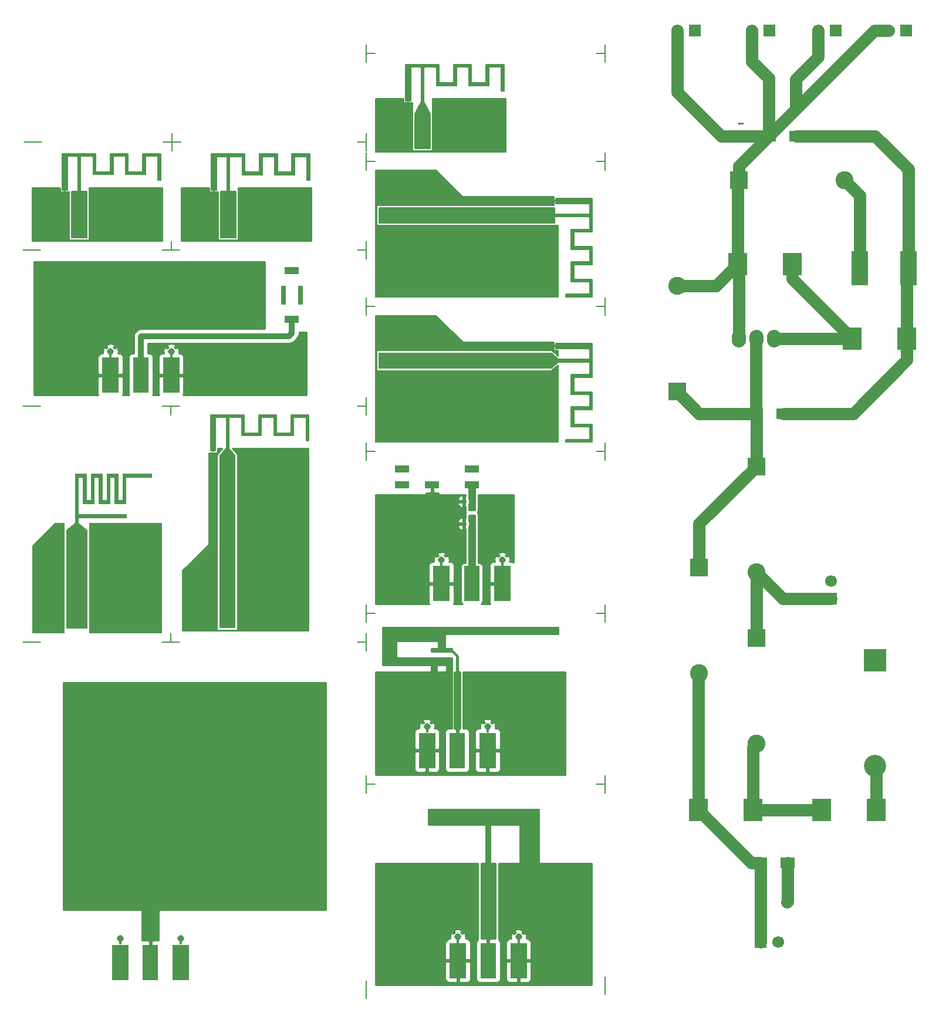
<source format=gbr>
*
%LPD*%
%LNTop Copper*%
%FSLAX25Y25*%
%MOIN*%
%AD*%
%AD*%
%ADD10C,0.005*%
%ADD11R,0.095275591X0.2*%
%ADD12C,0.038188976*%
%ADD13R,0.018110236X0.03503937*%
%ADD14C,0.01*%
%ADD18R,0.09015748X0.2*%
%ADD22R,0.066929134X0.066929134*%
%ADD23C,0.066929134*%
%ADD24R,0.102362205X0.102362205*%
%ADD25C,0.102362205*%
%ADD26R,0.125984252X0.125984252*%
%ADD27C,0.125984252*%
%ADD29C,0.023622047*%
%ADD30C,0.00984252*%
%ADD34C,0.07*%
%ADD36C,0.014*%
%ADD37C,0.015*%
%ADD38C,0.0012*%
%ADD39R,0.023622047X0.019685039*%
%ADD40R,0.019685039X0.023622047*%
%ADD41R,0.078740157X0.039370079*%
%ADD46R,0.078740157X0.062992126*%
%ADD47R,0.094488189X0.196850394*%
%ADD48R,0.106299213X0.125984252*%
%ADD49O,0.08X0.1*%
%ADD50R,0.031496063X0.11023622*%
%ADD51C,0.033*%
%ADD53C,0.012*%
%ADD55R,0.2X0.09015748*%
%ADD56R,0.2X0.095275591*%
%ADD57R,0.03503937X0.018110236*%
G54D18*
%SRX1Y1I0.0J0.0*%
G1X69500Y15228D3*
G54D11*
G1X52256Y15228D3*
G1X86744Y15228D3*
G54D12*
G1X52256Y28772D3*
G1X86744Y28772D3*
G54D13*
G1X52256Y27000D3*
G1X86744Y27000D3*
G54D14*
G36*
G1X20000Y45000D2*
G1X64300Y45000D1*
G1X64482Y44966D1*
G1X64649Y44858D1*
G1X64761Y44695D1*
G1X64800Y44500D1*
G1X64800Y27728D1*
G1X68375Y27728D1*
G1X69000Y27103D1*
G1X69000Y15728D1*
G1X68921Y15728D1*
G1X68921Y14728D1*
G1X69000Y14728D1*
G1X69000Y14650D1*
G1X70000Y14650D1*
G1X70000Y14728D1*
G1X70079Y14728D1*
G1X70079Y15728D1*
G1X70000Y15728D1*
G1X70000Y27103D1*
G1X70625Y27728D1*
G1X74200Y27728D1*
G1X74200Y44500D1*
G1X74234Y44682D1*
G1X74342Y44849D1*
G1X74505Y44961D1*
G1X74700Y45000D1*
G1X169000Y45000D1*
G1X169000Y174000D1*
G1X20000Y174000D1*
G1X20000Y45000D1*
G37*
G1X169000Y45000D2*
G1X74700Y45000D1*
G1X74505Y44961D1*
G1X74342Y44849D1*
G1X74234Y44682D1*
G1X74200Y44500D1*
G1X74200Y27728D1*
G1X70625Y27728D1*
G1X70000Y27103D1*
G1X70000Y15728D1*
G1X70079Y15728D1*
G1X70079Y14728D1*
G1X70000Y14728D1*
G1X70000Y14650D1*
G1X69000Y14650D1*
G1X69000Y14728D1*
G1X68921Y14728D1*
G1X68921Y15728D1*
G1X69000Y15728D1*
G1X69000Y27103D1*
G1X68375Y27728D1*
G1X64800Y27728D1*
G1X64800Y44500D1*
G1X64761Y44695D1*
G1X64649Y44858D1*
G1X64482Y44966D1*
G1X64300Y45000D1*
G1X20000Y45000D1*
G1X20000Y174000D1*
G1X169000Y174000D1*
G1X169000Y45000D1*
G1X192200Y-5100D2*
G54D10*
G1X192200Y4900D1*
G1X-3000Y197000D2*
G1X7000Y197000D1*
G1X327700Y-3000D2*
G1X327700Y7000D1*
G1X192200Y111400D2*
G1X192200Y121400D1*
G1X192200Y116400D2*
G1X197200Y116400D1*
G54D18*
G1X243800Y135628D3*
G54D11*
G1X226556Y135628D3*
G1X261044Y135628D3*
G54D12*
G1X226556Y149172D3*
G1X261044Y149172D3*
G54D13*
G1X226556Y147400D3*
G1X261044Y147400D3*
G54D36*
G1X300350Y178800D3*
G1X291700Y178800D3*
G1X283050Y178800D3*
G1X274400Y178800D3*
G1X265750Y178800D3*
G1X257100Y178800D3*
G1X248450Y178800D3*
G1X204550Y178800D3*
G1X213200Y178800D3*
G1X221850Y178800D3*
G1X230500Y178800D3*
G1X239150Y178800D3*
G54D14*
G36*
G1X197500Y129128D2*
G1X197500Y121900D1*
G1X305200Y121900D1*
G1X305200Y129128D1*
G1X268308Y129128D1*
G1X268308Y125131D1*
G1X267927Y124212D1*
G1X267224Y123509D1*
G1X266305Y123128D1*
G1X262169Y123128D1*
G1X261544Y123753D1*
G1X261544Y129128D1*
G1X260544Y129128D1*
G1X260544Y123753D1*
G1X259919Y123128D1*
G1X255783Y123128D1*
G1X254864Y123509D1*
G1X254161Y124212D1*
G1X253780Y125131D1*
G1X253780Y129128D1*
G1X250808Y129128D1*
G1X250808Y125131D1*
G1X250427Y124212D1*
G1X249724Y123509D1*
G1X248805Y123128D1*
G1X244925Y123128D1*
G1X244853Y123200D1*
G1X242747Y123200D1*
G1X242675Y123128D1*
G1X238795Y123128D1*
G1X237876Y123509D1*
G1X237173Y124212D1*
G1X236792Y125131D1*
G1X236792Y129128D1*
G1X233820Y129128D1*
G1X233820Y125131D1*
G1X233439Y124212D1*
G1X232736Y123509D1*
G1X231817Y123128D1*
G1X227681Y123128D1*
G1X227056Y123753D1*
G1X227056Y129128D1*
G1X226056Y129128D1*
G1X226056Y123753D1*
G1X225431Y123128D1*
G1X221295Y123128D1*
G1X220376Y123509D1*
G1X219673Y124212D1*
G1X219292Y125131D1*
G1X219292Y129128D1*
G1X197500Y129128D1*
G37*
G36*
G1X197500Y144880D2*
G1X197500Y129128D1*
G1X219292Y129128D1*
G1X219292Y134503D1*
G1X219917Y135128D1*
G1X226056Y135128D1*
G1X226056Y129128D1*
G1X227056Y129128D1*
G1X227056Y135128D1*
G1X233195Y135128D1*
G1X233820Y134503D1*
G1X233820Y129128D1*
G1X236792Y129128D1*
G1X236792Y134503D1*
G1X236800Y134511D1*
G1X236800Y136745D1*
G1X236792Y136753D1*
G1X236792Y144880D1*
G1X233820Y144880D1*
G1X233820Y136753D1*
G1X233195Y136128D1*
G1X227056Y136128D1*
G1X227056Y136207D1*
G1X226056Y136207D1*
G1X226056Y136128D1*
G1X219917Y136128D1*
G1X219292Y136753D1*
G1X219292Y144880D1*
G1X197500Y144880D1*
G37*
G36*
G1X243300Y134800D2*
G1X244300Y134800D1*
G1X244300Y144880D1*
G1X243300Y144880D1*
G1X243300Y134800D1*
G37*
G36*
G1X247000Y148128D2*
G1X248805Y148128D1*
G1X249724Y147748D1*
G1X250427Y147044D1*
G1X250808Y146126D1*
G1X250808Y144880D1*
G1X253780Y144880D1*
G1X253780Y146126D1*
G1X254161Y147044D1*
G1X254864Y147748D1*
G1X255783Y148128D1*
G1X256699Y148128D1*
G1X256583Y149729D1*
G1X257136Y151393D1*
G1X257976Y151532D1*
G1X258480Y151029D1*
G1X258722Y151271D1*
G1X259379Y151543D1*
G1X258684Y152239D1*
G1X258822Y153080D1*
G1X259851Y153506D1*
G1X261601Y153633D1*
G1X263266Y153080D1*
G1X263405Y152239D1*
G1X262709Y151543D1*
G1X263366Y151271D1*
G1X263608Y151029D1*
G1X264112Y151532D1*
G1X264953Y151393D1*
G1X265379Y150364D1*
G1X265505Y148615D1*
G1X265344Y148128D1*
G1X266305Y148128D1*
G1X267224Y147748D1*
G1X267927Y147044D1*
G1X268308Y146126D1*
G1X268308Y144880D1*
G1X305200Y144880D1*
G1X305200Y180300D1*
G1X247000Y180300D1*
G1X247000Y148128D1*
G37*
G36*
G1X250800Y134511D2*
G1X250808Y134503D1*
G1X250808Y129128D1*
G1X253780Y129128D1*
G1X253780Y134503D1*
G1X254405Y135128D1*
G1X260544Y135128D1*
G1X260544Y129128D1*
G1X261544Y129128D1*
G1X261544Y135128D1*
G1X267683Y135128D1*
G1X268308Y134503D1*
G1X268308Y129128D1*
G1X305200Y129128D1*
G1X305200Y144880D1*
G1X268308Y144880D1*
G1X268308Y136753D1*
G1X267683Y136128D1*
G1X261544Y136128D1*
G1X261544Y136207D1*
G1X260544Y136207D1*
G1X260544Y136128D1*
G1X254405Y136128D1*
G1X253780Y136753D1*
G1X253780Y144880D1*
G1X250808Y144880D1*
G1X250808Y136753D1*
G1X250800Y136745D1*
G1X250800Y134511D1*
G37*
G36*
G1X197500Y144880D2*
G1X219292Y144880D1*
G1X219292Y146126D1*
G1X219673Y147044D1*
G1X220376Y147748D1*
G1X221295Y148128D1*
G1X222210Y148128D1*
G1X222095Y149729D1*
G1X222647Y151393D1*
G1X223488Y151532D1*
G1X223992Y151029D1*
G1X224234Y151271D1*
G1X224891Y151543D1*
G1X224195Y152239D1*
G1X224334Y153080D1*
G1X225363Y153506D1*
G1X227113Y153633D1*
G1X228778Y153080D1*
G1X228917Y152239D1*
G1X228221Y151543D1*
G1X228878Y151271D1*
G1X229120Y151029D1*
G1X229624Y151532D1*
G1X230464Y151393D1*
G1X230891Y150364D1*
G1X231017Y148615D1*
G1X230856Y148128D1*
G1X231817Y148128D1*
G1X232736Y147748D1*
G1X233439Y147044D1*
G1X233820Y146126D1*
G1X233820Y144880D1*
G1X236792Y144880D1*
G1X236792Y146126D1*
G1X237173Y147044D1*
G1X237876Y147748D1*
G1X238795Y148128D1*
G1X240600Y148128D1*
G1X240600Y182250D1*
G1X237700Y182250D1*
G1X237700Y180800D1*
G1X237666Y180618D1*
G1X237558Y180451D1*
G1X237395Y180339D1*
G1X237200Y180300D1*
G1X232400Y180300D1*
G1X232218Y180334D1*
G1X232051Y180442D1*
G1X231939Y180605D1*
G1X231900Y180800D1*
G1X231900Y182250D1*
G1X229000Y182250D1*
G1X229000Y180800D1*
G1X228966Y180618D1*
G1X228858Y180451D1*
G1X228695Y180339D1*
G1X228500Y180300D1*
G1X197500Y180300D1*
G1X197500Y144880D1*
G37*
G36*
G1X201500Y184200D2*
G1X228500Y184200D1*
G1X228682Y184166D1*
G1X228849Y184058D1*
G1X228961Y183895D1*
G1X229000Y183700D1*
G1X229000Y182250D1*
G1X231900Y182250D1*
G1X231900Y183700D1*
G1X231934Y183882D1*
G1X232042Y184049D1*
G1X232205Y184161D1*
G1X232400Y184200D1*
G1X237200Y184200D1*
G1X237382Y184166D1*
G1X237549Y184058D1*
G1X237661Y183895D1*
G1X237700Y183700D1*
G1X237700Y182250D1*
G1X240600Y182250D1*
G1X240600Y188300D1*
G1X209600Y188300D1*
G1X209418Y188334D1*
G1X209251Y188442D1*
G1X209139Y188605D1*
G1X209100Y188800D1*
G1X209100Y197300D1*
G1X209134Y197482D1*
G1X209242Y197649D1*
G1X209405Y197761D1*
G1X209600Y197800D1*
G1X232400Y197800D1*
G1X232582Y197766D1*
G1X232749Y197658D1*
G1X232861Y197495D1*
G1X232900Y197300D1*
G1X232900Y194100D1*
G1X232866Y193918D1*
G1X232758Y193751D1*
G1X232595Y193639D1*
G1X232400Y193600D1*
G1X229000Y193600D1*
G1X229000Y191900D1*
G1X240500Y191900D1*
G1X240688Y191863D1*
G1X240854Y191754D1*
G1X243254Y189354D1*
G1X243361Y189195D1*
G1X243400Y189000D1*
G1X243400Y182250D1*
G1X244200Y182250D1*
G1X244200Y188993D1*
G1X240746Y192446D1*
G1X240639Y192605D1*
G1X240600Y192800D1*
G1X240600Y193600D1*
G1X237200Y193600D1*
G1X237018Y193634D1*
G1X236851Y193742D1*
G1X236739Y193905D1*
G1X236700Y194100D1*
G1X236700Y201200D1*
G1X236734Y201382D1*
G1X236842Y201549D1*
G1X237005Y201661D1*
G1X237200Y201700D1*
G1X301200Y201700D1*
G1X301200Y205500D1*
G1X201500Y205500D1*
G1X201500Y184200D1*
G37*
G36*
G1X242200Y148128D2*
G1X242675Y148128D1*
G1X243300Y147503D1*
G1X243300Y144880D1*
G1X244300Y144880D1*
G1X244300Y147503D1*
G1X244925Y148128D1*
G1X245400Y148128D1*
G1X245400Y180300D1*
G1X244700Y180300D1*
G1X244518Y180334D1*
G1X244351Y180442D1*
G1X244239Y180605D1*
G1X244200Y180800D1*
G1X244200Y182250D1*
G1X243400Y182250D1*
G1X243400Y180800D1*
G1X243366Y180618D1*
G1X243258Y180451D1*
G1X243095Y180339D1*
G1X242900Y180300D1*
G1X242200Y180300D1*
G1X242200Y148128D1*
G37*
G1X301200Y201700D2*
G1X237200Y201700D1*
G1X237005Y201661D1*
G1X236842Y201549D1*
G1X236734Y201382D1*
G1X236700Y201200D1*
G1X236700Y194100D1*
G1X236739Y193905D1*
G1X236851Y193742D1*
G1X237018Y193634D1*
G1X237200Y193600D1*
G1X240600Y193600D1*
G1X240600Y192800D1*
G1X240639Y192605D1*
G1X240746Y192446D1*
G1X244200Y188993D1*
G1X244200Y180800D1*
G1X244239Y180605D1*
G1X244351Y180442D1*
G1X244518Y180334D1*
G1X244700Y180300D1*
G1X245400Y180300D1*
G1X245400Y148128D1*
G1X244925Y148128D1*
G1X244300Y147503D1*
G1X244300Y134800D1*
G1X243300Y134800D1*
G1X243300Y147503D1*
G1X242675Y148128D1*
G1X242200Y148128D1*
G1X242200Y180300D1*
G1X242900Y180300D1*
G1X243095Y180339D1*
G1X243258Y180451D1*
G1X243366Y180618D1*
G1X243400Y180800D1*
G1X243400Y189000D1*
G1X243361Y189195D1*
G1X243254Y189354D1*
G1X240854Y191754D1*
G1X240688Y191863D1*
G1X240500Y191900D1*
G1X229000Y191900D1*
G1X229000Y193600D1*
G1X232400Y193600D1*
G1X232595Y193639D1*
G1X232758Y193751D1*
G1X232866Y193918D1*
G1X232900Y194100D1*
G1X232900Y197300D1*
G1X232861Y197495D1*
G1X232749Y197658D1*
G1X232582Y197766D1*
G1X232400Y197800D1*
G1X209600Y197800D1*
G1X209405Y197761D1*
G1X209242Y197649D1*
G1X209134Y197482D1*
G1X209100Y197300D1*
G1X209100Y188800D1*
G1X209139Y188605D1*
G1X209251Y188442D1*
G1X209418Y188334D1*
G1X209600Y188300D1*
G1X240600Y188300D1*
G1X240600Y148128D1*
G1X238795Y148128D1*
G1X237876Y147748D1*
G1X237173Y147044D1*
G1X236792Y146126D1*
G1X236792Y136753D1*
G1X236800Y136745D1*
G1X236800Y134511D1*
G1X236792Y134503D1*
G1X236792Y125131D1*
G1X237173Y124212D1*
G1X237876Y123509D1*
G1X238795Y123128D1*
G1X242675Y123128D1*
G1X242747Y123200D1*
G1X244853Y123200D1*
G1X244925Y123128D1*
G1X248805Y123128D1*
G1X249724Y123509D1*
G1X250427Y124212D1*
G1X250808Y125131D1*
G1X250808Y134503D1*
G1X253780Y134503D1*
G1X253780Y125131D1*
G1X254161Y124212D1*
G1X254864Y123509D1*
G1X255783Y123128D1*
G1X259919Y123128D1*
G1X260544Y123753D1*
G1X260544Y135128D1*
G1X261544Y135128D1*
G1X261544Y123753D1*
G1X262169Y123128D1*
G1X266305Y123128D1*
G1X267224Y123509D1*
G1X267927Y124212D1*
G1X268308Y125131D1*
G1X268308Y134503D1*
G1X267683Y135128D1*
G1X261544Y135128D1*
G1X260544Y135128D1*
G1X254405Y135128D1*
G1X253780Y134503D1*
G1X250808Y134503D1*
G1X250800Y134511D1*
G1X250800Y136745D1*
G1X250808Y136753D1*
G1X250808Y146126D1*
G1X253780Y146126D1*
G1X253780Y136753D1*
G1X254405Y136128D1*
G1X260544Y136128D1*
G1X260544Y136207D1*
G1X261544Y136207D1*
G1X261544Y136128D1*
G1X267683Y136128D1*
G1X268308Y136753D1*
G1X268308Y146126D1*
G1X267927Y147044D1*
G1X267224Y147748D1*
G1X266305Y148128D1*
G1X265344Y148128D1*
G1X265505Y148615D1*
G1X265379Y150364D1*
G1X264953Y151393D1*
G1X264112Y151532D1*
G1X263608Y151029D1*
G1X263366Y151271D1*
G1X262709Y151543D1*
G1X263405Y152239D1*
G1X263266Y153080D1*
G1X261601Y153633D1*
G1X259851Y153506D1*
G1X258822Y153080D1*
G1X258684Y152239D1*
G1X259379Y151543D1*
G1X258722Y151271D1*
G1X258480Y151029D1*
G1X257976Y151532D1*
G1X257136Y151393D1*
G1X256583Y149729D1*
G1X256699Y148128D1*
G1X255783Y148128D1*
G1X254864Y147748D1*
G1X254161Y147044D1*
G1X253780Y146126D1*
G1X250808Y146126D1*
G1X250427Y147044D1*
G1X249724Y147748D1*
G1X248805Y148128D1*
G1X247000Y148128D1*
G1X247000Y180300D1*
G1X305200Y180300D1*
G1X305200Y121900D1*
G1X197500Y121900D1*
G1X197500Y134503D1*
G1X219292Y134503D1*
G1X219292Y125131D1*
G1X219673Y124212D1*
G1X220376Y123509D1*
G1X221295Y123128D1*
G1X225431Y123128D1*
G1X226056Y123753D1*
G1X226056Y135128D1*
G1X227056Y135128D1*
G1X227056Y123753D1*
G1X227681Y123128D1*
G1X231817Y123128D1*
G1X232736Y123509D1*
G1X233439Y124212D1*
G1X233820Y125131D1*
G1X233820Y134503D1*
G1X233195Y135128D1*
G1X227056Y135128D1*
G1X226056Y135128D1*
G1X219917Y135128D1*
G1X219292Y134503D1*
G1X197500Y134503D1*
G1X197500Y146126D1*
G1X219292Y146126D1*
G1X219292Y136753D1*
G1X219917Y136128D1*
G1X226056Y136128D1*
G1X226056Y136207D1*
G1X227056Y136207D1*
G1X227056Y136128D1*
G1X233195Y136128D1*
G1X233820Y136753D1*
G1X233820Y146126D1*
G1X233439Y147044D1*
G1X232736Y147748D1*
G1X231817Y148128D1*
G1X230856Y148128D1*
G1X231017Y148615D1*
G1X230891Y150364D1*
G1X230464Y151393D1*
G1X229624Y151532D1*
G1X229120Y151029D1*
G1X228878Y151271D1*
G1X228221Y151543D1*
G1X228917Y152239D1*
G1X228778Y153080D1*
G1X227113Y153633D1*
G1X225363Y153506D1*
G1X224334Y153080D1*
G1X224195Y152239D1*
G1X224891Y151543D1*
G1X224234Y151271D1*
G1X223992Y151029D1*
G1X223488Y151532D1*
G1X222647Y151393D1*
G1X222095Y149729D1*
G1X222210Y148128D1*
G1X221295Y148128D1*
G1X220376Y147748D1*
G1X219673Y147044D1*
G1X219292Y146126D1*
G1X197500Y146126D1*
G1X197500Y180300D1*
G1X228500Y180300D1*
G1X228695Y180339D1*
G1X228858Y180451D1*
G1X228966Y180618D1*
G1X229000Y180800D1*
G1X229000Y183700D1*
G1X231900Y183700D1*
G1X231900Y180800D1*
G1X231939Y180605D1*
G1X232051Y180442D1*
G1X232218Y180334D1*
G1X232400Y180300D1*
G1X237200Y180300D1*
G1X237395Y180339D1*
G1X237558Y180451D1*
G1X237666Y180618D1*
G1X237700Y180800D1*
G1X237700Y183700D1*
G1X237661Y183895D1*
G1X237549Y184058D1*
G1X237382Y184166D1*
G1X237200Y184200D1*
G1X232400Y184200D1*
G1X232205Y184161D1*
G1X232042Y184049D1*
G1X231934Y183882D1*
G1X231900Y183700D1*
G1X229000Y183700D1*
G1X228961Y183895D1*
G1X228849Y184058D1*
G1X228682Y184166D1*
G1X228500Y184200D1*
G1X201500Y184200D1*
G1X201500Y205500D1*
G1X301200Y205500D1*
G1X301200Y201700D1*
G54D22*
G1X456150Y221950D3*
G54D23*
G1X456150Y231950D3*
G54D46*
G1X415776Y71950D3*
G1X431524Y71950D3*
G1X413276Y326950D3*
G1X429024Y326950D3*
G54D47*
G1X472370Y409450D3*
G1X499930Y409450D3*
G54D46*
G1X420776Y484450D3*
G1X436524Y484450D3*
G54D24*
G1X381150Y239450D3*
G54D25*
G1X381150Y179450D3*
G54D24*
G1X413650Y199450D3*
G54D25*
G1X413650Y139450D3*
G54D24*
G1X413650Y296950D3*
G54D25*
G1X413650Y236950D3*
G54D24*
G1X368650Y339450D3*
G54D25*
G1X368650Y399450D3*
G54D24*
G1X403650Y459450D3*
G54D25*
G1X463650Y459450D3*
G54D22*
G1X416150Y26950D3*
G54D23*
G1X426150Y26950D3*
G54D22*
G1X378650Y544450D3*
G54D23*
G1X368650Y544450D3*
G54D22*
G1X421150Y544450D3*
G54D23*
G1X411150Y544450D3*
G54D22*
G1X458650Y544450D3*
G54D23*
G1X448650Y544450D3*
G54D22*
G1X498650Y544450D3*
G54D23*
G1X488650Y544450D3*
G54D26*
G1X481150Y186950D3*
G54D27*
G1X481150Y126950D3*
G54D48*
G1X411701Y101950D3*
G1X380599Y101950D3*
G1X450599Y101950D3*
G1X481701Y101950D3*
G1X403099Y411950D3*
G1X434201Y411950D3*
G1X468099Y369450D3*
G1X499201Y369450D3*
G54D49*
G1X413650Y369450D3*
G1X403650Y369450D3*
G1X423650Y369450D3*
G54D29*
G1X431150Y49450D3*
G1X468650Y326950D3*
G1X498650Y466950D3*
G1X403276Y491950D2*
G54D30*
G1X406150Y491950D1*
G1X403650Y491576D2*
G1X403276Y491950D1*
G1X456150Y221950D2*
G54D34*
G1X428650Y221950D1*
G1X413650Y236950D1*
G1X413650Y199450D1*
G1X431524Y49824D2*
G1X431524Y71950D1*
G1X431150Y49450D2*
G1X431524Y49824D1*
G1X436524Y484450D2*
G1X481150Y484450D1*
G1X499930Y465670D1*
G1X499201Y369450D2*
G1X499201Y408722D1*
G54D30*
G1X499930Y409450D1*
G1X499930Y465670D2*
G54D34*
G1X499930Y409450D1*
G1X498650Y466950D2*
G1X499930Y465670D1*
G1X499201Y369450D2*
G1X499201Y357501D1*
G1X468650Y326950D1*
G1X429024Y326950D1*
G1X499930Y409450D2*
G54D30*
G1X499930Y370178D1*
G1X499201Y369450D1*
G1X380599Y101950D2*
G54D34*
G1X380599Y178899D1*
G1X381150Y179450D1*
G1X415776Y71950D2*
G1X410599Y71950D1*
G1X380599Y101950D1*
G1X416150Y26950D2*
G1X416150Y71576D1*
G54D30*
G1X415776Y71950D1*
G1X413650Y296950D2*
G54D34*
G1X381150Y264450D1*
G1X381150Y239450D1*
G1X413276Y326950D2*
G1X381150Y326950D1*
G1X368650Y339450D1*
G1X413276Y326950D2*
G1X413276Y369076D1*
G54D30*
G1X413650Y369450D1*
G1X413650Y296950D2*
G54D34*
G1X413650Y326576D1*
G54D30*
G1X413276Y326950D1*
G1X413650Y326576D2*
G1X413276Y326950D1*
G1X472370Y409450D2*
G54D34*
G1X472370Y450730D1*
G1X463650Y459450D1*
G1X488650Y544450D2*
G1X480776Y544450D1*
G1X436150Y499824D1*
G1X448650Y544450D2*
G1X448650Y529450D1*
G1X436150Y499824D2*
G1X420776Y484450D1*
G1X436150Y516950D2*
G1X436150Y499824D1*
G1X448650Y529450D2*
G1X436150Y516950D1*
G1X420776Y484450D2*
G1X420776Y517324D1*
G1X411150Y526950D2*
G1X411150Y544450D1*
G1X420776Y517324D2*
G1X411150Y526950D1*
G1X403650Y459450D2*
G1X403650Y467324D1*
G1X420776Y484450D1*
G1X393650Y484450D1*
G1X368650Y509450D1*
G1X368650Y544450D1*
G1X403099Y411950D2*
G1X403099Y458899D1*
G54D30*
G1X403650Y459450D1*
G1X403650Y369450D2*
G54D34*
G1X403650Y411399D1*
G54D30*
G1X403099Y411950D1*
G1X368650Y399450D2*
G54D34*
G1X390599Y399450D1*
G1X403099Y411950D1*
G1X411701Y101950D2*
G1X411701Y137501D1*
G54D30*
G1X413650Y139450D1*
G1X411701Y101950D2*
G54D34*
G1X450599Y101950D1*
G1X481701Y101950D2*
G1X481701Y126399D1*
G54D30*
G1X481150Y126950D1*
G1X468099Y369450D2*
G54D34*
G1X423650Y369450D1*
G1X434201Y411950D2*
G1X434201Y403348D1*
G1X468099Y369450D1*
G54D18*
G1X261350Y16178D3*
G54D11*
G1X244106Y16178D3*
G1X278594Y16178D3*
G54D12*
G1X244106Y29722D3*
G1X278594Y29722D3*
G54D13*
G1X244106Y27950D3*
G1X278594Y27950D3*
G54D36*
G1X308400Y70000D3*
G1X296600Y70000D3*
G1X284800Y70000D3*
G1X273000Y70000D3*
G1X249700Y70000D3*
G1X237900Y70000D3*
G1X226100Y70000D3*
G1X214300Y70000D3*
G1X202500Y70000D3*
G54D14*
G36*
G1X197500Y9678D2*
G1X197500Y2500D1*
G1X320200Y2500D1*
G1X320200Y9678D1*
G1X285858Y9678D1*
G1X285858Y5681D1*
G1X285477Y4762D1*
G1X284774Y4059D1*
G1X283855Y3678D1*
G1X279719Y3678D1*
G1X279094Y4303D1*
G1X279094Y9678D1*
G1X278094Y9678D1*
G1X278094Y4303D1*
G1X277469Y3678D1*
G1X273333Y3678D1*
G1X272414Y4059D1*
G1X271711Y4762D1*
G1X271330Y5681D1*
G1X271330Y9678D1*
G1X268358Y9678D1*
G1X268358Y5681D1*
G1X267977Y4762D1*
G1X267274Y4059D1*
G1X266355Y3678D1*
G1X262475Y3678D1*
G1X262453Y3700D1*
G1X260247Y3700D1*
G1X260225Y3678D1*
G1X256345Y3678D1*
G1X255426Y4059D1*
G1X254723Y4762D1*
G1X254342Y5681D1*
G1X254342Y9678D1*
G1X251370Y9678D1*
G1X251370Y5681D1*
G1X250989Y4762D1*
G1X250286Y4059D1*
G1X249367Y3678D1*
G1X245231Y3678D1*
G1X244606Y4303D1*
G1X244606Y9678D1*
G1X243606Y9678D1*
G1X243606Y4303D1*
G1X242981Y3678D1*
G1X238845Y3678D1*
G1X237926Y4059D1*
G1X237223Y4762D1*
G1X236842Y5681D1*
G1X236842Y9678D1*
G1X197500Y9678D1*
G37*
G36*
G1X197500Y25430D2*
G1X197500Y9678D1*
G1X236842Y9678D1*
G1X236842Y15053D1*
G1X237467Y15678D1*
G1X243606Y15678D1*
G1X243606Y9678D1*
G1X244606Y9678D1*
G1X244606Y15678D1*
G1X250745Y15678D1*
G1X251370Y15053D1*
G1X251370Y9678D1*
G1X254342Y9678D1*
G1X254342Y15053D1*
G1X254350Y15061D1*
G1X254350Y17295D1*
G1X254342Y17303D1*
G1X254342Y25430D1*
G1X251370Y25430D1*
G1X251370Y17303D1*
G1X250745Y16678D1*
G1X244606Y16678D1*
G1X244606Y16757D1*
G1X243606Y16757D1*
G1X243606Y16678D1*
G1X237467Y16678D1*
G1X236842Y17303D1*
G1X236842Y25430D1*
G1X197500Y25430D1*
G37*
G36*
G1X197500Y25430D2*
G1X236842Y25430D1*
G1X236842Y26676D1*
G1X237223Y27594D1*
G1X237926Y28298D1*
G1X238845Y28678D1*
G1X239760Y28678D1*
G1X239645Y30279D1*
G1X240197Y31943D1*
G1X241038Y32082D1*
G1X241542Y31579D1*
G1X241784Y31821D1*
G1X242441Y32093D1*
G1X241745Y32789D1*
G1X241884Y33630D1*
G1X242913Y34056D1*
G1X244663Y34183D1*
G1X246328Y33630D1*
G1X246467Y32789D1*
G1X245771Y32093D1*
G1X246428Y31821D1*
G1X246670Y31579D1*
G1X247174Y32082D1*
G1X248014Y31943D1*
G1X248441Y30914D1*
G1X248567Y29165D1*
G1X248406Y28678D1*
G1X249367Y28678D1*
G1X250286Y28298D1*
G1X250989Y27594D1*
G1X251370Y26676D1*
G1X251370Y25430D1*
G1X254342Y25430D1*
G1X254342Y26676D1*
G1X254723Y27594D1*
G1X255300Y28172D1*
G1X255300Y71500D1*
G1X197500Y71500D1*
G1X197500Y25430D1*
G37*
G36*
G1X227500Y102200D2*
G1X227500Y93400D1*
G1X259700Y93400D1*
G1X259882Y93366D1*
G1X260049Y93258D1*
G1X260161Y93095D1*
G1X260200Y92900D1*
G1X260200Y72000D1*
G1X260166Y71818D1*
G1X260058Y71651D1*
G1X259895Y71539D1*
G1X259700Y71500D1*
G1X257300Y71500D1*
G1X257300Y28678D1*
G1X260225Y28678D1*
G1X260850Y28053D1*
G1X260850Y25430D1*
G1X261850Y25430D1*
G1X261850Y28053D1*
G1X262475Y28678D1*
G1X265400Y28678D1*
G1X265400Y71500D1*
G1X263000Y71500D1*
G1X262818Y71534D1*
G1X262651Y71642D1*
G1X262539Y71805D1*
G1X262500Y72000D1*
G1X262500Y92900D1*
G1X262534Y93082D1*
G1X262642Y93249D1*
G1X262805Y93361D1*
G1X263000Y93400D1*
G1X278900Y93400D1*
G1X279082Y93366D1*
G1X279249Y93258D1*
G1X279361Y93095D1*
G1X279400Y92900D1*
G1X279400Y72000D1*
G1X279366Y71818D1*
G1X279258Y71651D1*
G1X279095Y71539D1*
G1X278900Y71500D1*
G1X267400Y71500D1*
G1X267400Y28172D1*
G1X267977Y27594D1*
G1X268358Y26676D1*
G1X268358Y25430D1*
G1X271330Y25430D1*
G1X271330Y26676D1*
G1X271711Y27594D1*
G1X272414Y28298D1*
G1X273333Y28678D1*
G1X274249Y28678D1*
G1X274133Y30279D1*
G1X274686Y31943D1*
G1X275526Y32082D1*
G1X276030Y31579D1*
G1X276272Y31821D1*
G1X276929Y32093D1*
G1X276234Y32789D1*
G1X276372Y33630D1*
G1X277401Y34056D1*
G1X279151Y34183D1*
G1X280816Y33630D1*
G1X280955Y32789D1*
G1X280259Y32093D1*
G1X280916Y31821D1*
G1X281158Y31579D1*
G1X281662Y32082D1*
G1X282503Y31943D1*
G1X282929Y30914D1*
G1X283055Y29165D1*
G1X282894Y28678D1*
G1X283855Y28678D1*
G1X284774Y28298D1*
G1X285477Y27594D1*
G1X285858Y26676D1*
G1X285858Y25430D1*
G1X320200Y25430D1*
G1X320200Y71500D1*
G1X290700Y71500D1*
G1X290518Y71534D1*
G1X290351Y71642D1*
G1X290239Y71805D1*
G1X290200Y72000D1*
G1X290200Y102200D1*
G1X227500Y102200D1*
G37*
G36*
G1X260850Y15300D2*
G1X261850Y15300D1*
G1X261850Y25430D1*
G1X260850Y25430D1*
G1X260850Y15300D1*
G37*
G36*
G1X268350Y15061D2*
G1X268358Y15053D1*
G1X268358Y9678D1*
G1X271330Y9678D1*
G1X271330Y15053D1*
G1X271955Y15678D1*
G1X278094Y15678D1*
G1X278094Y9678D1*
G1X279094Y9678D1*
G1X279094Y15678D1*
G1X285233Y15678D1*
G1X285858Y15053D1*
G1X285858Y9678D1*
G1X320200Y9678D1*
G1X320200Y25430D1*
G1X285858Y25430D1*
G1X285858Y17303D1*
G1X285233Y16678D1*
G1X279094Y16678D1*
G1X279094Y16757D1*
G1X278094Y16757D1*
G1X278094Y16678D1*
G1X271955Y16678D1*
G1X271330Y17303D1*
G1X271330Y25430D1*
G1X268358Y25430D1*
G1X268358Y17303D1*
G1X268350Y17295D1*
G1X268350Y15061D1*
G37*
G1X290200Y72000D2*
G1X290239Y71805D1*
G1X290351Y71642D1*
G1X290518Y71534D1*
G1X290700Y71500D1*
G1X320200Y71500D1*
G1X320200Y2500D1*
G1X197500Y2500D1*
G1X197500Y15053D1*
G1X236842Y15053D1*
G1X236842Y5681D1*
G1X237223Y4762D1*
G1X237926Y4059D1*
G1X238845Y3678D1*
G1X242981Y3678D1*
G1X243606Y4303D1*
G1X243606Y15678D1*
G1X244606Y15678D1*
G1X244606Y4303D1*
G1X245231Y3678D1*
G1X249367Y3678D1*
G1X250286Y4059D1*
G1X250989Y4762D1*
G1X251370Y5681D1*
G1X251370Y15053D1*
G1X250745Y15678D1*
G1X244606Y15678D1*
G1X243606Y15678D1*
G1X237467Y15678D1*
G1X236842Y15053D1*
G1X197500Y15053D1*
G1X197500Y26676D1*
G1X236842Y26676D1*
G1X236842Y17303D1*
G1X237467Y16678D1*
G1X243606Y16678D1*
G1X243606Y16757D1*
G1X244606Y16757D1*
G1X244606Y16678D1*
G1X250745Y16678D1*
G1X251370Y17303D1*
G1X251370Y26676D1*
G1X250989Y27594D1*
G1X250286Y28298D1*
G1X249367Y28678D1*
G1X248406Y28678D1*
G1X248567Y29165D1*
G1X248441Y30914D1*
G1X248014Y31943D1*
G1X247174Y32082D1*
G1X246670Y31579D1*
G1X246428Y31821D1*
G1X245771Y32093D1*
G1X246467Y32789D1*
G1X246328Y33630D1*
G1X244663Y34183D1*
G1X242913Y34056D1*
G1X241884Y33630D1*
G1X241745Y32789D1*
G1X242441Y32093D1*
G1X241784Y31821D1*
G1X241542Y31579D1*
G1X241038Y32082D1*
G1X240197Y31943D1*
G1X239645Y30279D1*
G1X239760Y28678D1*
G1X238845Y28678D1*
G1X237926Y28298D1*
G1X237223Y27594D1*
G1X236842Y26676D1*
G1X197500Y26676D1*
G1X197500Y71500D1*
G1X255300Y71500D1*
G1X255300Y28172D1*
G1X254723Y27594D1*
G1X254342Y26676D1*
G1X254342Y17303D1*
G1X254350Y17295D1*
G1X254350Y15061D1*
G1X254342Y15053D1*
G1X254342Y5681D1*
G1X254723Y4762D1*
G1X255426Y4059D1*
G1X256345Y3678D1*
G1X260225Y3678D1*
G1X260247Y3700D1*
G1X262453Y3700D1*
G1X262475Y3678D1*
G1X266355Y3678D1*
G1X267274Y4059D1*
G1X267977Y4762D1*
G1X268358Y5681D1*
G1X268358Y15053D1*
G1X271330Y15053D1*
G1X271330Y5681D1*
G1X271711Y4762D1*
G1X272414Y4059D1*
G1X273333Y3678D1*
G1X277469Y3678D1*
G1X278094Y4303D1*
G1X278094Y15678D1*
G1X279094Y15678D1*
G1X279094Y4303D1*
G1X279719Y3678D1*
G1X283855Y3678D1*
G1X284774Y4059D1*
G1X285477Y4762D1*
G1X285858Y5681D1*
G1X285858Y15053D1*
G1X285233Y15678D1*
G1X279094Y15678D1*
G1X278094Y15678D1*
G1X271955Y15678D1*
G1X271330Y15053D1*
G1X268358Y15053D1*
G1X268350Y15061D1*
G1X268350Y17295D1*
G1X268358Y17303D1*
G1X268358Y26676D1*
G1X271330Y26676D1*
G1X271330Y17303D1*
G1X271955Y16678D1*
G1X278094Y16678D1*
G1X278094Y16757D1*
G1X279094Y16757D1*
G1X279094Y16678D1*
G1X285233Y16678D1*
G1X285858Y17303D1*
G1X285858Y26676D1*
G1X285477Y27594D1*
G1X284774Y28298D1*
G1X283855Y28678D1*
G1X282894Y28678D1*
G1X283055Y29165D1*
G1X282929Y30914D1*
G1X282503Y31943D1*
G1X281662Y32082D1*
G1X281158Y31579D1*
G1X280916Y31821D1*
G1X280259Y32093D1*
G1X280955Y32789D1*
G1X280816Y33630D1*
G1X279151Y34183D1*
G1X277401Y34056D1*
G1X276372Y33630D1*
G1X276234Y32789D1*
G1X276929Y32093D1*
G1X276272Y31821D1*
G1X276030Y31579D1*
G1X275526Y32082D1*
G1X274686Y31943D1*
G1X274133Y30279D1*
G1X274249Y28678D1*
G1X273333Y28678D1*
G1X272414Y28298D1*
G1X271711Y27594D1*
G1X271330Y26676D1*
G1X268358Y26676D1*
G1X267977Y27594D1*
G1X267400Y28172D1*
G1X267400Y71500D1*
G1X278900Y71500D1*
G1X279095Y71539D1*
G1X279258Y71651D1*
G1X279366Y71818D1*
G1X279400Y72000D1*
G1X279400Y92900D1*
G1X279361Y93095D1*
G1X279249Y93258D1*
G1X279082Y93366D1*
G1X278900Y93400D1*
G1X263000Y93400D1*
G1X262805Y93361D1*
G1X262642Y93249D1*
G1X262534Y93082D1*
G1X262500Y92900D1*
G1X262500Y72000D1*
G1X262539Y71805D1*
G1X262651Y71642D1*
G1X262818Y71534D1*
G1X263000Y71500D1*
G1X265400Y71500D1*
G1X265400Y28678D1*
G1X262475Y28678D1*
G1X261850Y28053D1*
G1X261850Y15300D1*
G1X260850Y15300D1*
G1X260850Y28053D1*
G1X260225Y28678D1*
G1X257300Y28678D1*
G1X257300Y71500D1*
G1X259700Y71500D1*
G1X259895Y71539D1*
G1X260058Y71651D1*
G1X260166Y71818D1*
G1X260200Y72000D1*
G1X260200Y92900D1*
G1X260161Y93095D1*
G1X260049Y93258D1*
G1X259882Y93366D1*
G1X259700Y93400D1*
G1X227500Y93400D1*
G1X227500Y102200D1*
G1X290200Y102200D1*
G1X290200Y72000D1*
G54D18*
G1X27800Y214928D3*
G54D11*
G1X10556Y214928D3*
G1X45044Y214928D3*
G54D12*
G1X10556Y228472D3*
G1X45044Y228472D3*
G54D13*
G1X10556Y226700D3*
G1X45044Y226700D3*
G54D37*
G1X75000Y263400D3*
G1X72000Y263400D3*
G1X69000Y263400D3*
G1X66000Y263400D3*
G1X63000Y263400D3*
G1X60000Y263400D3*
G1X57000Y263400D3*
G1X54000Y263400D3*
G1X51000Y263400D3*
G1X48000Y263400D3*
G1X45000Y263400D3*
G1X42000Y263400D3*
G1X39000Y263400D3*
G1X36000Y260400D3*
G1X36000Y263400D3*
G1X19100Y260400D3*
G1X16100Y263400D3*
G1X19100Y263400D3*
G1X54850Y268900D3*
G54D38*
G36*
G1X2405Y252103D2*
G1X2405Y202355D1*
G1X20540Y202355D1*
G1X20540Y264840D1*
G1X15003Y264840D1*
G1X14978Y264714D1*
G1X14901Y264599D1*
G1X2405Y252103D1*
G37*
G1X20540Y202355D2*
G1X2405Y202355D1*
G1X2405Y252103D1*
G1X14901Y264599D1*
G1X14978Y264714D1*
G1X15003Y264840D1*
G1X20540Y264840D1*
G1X20540Y202355D1*
G36*
G1X21860Y205010D2*
G1X33240Y205010D1*
G1X33240Y260872D1*
G1X28511Y264854D1*
G1X28495Y264877D1*
G1X28490Y264900D1*
G1X28490Y267900D1*
G1X28494Y267922D1*
G1X28507Y267942D1*
G1X28527Y267955D1*
G1X28550Y267960D1*
G1X55790Y267960D1*
G1X55790Y269840D1*
G1X28550Y269840D1*
G1X28528Y269844D1*
G1X28508Y269857D1*
G1X28495Y269877D1*
G1X28490Y269900D1*
G1X28490Y290900D1*
G1X28494Y290922D1*
G1X28507Y290942D1*
G1X28527Y290955D1*
G1X28550Y290960D1*
G1X31050Y290960D1*
G1X31072Y290956D1*
G1X31092Y290943D1*
G1X31105Y290923D1*
G1X31110Y290900D1*
G1X31110Y275960D1*
G1X37490Y275960D1*
G1X37490Y290900D1*
G1X37494Y290922D1*
G1X37507Y290942D1*
G1X37527Y290955D1*
G1X37550Y290960D1*
G1X40050Y290960D1*
G1X40072Y290956D1*
G1X40092Y290943D1*
G1X40105Y290923D1*
G1X40110Y290900D1*
G1X40110Y275960D1*
G1X46490Y275960D1*
G1X46490Y290900D1*
G1X46494Y290922D1*
G1X46507Y290942D1*
G1X46527Y290955D1*
G1X46550Y290960D1*
G1X49050Y290960D1*
G1X49072Y290956D1*
G1X49092Y290943D1*
G1X49105Y290923D1*
G1X49110Y290900D1*
G1X49110Y275960D1*
G1X55490Y275960D1*
G1X55490Y290900D1*
G1X55494Y290922D1*
G1X55507Y290942D1*
G1X55527Y290955D1*
G1X55550Y290960D1*
G1X69990Y290960D1*
G1X69990Y292840D1*
G1X53610Y292840D1*
G1X53610Y277900D1*
G1X53606Y277878D1*
G1X53593Y277858D1*
G1X53573Y277845D1*
G1X53550Y277840D1*
G1X51050Y277840D1*
G1X51028Y277844D1*
G1X51008Y277857D1*
G1X50995Y277877D1*
G1X50990Y277900D1*
G1X50990Y292840D1*
G1X44610Y292840D1*
G1X44610Y277900D1*
G1X44606Y277878D1*
G1X44593Y277858D1*
G1X44573Y277845D1*
G1X44550Y277840D1*
G1X42050Y277840D1*
G1X42028Y277844D1*
G1X42008Y277857D1*
G1X41995Y277877D1*
G1X41990Y277900D1*
G1X41990Y292840D1*
G1X35610Y292840D1*
G1X35610Y277900D1*
G1X35606Y277878D1*
G1X35593Y277858D1*
G1X35573Y277845D1*
G1X35550Y277840D1*
G1X33050Y277840D1*
G1X33028Y277844D1*
G1X33008Y277857D1*
G1X32995Y277877D1*
G1X32990Y277900D1*
G1X32990Y292840D1*
G1X26610Y292840D1*
G1X26610Y264900D1*
G1X26603Y264873D1*
G1X26589Y264854D1*
G1X21860Y260872D1*
G1X21860Y205010D1*
G37*
G1X32990Y277900D2*
G1X32995Y277877D1*
G1X33008Y277857D1*
G1X33028Y277844D1*
G1X33050Y277840D1*
G1X35550Y277840D1*
G1X35573Y277845D1*
G1X35593Y277858D1*
G1X35606Y277878D1*
G1X35610Y277900D1*
G1X35610Y292840D1*
G1X41990Y292840D1*
G1X41990Y277900D1*
G1X41995Y277877D1*
G1X42008Y277857D1*
G1X42028Y277844D1*
G1X42050Y277840D1*
G1X44550Y277840D1*
G1X44573Y277845D1*
G1X44593Y277858D1*
G1X44606Y277878D1*
G1X44610Y277900D1*
G1X44610Y292840D1*
G1X50990Y292840D1*
G1X50990Y277900D1*
G1X50995Y277877D1*
G1X51008Y277857D1*
G1X51028Y277844D1*
G1X51050Y277840D1*
G1X53550Y277840D1*
G1X53573Y277845D1*
G1X53593Y277858D1*
G1X53606Y277878D1*
G1X53610Y277900D1*
G1X53610Y292840D1*
G1X69990Y292840D1*
G1X69990Y290960D1*
G1X55550Y290960D1*
G1X55527Y290955D1*
G1X55507Y290942D1*
G1X55494Y290922D1*
G1X55490Y290900D1*
G1X55490Y275960D1*
G1X49110Y275960D1*
G1X49110Y290900D1*
G1X49105Y290923D1*
G1X49092Y290943D1*
G1X49072Y290956D1*
G1X49050Y290960D1*
G1X46550Y290960D1*
G1X46527Y290955D1*
G1X46507Y290942D1*
G1X46494Y290922D1*
G1X46490Y290900D1*
G1X46490Y275960D1*
G1X40110Y275960D1*
G1X40110Y290900D1*
G1X40105Y290923D1*
G1X40092Y290943D1*
G1X40072Y290956D1*
G1X40050Y290960D1*
G1X37550Y290960D1*
G1X37527Y290955D1*
G1X37507Y290942D1*
G1X37494Y290922D1*
G1X37490Y290900D1*
G1X37490Y275960D1*
G1X31110Y275960D1*
G1X31110Y290900D1*
G1X31105Y290923D1*
G1X31092Y290943D1*
G1X31072Y290956D1*
G1X31050Y290960D1*
G1X28550Y290960D1*
G1X28527Y290955D1*
G1X28507Y290942D1*
G1X28494Y290922D1*
G1X28490Y290900D1*
G1X28490Y269900D1*
G1X28495Y269877D1*
G1X28508Y269857D1*
G1X28528Y269844D1*
G1X28550Y269840D1*
G1X55790Y269840D1*
G1X55790Y267960D1*
G1X28550Y267960D1*
G1X28527Y267955D1*
G1X28507Y267942D1*
G1X28494Y267922D1*
G1X28490Y267900D1*
G1X28490Y264900D1*
G1X28495Y264877D1*
G1X28511Y264854D1*
G1X33240Y260872D1*
G1X33240Y205010D1*
G1X21860Y205010D1*
G1X21860Y260872D1*
G1X26589Y264854D1*
G1X26603Y264873D1*
G1X26610Y264900D1*
G1X26610Y292840D1*
G1X32990Y292840D1*
G1X32990Y277900D1*
G36*
G1X34560Y264840D2*
G1X34560Y202355D1*
G1X75695Y202355D1*
G1X75695Y264840D1*
G1X34560Y264840D1*
G37*
G1X75695Y202355D2*
G1X34560Y202355D1*
G1X34560Y264840D1*
G1X75695Y264840D1*
G1X75695Y202355D1*
G1X81100Y197000D2*
G54D10*
G1X86100Y197000D1*
G1X81100Y197000D2*
G1X81100Y202000D1*
G1X81100Y197000D2*
G1X76100Y197000D1*
G1X192000Y300500D2*
G1X192000Y310500D1*
G1X327700Y111400D2*
G1X327700Y121400D1*
G1X327700Y116400D2*
G1X322700Y116400D1*
G54D39*
G1X252015Y264400D3*
G1X247685Y264400D3*
G54D40*
G1X252000Y268585D3*
G1X252000Y272915D3*
G54D39*
G1X252015Y277100D3*
G1X247685Y277100D3*
G54D18*
G1X252000Y230378D3*
G54D11*
G1X234756Y230378D3*
G1X269244Y230378D3*
G54D12*
G1X234756Y243922D3*
G1X269244Y243922D3*
G54D13*
G1X234756Y242150D3*
G1X269244Y242150D3*
G54D41*
G1X229541Y286372D3*
G1X251982Y286372D3*
G1X251982Y295428D3*
G1X212218Y286372D3*
G1X212218Y295428D3*
G54D36*
G1X229550Y277100D3*
G1X243550Y277100D3*
G1X215550Y277100D3*
G1X201550Y277100D3*
G1X243550Y264400D3*
G1X229550Y264400D3*
G1X215550Y264400D3*
G1X201550Y264400D3*
G1X265150Y277100D3*
G1X265150Y264400D3*
G54D14*
G36*
G1X197500Y239630D2*
G1X197500Y218900D1*
G1X227935Y218900D1*
G1X227873Y218962D1*
G1X227492Y219881D1*
G1X227492Y229253D1*
G1X228117Y229878D1*
G1X234256Y229878D1*
G1X234256Y229800D1*
G1X235256Y229800D1*
G1X235256Y229878D1*
G1X241395Y229878D1*
G1X242020Y229253D1*
G1X242020Y219881D1*
G1X241639Y218962D1*
G1X241577Y218900D1*
G1X246644Y218900D1*
G1X246250Y219170D1*
G1X245877Y219748D1*
G1X245759Y220378D1*
G1X245759Y239630D1*
G1X242020Y239630D1*
G1X242020Y231503D1*
G1X241395Y230878D1*
G1X235256Y230878D1*
G1X235256Y230957D1*
G1X234256Y230957D1*
G1X234256Y230878D1*
G1X228117Y230878D1*
G1X227492Y231503D1*
G1X227492Y239630D1*
G1X197500Y239630D1*
G37*
G36*
G1X197500Y262412D2*
G1X197500Y239630D1*
G1X227492Y239630D1*
G1X227492Y240876D1*
G1X227873Y241794D1*
G1X228576Y242498D1*
G1X229495Y242878D1*
G1X230410Y242878D1*
G1X230295Y244479D1*
G1X230847Y246143D1*
G1X231688Y246282D1*
G1X232192Y245779D1*
G1X232434Y246021D1*
G1X233091Y246293D1*
G1X232395Y246989D1*
G1X232534Y247830D1*
G1X233563Y248256D1*
G1X235313Y248383D1*
G1X236978Y247830D1*
G1X237117Y246989D1*
G1X236421Y246293D1*
G1X237078Y246021D1*
G1X237320Y245779D1*
G1X237824Y246282D1*
G1X238664Y246143D1*
G1X239091Y245114D1*
G1X239217Y243365D1*
G1X239056Y242878D1*
G1X240017Y242878D1*
G1X240936Y242498D1*
G1X241639Y241794D1*
G1X242020Y240876D1*
G1X242020Y239630D1*
G1X245759Y239630D1*
G1X245759Y240378D1*
G1X245895Y241053D1*
G1X246284Y241621D1*
G1X246862Y241993D1*
G1X247492Y242112D1*
G1X248400Y242112D1*
G1X248400Y261325D1*
G1X248185Y261541D1*
G1X248185Y262412D1*
G1X247185Y262412D1*
G1X247185Y261541D1*
G1X246560Y260916D1*
G1X246006Y260916D1*
G1X245087Y261296D1*
G1X244384Y262000D1*
G1X244213Y262412D1*
G1X197500Y262412D1*
G37*
G36*
G1X197500Y266388D2*
G1X197500Y262412D1*
G1X244213Y262412D1*
G1X244004Y262918D1*
G1X244004Y263283D1*
G1X244629Y263908D1*
G1X247185Y263908D1*
G1X247185Y262412D1*
G1X248185Y262412D1*
G1X248185Y263908D1*
G1X248263Y263908D1*
G1X248263Y264892D1*
G1X248185Y264892D1*
G1X248185Y266388D1*
G1X247185Y266388D1*
G1X247185Y264892D1*
G1X244629Y264892D1*
G1X244004Y265517D1*
G1X244004Y265882D1*
G1X244213Y266388D1*
G1X197500Y266388D1*
G37*
G36*
G1X197500Y275112D2*
G1X197500Y266388D1*
G1X244213Y266388D1*
G1X244384Y266800D1*
G1X245087Y267504D1*
G1X246006Y267884D1*
G1X246560Y267884D1*
G1X247185Y267259D1*
G1X247185Y266388D1*
G1X248185Y266388D1*
G1X248185Y267259D1*
G1X248400Y267475D1*
G1X248400Y269800D1*
G1X248518Y270384D1*
G1X248766Y270746D1*
G1X248503Y271155D1*
G1X248400Y271700D1*
G1X248400Y274025D1*
G1X248185Y274241D1*
G1X248185Y275112D1*
G1X247185Y275112D1*
G1X247185Y274241D1*
G1X246560Y273616D1*
G1X246006Y273616D1*
G1X245087Y273996D1*
G1X244384Y274700D1*
G1X244213Y275112D1*
G1X197500Y275112D1*
G37*
G36*
G1X197500Y279088D2*
G1X197500Y275112D1*
G1X244213Y275112D1*
G1X244004Y275618D1*
G1X244004Y275983D1*
G1X244629Y276608D1*
G1X247185Y276608D1*
G1X247185Y275112D1*
G1X248185Y275112D1*
G1X248185Y276608D1*
G1X248263Y276608D1*
G1X248263Y277592D1*
G1X248185Y277592D1*
G1X248185Y279088D1*
G1X247185Y279088D1*
G1X247185Y277592D1*
G1X244629Y277592D1*
G1X244004Y278217D1*
G1X244004Y278582D1*
G1X244213Y279088D1*
G1X197500Y279088D1*
G37*
G36*
G1X197500Y279088D2*
G1X244213Y279088D1*
G1X244384Y279500D1*
G1X245087Y280204D1*
G1X246006Y280584D1*
G1X246560Y280584D1*
G1X247185Y279959D1*
G1X247185Y279088D1*
G1X248185Y279088D1*
G1X248185Y279959D1*
G1X248400Y280175D1*
G1X248400Y280750D1*
G1X233450Y280750D1*
G1X233268Y280784D1*
G1X233101Y280892D1*
G1X232989Y281055D1*
G1X232950Y281250D1*
G1X232950Y281904D1*
G1X230666Y281904D1*
G1X230041Y282529D1*
G1X230041Y285872D1*
G1X230120Y285872D1*
G1X230120Y285900D1*
G1X228962Y285900D1*
G1X228962Y285872D1*
G1X229041Y285872D1*
G1X229041Y282529D1*
G1X228416Y281904D1*
G1X226100Y281904D1*
G1X226100Y281250D1*
G1X226066Y281068D1*
G1X225958Y280901D1*
G1X225795Y280789D1*
G1X225600Y280750D1*
G1X197500Y280750D1*
G1X197500Y279088D1*
G37*
G1X230120Y285872D2*
G1X230041Y285872D1*
G1X230041Y282529D1*
G1X230666Y281904D1*
G1X232950Y281904D1*
G1X232950Y281250D1*
G1X232989Y281055D1*
G1X233101Y280892D1*
G1X233268Y280784D1*
G1X233450Y280750D1*
G1X248400Y280750D1*
G1X248400Y280175D1*
G1X248185Y279959D1*
G1X248185Y277592D1*
G1X248263Y277592D1*
G1X248263Y276608D1*
G1X248185Y276608D1*
G1X248185Y274241D1*
G1X248400Y274025D1*
G1X248400Y271700D1*
G1X248503Y271155D1*
G1X248766Y270746D1*
G1X248518Y270384D1*
G1X248400Y269800D1*
G1X248400Y267475D1*
G1X248185Y267259D1*
G1X248185Y264892D1*
G1X248263Y264892D1*
G1X248263Y263908D1*
G1X248185Y263908D1*
G1X248185Y261541D1*
G1X248400Y261325D1*
G1X248400Y242112D1*
G1X247492Y242112D1*
G1X246862Y241993D1*
G1X246284Y241621D1*
G1X245895Y241053D1*
G1X245759Y240378D1*
G1X245759Y220378D1*
G1X245877Y219748D1*
G1X246250Y219170D1*
G1X246644Y218900D1*
G1X241577Y218900D1*
G1X241639Y218962D1*
G1X242020Y219881D1*
G1X242020Y229253D1*
G1X241395Y229878D1*
G1X235256Y229878D1*
G1X235256Y229800D1*
G1X234256Y229800D1*
G1X234256Y229878D1*
G1X228117Y229878D1*
G1X227492Y229253D1*
G1X227492Y219881D1*
G1X227873Y218962D1*
G1X227935Y218900D1*
G1X197500Y218900D1*
G1X197500Y240876D1*
G1X227492Y240876D1*
G1X227492Y231503D1*
G1X228117Y230878D1*
G1X234256Y230878D1*
G1X234256Y230957D1*
G1X235256Y230957D1*
G1X235256Y230878D1*
G1X241395Y230878D1*
G1X242020Y231503D1*
G1X242020Y240876D1*
G1X241639Y241794D1*
G1X240936Y242498D1*
G1X240017Y242878D1*
G1X239056Y242878D1*
G1X239217Y243365D1*
G1X239091Y245114D1*
G1X238664Y246143D1*
G1X237824Y246282D1*
G1X237320Y245779D1*
G1X237078Y246021D1*
G1X236421Y246293D1*
G1X237117Y246989D1*
G1X236978Y247830D1*
G1X235313Y248383D1*
G1X233563Y248256D1*
G1X232534Y247830D1*
G1X232395Y246989D1*
G1X233091Y246293D1*
G1X232434Y246021D1*
G1X232192Y245779D1*
G1X231688Y246282D1*
G1X230847Y246143D1*
G1X230295Y244479D1*
G1X230410Y242878D1*
G1X229495Y242878D1*
G1X228576Y242498D1*
G1X227873Y241794D1*
G1X227492Y240876D1*
G1X197500Y240876D1*
G1X197500Y263283D1*
G1X244004Y263283D1*
G1X244004Y262918D1*
G1X244384Y262000D1*
G1X245087Y261296D1*
G1X246006Y260916D1*
G1X246560Y260916D1*
G1X247185Y261541D1*
G1X247185Y263908D1*
G1X244629Y263908D1*
G1X244004Y263283D1*
G1X197500Y263283D1*
G1X197500Y265882D1*
G1X244004Y265882D1*
G1X244004Y265517D1*
G1X244629Y264892D1*
G1X247185Y264892D1*
G1X247185Y267259D1*
G1X246560Y267884D1*
G1X246006Y267884D1*
G1X245087Y267504D1*
G1X244384Y266800D1*
G1X244004Y265882D1*
G1X197500Y265882D1*
G1X197500Y275983D1*
G1X244004Y275983D1*
G1X244004Y275618D1*
G1X244384Y274700D1*
G1X245087Y273996D1*
G1X246006Y273616D1*
G1X246560Y273616D1*
G1X247185Y274241D1*
G1X247185Y276608D1*
G1X244629Y276608D1*
G1X244004Y275983D1*
G1X197500Y275983D1*
G1X197500Y278582D1*
G1X244004Y278582D1*
G1X244004Y278217D1*
G1X244629Y277592D1*
G1X247185Y277592D1*
G1X247185Y279959D1*
G1X246560Y280584D1*
G1X246006Y280584D1*
G1X245087Y280204D1*
G1X244384Y279500D1*
G1X244004Y278582D1*
G1X197500Y278582D1*
G1X197500Y280750D1*
G1X225600Y280750D1*
G1X225795Y280789D1*
G1X225958Y280901D1*
G1X226066Y281068D1*
G1X226100Y281250D1*
G1X226100Y281904D1*
G1X228416Y281904D1*
G1X229041Y282529D1*
G1X229041Y285872D1*
G1X228962Y285872D1*
G1X228962Y285900D1*
G1X230120Y285900D1*
G1X230120Y285872D1*
G36*
G1X255234Y270754D2*
G1X255497Y270345D1*
G1X255600Y269800D1*
G1X255600Y242112D1*
G1X256508Y242112D1*
G1X257182Y241975D1*
G1X257750Y241587D1*
G1X258123Y241008D1*
G1X258241Y240378D1*
G1X258241Y220378D1*
G1X258105Y219704D1*
G1X257716Y219136D1*
G1X257350Y218900D1*
G1X262423Y218900D1*
G1X262361Y218962D1*
G1X261980Y219881D1*
G1X261980Y229253D1*
G1X262605Y229878D1*
G1X268744Y229878D1*
G1X268744Y229800D1*
G1X269744Y229800D1*
G1X269744Y229878D1*
G1X269823Y229878D1*
G1X269823Y230878D1*
G1X269744Y230878D1*
G1X269744Y230957D1*
G1X268744Y230957D1*
G1X268744Y230878D1*
G1X262605Y230878D1*
G1X261980Y231503D1*
G1X261980Y240876D1*
G1X262361Y241794D1*
G1X263064Y242498D1*
G1X263983Y242878D1*
G1X264899Y242878D1*
G1X264783Y244479D1*
G1X265336Y246143D1*
G1X266176Y246282D1*
G1X266680Y245779D1*
G1X266922Y246021D1*
G1X267579Y246293D1*
G1X266884Y246989D1*
G1X267022Y247830D1*
G1X268051Y248256D1*
G1X269801Y248383D1*
G1X271466Y247830D1*
G1X271605Y246989D1*
G1X270909Y246293D1*
G1X271566Y246021D1*
G1X271808Y245779D1*
G1X272312Y246282D1*
G1X273153Y246143D1*
G1X273579Y245114D1*
G1X273705Y243365D1*
G1X273544Y242878D1*
G1X274505Y242878D1*
G1X275424Y242498D1*
G1X275600Y242322D1*
G1X275600Y280750D1*
G1X255600Y280750D1*
G1X255600Y271700D1*
G1X255482Y271116D1*
G1X255234Y270754D1*
G37*
G1X275600Y242322D2*
G1X275424Y242498D1*
G1X274505Y242878D1*
G1X273544Y242878D1*
G1X273705Y243365D1*
G1X273579Y245114D1*
G1X273153Y246143D1*
G1X272312Y246282D1*
G1X271808Y245779D1*
G1X271566Y246021D1*
G1X270909Y246293D1*
G1X271605Y246989D1*
G1X271466Y247830D1*
G1X269801Y248383D1*
G1X268051Y248256D1*
G1X267022Y247830D1*
G1X266884Y246989D1*
G1X267579Y246293D1*
G1X266922Y246021D1*
G1X266680Y245779D1*
G1X266176Y246282D1*
G1X265336Y246143D1*
G1X264783Y244479D1*
G1X264899Y242878D1*
G1X263983Y242878D1*
G1X263064Y242498D1*
G1X262361Y241794D1*
G1X261980Y240876D1*
G1X261980Y231503D1*
G1X262605Y230878D1*
G1X268744Y230878D1*
G1X268744Y230957D1*
G1X269744Y230957D1*
G1X269744Y230878D1*
G1X269823Y230878D1*
G1X269823Y229878D1*
G1X269744Y229878D1*
G1X269744Y229800D1*
G1X268744Y229800D1*
G1X268744Y229878D1*
G1X262605Y229878D1*
G1X261980Y229253D1*
G1X261980Y219881D1*
G1X262361Y218962D1*
G1X262423Y218900D1*
G1X257350Y218900D1*
G1X257716Y219136D1*
G1X258105Y219704D1*
G1X258241Y220378D1*
G1X258241Y240378D1*
G1X258123Y241008D1*
G1X257750Y241587D1*
G1X257182Y241975D1*
G1X256508Y242112D1*
G1X255600Y242112D1*
G1X255600Y269800D1*
G1X255497Y270345D1*
G1X255234Y270754D1*
G1X255482Y271116D1*
G1X255600Y271700D1*
G1X255600Y280750D1*
G1X275600Y280750D1*
G1X275600Y242322D1*
G36*
G1X250400Y275350D2*
G1X250400Y272200D1*
G1X253600Y272200D1*
G1X253600Y285900D1*
G1X250400Y285900D1*
G1X250400Y278839D1*
G1X250481Y278714D1*
G1X250599Y278084D1*
G1X250599Y276116D1*
G1X250462Y275441D1*
G1X250400Y275350D1*
G37*
G1X253600Y272200D2*
G1X250400Y272200D1*
G1X250400Y275350D1*
G1X250462Y275441D1*
G1X250599Y276116D1*
G1X250599Y278084D1*
G1X250481Y278714D1*
G1X250400Y278839D1*
G1X250400Y285900D1*
G1X253600Y285900D1*
G1X253600Y272200D1*
G36*
G1X250400Y262650D2*
G1X250400Y230850D1*
G1X253600Y230850D1*
G1X253600Y269300D1*
G1X250400Y269300D1*
G1X250400Y266139D1*
G1X250481Y266014D1*
G1X250599Y265384D1*
G1X250599Y263416D1*
G1X250462Y262741D1*
G1X250400Y262650D1*
G37*
G1X253600Y230850D2*
G1X250400Y230850D1*
G1X250400Y262650D1*
G1X250462Y262741D1*
G1X250599Y263416D1*
G1X250599Y265384D1*
G1X250481Y266014D1*
G1X250400Y266139D1*
G1X250400Y269300D1*
G1X253600Y269300D1*
G1X253600Y230850D1*
G1X327700Y213400D2*
G54D10*
G1X326700Y213400D1*
G1X322700Y213400D1*
G1X327700Y208400D2*
G1X327700Y218400D1*
G54D18*
G1X113100Y215278D3*
G54D11*
G1X95856Y215278D3*
G1X130344Y215278D3*
G54D12*
G1X95856Y228822D3*
G1X130344Y228822D3*
G54D13*
G1X95856Y227050D3*
G1X130344Y227050D3*
G54D37*
G1X104850Y306500D3*
G1X109998Y307000D2*
G54D14*
G1X107600Y307000D1*
G1X159110Y307000D2*
G1X116202Y307000D1*
G1X109298Y306200D2*
G1X107600Y306200D1*
G1X159110Y306200D2*
G1X116902Y306200D1*
G1X108598Y305400D2*
G1X107600Y305400D1*
G1X159110Y305400D2*
G1X117602Y305400D1*
G1X107898Y304600D2*
G1X107383Y304600D1*
G1X159110Y304600D2*
G1X118302Y304600D1*
G1X107207Y303800D2*
G1X102797Y303800D1*
G1X159110Y303800D2*
G1X118995Y303800D1*
G1X107100Y303000D2*
G1X102797Y303000D1*
G1X159110Y303000D2*
G1X119100Y303000D1*
G1X107100Y302200D2*
G1X102797Y302200D1*
G1X159110Y302200D2*
G1X119100Y302200D1*
G1X107100Y301400D2*
G1X102797Y301400D1*
G1X159110Y301400D2*
G1X119100Y301400D1*
G1X107100Y300600D2*
G1X102797Y300600D1*
G1X159110Y300600D2*
G1X119100Y300600D1*
G1X107100Y299800D2*
G1X102797Y299800D1*
G1X159110Y299800D2*
G1X119100Y299800D1*
G1X107100Y299000D2*
G1X102797Y299000D1*
G1X159110Y299000D2*
G1X119100Y299000D1*
G1X107100Y298200D2*
G1X102797Y298200D1*
G1X159110Y298200D2*
G1X119100Y298200D1*
G1X107100Y297400D2*
G1X102797Y297400D1*
G1X159110Y297400D2*
G1X119100Y297400D1*
G1X107100Y296600D2*
G1X102797Y296600D1*
G1X159110Y296600D2*
G1X119100Y296600D1*
G1X107100Y295800D2*
G1X102797Y295800D1*
G1X159110Y295800D2*
G1X119100Y295800D1*
G1X107100Y295000D2*
G1X102797Y295000D1*
G1X159110Y295000D2*
G1X119100Y295000D1*
G1X107100Y294200D2*
G1X102797Y294200D1*
G1X159110Y294200D2*
G1X119100Y294200D1*
G1X107100Y293400D2*
G1X102797Y293400D1*
G1X159110Y293400D2*
G1X119100Y293400D1*
G1X107100Y292600D2*
G1X102797Y292600D1*
G1X159110Y292600D2*
G1X119100Y292600D1*
G1X107100Y291800D2*
G1X102797Y291800D1*
G1X159110Y291800D2*
G1X119100Y291800D1*
G1X107100Y291000D2*
G1X102797Y291000D1*
G1X159110Y291000D2*
G1X119100Y291000D1*
G1X107100Y290200D2*
G1X102797Y290200D1*
G1X159110Y290200D2*
G1X119100Y290200D1*
G1X107100Y289400D2*
G1X102797Y289400D1*
G1X159110Y289400D2*
G1X119100Y289400D1*
G1X107100Y288600D2*
G1X102797Y288600D1*
G1X159110Y288600D2*
G1X119100Y288600D1*
G1X107100Y287800D2*
G1X102797Y287800D1*
G1X159110Y287800D2*
G1X119100Y287800D1*
G1X107100Y287000D2*
G1X102797Y287000D1*
G1X159110Y287000D2*
G1X119100Y287000D1*
G1X107100Y286200D2*
G1X102797Y286200D1*
G1X159110Y286200D2*
G1X119100Y286200D1*
G1X107100Y285400D2*
G1X102797Y285400D1*
G1X159110Y285400D2*
G1X119100Y285400D1*
G1X107100Y284600D2*
G1X102797Y284600D1*
G1X159110Y284600D2*
G1X119100Y284600D1*
G1X107100Y283800D2*
G1X102797Y283800D1*
G1X159110Y283800D2*
G1X119100Y283800D1*
G1X107100Y283000D2*
G1X102797Y283000D1*
G1X159110Y283000D2*
G1X119100Y283000D1*
G1X107100Y282200D2*
G1X102797Y282200D1*
G1X159110Y282200D2*
G1X119100Y282200D1*
G1X107100Y281400D2*
G1X102797Y281400D1*
G1X159110Y281400D2*
G1X119100Y281400D1*
G1X107100Y280600D2*
G1X102797Y280600D1*
G1X159110Y280600D2*
G1X119100Y280600D1*
G1X107100Y279800D2*
G1X102797Y279800D1*
G1X159110Y279800D2*
G1X119100Y279800D1*
G1X107100Y279000D2*
G1X102797Y279000D1*
G1X159110Y279000D2*
G1X119100Y279000D1*
G1X107100Y278200D2*
G1X102797Y278200D1*
G1X159110Y278200D2*
G1X119100Y278200D1*
G1X107100Y277400D2*
G1X102797Y277400D1*
G1X159110Y277400D2*
G1X119100Y277400D1*
G1X107100Y276600D2*
G1X102797Y276600D1*
G1X159110Y276600D2*
G1X119100Y276600D1*
G1X107100Y275800D2*
G1X102797Y275800D1*
G1X159110Y275800D2*
G1X119100Y275800D1*
G1X107100Y275000D2*
G1X102797Y275000D1*
G1X159110Y275000D2*
G1X119100Y275000D1*
G1X107100Y274200D2*
G1X102797Y274200D1*
G1X159110Y274200D2*
G1X119100Y274200D1*
G1X107100Y273400D2*
G1X102797Y273400D1*
G1X159110Y273400D2*
G1X119100Y273400D1*
G1X107100Y272600D2*
G1X102797Y272600D1*
G1X159110Y272600D2*
G1X119100Y272600D1*
G1X107100Y271800D2*
G1X102797Y271800D1*
G1X159110Y271800D2*
G1X119100Y271800D1*
G1X107100Y271000D2*
G1X102797Y271000D1*
G1X159110Y271000D2*
G1X119100Y271000D1*
G1X107100Y270200D2*
G1X102797Y270200D1*
G1X159110Y270200D2*
G1X119100Y270200D1*
G1X107100Y269400D2*
G1X102797Y269400D1*
G1X159110Y269400D2*
G1X119100Y269400D1*
G1X107100Y268600D2*
G1X102797Y268600D1*
G1X159110Y268600D2*
G1X119100Y268600D1*
G1X107100Y267800D2*
G1X102797Y267800D1*
G1X159110Y267800D2*
G1X119100Y267800D1*
G1X107100Y267000D2*
G1X102797Y267000D1*
G1X159110Y267000D2*
G1X119100Y267000D1*
G1X107100Y266200D2*
G1X102797Y266200D1*
G1X159110Y266200D2*
G1X119100Y266200D1*
G1X107100Y265400D2*
G1X102797Y265400D1*
G1X159110Y265400D2*
G1X119100Y265400D1*
G1X107100Y264600D2*
G1X102797Y264600D1*
G1X159110Y264600D2*
G1X119100Y264600D1*
G1X107100Y263800D2*
G1X102797Y263800D1*
G1X159110Y263800D2*
G1X119100Y263800D1*
G1X107100Y263000D2*
G1X102797Y263000D1*
G1X159110Y263000D2*
G1X119100Y263000D1*
G1X107100Y262200D2*
G1X102797Y262200D1*
G1X159110Y262200D2*
G1X119100Y262200D1*
G1X107100Y261400D2*
G1X102797Y261400D1*
G1X159110Y261400D2*
G1X119100Y261400D1*
G1X107100Y260600D2*
G1X102797Y260600D1*
G1X159110Y260600D2*
G1X119100Y260600D1*
G1X107100Y259800D2*
G1X102797Y259800D1*
G1X159110Y259800D2*
G1X119100Y259800D1*
G1X107100Y259000D2*
G1X102797Y259000D1*
G1X159110Y259000D2*
G1X119100Y259000D1*
G1X107100Y258200D2*
G1X102797Y258200D1*
G1X159110Y258200D2*
G1X119100Y258200D1*
G1X107100Y257400D2*
G1X102797Y257400D1*
G1X159110Y257400D2*
G1X119100Y257400D1*
G1X107100Y256600D2*
G1X102797Y256600D1*
G1X159110Y256600D2*
G1X119100Y256600D1*
G1X107100Y255800D2*
G1X102797Y255800D1*
G1X159110Y255800D2*
G1X119100Y255800D1*
G1X107100Y255000D2*
G1X102797Y255000D1*
G1X159110Y255000D2*
G1X119100Y255000D1*
G1X107100Y254200D2*
G1X102797Y254200D1*
G1X159110Y254200D2*
G1X119100Y254200D1*
G1X107100Y253400D2*
G1X102777Y253400D1*
G1X159110Y253400D2*
G1X119100Y253400D1*
G1X107100Y252600D2*
G1X102500Y252600D1*
G1X159110Y252600D2*
G1X119100Y252600D1*
G1X107100Y251800D2*
G1X101800Y251800D1*
G1X159110Y251800D2*
G1X119100Y251800D1*
G1X107100Y251000D2*
G1X101000Y251000D1*
G1X159110Y251000D2*
G1X119100Y251000D1*
G1X107100Y250200D2*
G1X100200Y250200D1*
G1X159110Y250200D2*
G1X119100Y250200D1*
G1X107100Y249400D2*
G1X99400Y249400D1*
G1X159110Y249400D2*
G1X119100Y249400D1*
G1X107100Y248600D2*
G1X98600Y248600D1*
G1X159110Y248600D2*
G1X119100Y248600D1*
G1X107100Y247800D2*
G1X97800Y247800D1*
G1X159110Y247800D2*
G1X119100Y247800D1*
G1X107100Y247000D2*
G1X97000Y247000D1*
G1X159110Y247000D2*
G1X119100Y247000D1*
G1X107100Y246200D2*
G1X96200Y246200D1*
G1X159110Y246200D2*
G1X119100Y246200D1*
G1X107100Y245400D2*
G1X95400Y245400D1*
G1X159110Y245400D2*
G1X119100Y245400D1*
G1X107100Y244600D2*
G1X94600Y244600D1*
G1X159110Y244600D2*
G1X119100Y244600D1*
G1X107100Y243800D2*
G1X93800Y243800D1*
G1X159110Y243800D2*
G1X119100Y243800D1*
G1X107100Y243000D2*
G1X93000Y243000D1*
G1X159110Y243000D2*
G1X119100Y243000D1*
G1X107100Y242200D2*
G1X92200Y242200D1*
G1X159110Y242200D2*
G1X119100Y242200D1*
G1X107100Y241400D2*
G1X91400Y241400D1*
G1X159110Y241400D2*
G1X119100Y241400D1*
G1X107100Y240600D2*
G1X90600Y240600D1*
G1X159110Y240600D2*
G1X119100Y240600D1*
G1X107100Y239800D2*
G1X89800Y239800D1*
G1X159110Y239800D2*
G1X119100Y239800D1*
G1X107100Y239000D2*
G1X89000Y239000D1*
G1X159110Y239000D2*
G1X119100Y239000D1*
G1X107100Y238200D2*
G1X88200Y238200D1*
G1X159110Y238200D2*
G1X119100Y238200D1*
G1X107100Y237400D2*
G1X87797Y237400D1*
G1X159110Y237400D2*
G1X119100Y237400D1*
G1X107100Y236600D2*
G1X87797Y236600D1*
G1X159110Y236600D2*
G1X119100Y236600D1*
G1X107100Y235800D2*
G1X87797Y235800D1*
G1X159110Y235800D2*
G1X119100Y235800D1*
G1X107100Y235000D2*
G1X87797Y235000D1*
G1X159110Y235000D2*
G1X119100Y235000D1*
G1X107100Y234200D2*
G1X87797Y234200D1*
G1X159110Y234200D2*
G1X119100Y234200D1*
G1X107100Y233400D2*
G1X87797Y233400D1*
G1X159110Y233400D2*
G1X119100Y233400D1*
G1X107100Y232600D2*
G1X87797Y232600D1*
G1X159110Y232600D2*
G1X119100Y232600D1*
G1X107100Y231800D2*
G1X87797Y231800D1*
G1X159110Y231800D2*
G1X119100Y231800D1*
G1X107100Y231000D2*
G1X87797Y231000D1*
G1X159110Y231000D2*
G1X119100Y231000D1*
G1X107100Y230200D2*
G1X87797Y230200D1*
G1X159110Y230200D2*
G1X119100Y230200D1*
G1X107100Y229400D2*
G1X87797Y229400D1*
G1X159110Y229400D2*
G1X119100Y229400D1*
G1X107100Y228600D2*
G1X87797Y228600D1*
G1X159110Y228600D2*
G1X119100Y228600D1*
G1X107100Y227800D2*
G1X87797Y227800D1*
G1X159110Y227800D2*
G1X119100Y227800D1*
G1X107100Y227000D2*
G1X87797Y227000D1*
G1X159110Y227000D2*
G1X119100Y227000D1*
G1X107100Y226200D2*
G1X87797Y226200D1*
G1X159110Y226200D2*
G1X119100Y226200D1*
G1X107100Y225400D2*
G1X87797Y225400D1*
G1X159110Y225400D2*
G1X119100Y225400D1*
G1X107100Y224600D2*
G1X87797Y224600D1*
G1X159110Y224600D2*
G1X119100Y224600D1*
G1X107100Y223800D2*
G1X87797Y223800D1*
G1X159110Y223800D2*
G1X119100Y223800D1*
G1X107100Y223000D2*
G1X87797Y223000D1*
G1X159110Y223000D2*
G1X119100Y223000D1*
G1X107100Y222200D2*
G1X87797Y222200D1*
G1X159110Y222200D2*
G1X119100Y222200D1*
G1X107100Y221400D2*
G1X87797Y221400D1*
G1X159110Y221400D2*
G1X119100Y221400D1*
G1X107100Y220600D2*
G1X87797Y220600D1*
G1X159110Y220600D2*
G1X119100Y220600D1*
G1X107100Y219800D2*
G1X87797Y219800D1*
G1X159110Y219800D2*
G1X119100Y219800D1*
G1X107100Y219000D2*
G1X87797Y219000D1*
G1X159110Y219000D2*
G1X119100Y219000D1*
G1X107100Y218200D2*
G1X87797Y218200D1*
G1X159110Y218200D2*
G1X119100Y218200D1*
G1X107100Y217400D2*
G1X87797Y217400D1*
G1X159110Y217400D2*
G1X119100Y217400D1*
G1X107100Y216600D2*
G1X87797Y216600D1*
G1X159110Y216600D2*
G1X119100Y216600D1*
G1X107100Y215800D2*
G1X87797Y215800D1*
G1X159110Y215800D2*
G1X119100Y215800D1*
G1X107100Y215000D2*
G1X87797Y215000D1*
G1X159110Y215000D2*
G1X119100Y215000D1*
G1X107100Y214200D2*
G1X87797Y214200D1*
G1X159110Y214200D2*
G1X119100Y214200D1*
G1X107100Y213400D2*
G1X87797Y213400D1*
G1X159110Y213400D2*
G1X119100Y213400D1*
G1X107100Y212600D2*
G1X87797Y212600D1*
G1X159110Y212600D2*
G1X119100Y212600D1*
G1X107100Y211800D2*
G1X87797Y211800D1*
G1X159110Y211800D2*
G1X119100Y211800D1*
G1X107100Y211000D2*
G1X87797Y211000D1*
G1X159110Y211000D2*
G1X119100Y211000D1*
G1X107100Y210200D2*
G1X87797Y210200D1*
G1X159110Y210200D2*
G1X119100Y210200D1*
G1X107100Y209400D2*
G1X87797Y209400D1*
G1X159110Y209400D2*
G1X119100Y209400D1*
G1X107100Y208600D2*
G1X87797Y208600D1*
G1X159110Y208600D2*
G1X119100Y208600D1*
G1X107100Y207800D2*
G1X87797Y207800D1*
G1X159110Y207800D2*
G1X119100Y207800D1*
G1X107100Y207000D2*
G1X87797Y207000D1*
G1X159110Y207000D2*
G1X119100Y207000D1*
G1X107100Y206200D2*
G1X87797Y206200D1*
G1X159110Y206200D2*
G1X119100Y206200D1*
G1X107100Y205400D2*
G1X87797Y205400D1*
G1X159110Y205400D2*
G1X119100Y205400D1*
G1X107100Y204600D2*
G1X87797Y204600D1*
G1X159110Y204600D2*
G1X119100Y204600D1*
G1X159110Y203800D2*
G1X87797Y203800D1*
G1X122300Y326300D2*
G1X103600Y326300D1*
G1X140700Y326300D2*
G1X131100Y326300D1*
G1X159100Y326300D2*
G1X149500Y326300D1*
G1X122300Y325500D2*
G1X103600Y325500D1*
G1X140700Y325500D2*
G1X131100Y325500D1*
G1X159100Y325500D2*
G1X149500Y325500D1*
G1X106100Y324700D2*
G1X103600Y324700D1*
G1X113600Y324700D2*
G1X112600Y324700D1*
G1X122300Y324700D2*
G1X121300Y324700D1*
G1X132100Y324700D2*
G1X131100Y324700D1*
G1X140700Y324700D2*
G1X139700Y324700D1*
G1X150500Y324700D2*
G1X149500Y324700D1*
G1X159100Y324700D2*
G1X158100Y324700D1*
G1X106100Y323900D2*
G1X103600Y323900D1*
G1X113600Y323900D2*
G1X112600Y323900D1*
G1X122300Y323900D2*
G1X121300Y323900D1*
G1X132100Y323900D2*
G1X131100Y323900D1*
G1X140700Y323900D2*
G1X139700Y323900D1*
G1X150500Y323900D2*
G1X149500Y323900D1*
G1X159100Y323900D2*
G1X158100Y323900D1*
G1X106100Y323100D2*
G1X103600Y323100D1*
G1X113600Y323100D2*
G1X112600Y323100D1*
G1X122300Y323100D2*
G1X121300Y323100D1*
G1X132100Y323100D2*
G1X131100Y323100D1*
G1X140700Y323100D2*
G1X139700Y323100D1*
G1X150500Y323100D2*
G1X149500Y323100D1*
G1X159100Y323100D2*
G1X158100Y323100D1*
G1X106100Y322300D2*
G1X103600Y322300D1*
G1X113600Y322300D2*
G1X112600Y322300D1*
G1X122300Y322300D2*
G1X121300Y322300D1*
G1X132100Y322300D2*
G1X131100Y322300D1*
G1X140700Y322300D2*
G1X139700Y322300D1*
G1X150500Y322300D2*
G1X149500Y322300D1*
G1X159100Y322300D2*
G1X158100Y322300D1*
G1X106100Y321500D2*
G1X103600Y321500D1*
G1X113600Y321500D2*
G1X112600Y321500D1*
G1X122300Y321500D2*
G1X121300Y321500D1*
G1X132100Y321500D2*
G1X131100Y321500D1*
G1X140700Y321500D2*
G1X139700Y321500D1*
G1X150500Y321500D2*
G1X149500Y321500D1*
G1X159100Y321500D2*
G1X158100Y321500D1*
G1X106100Y320700D2*
G1X103600Y320700D1*
G1X113600Y320700D2*
G1X112600Y320700D1*
G1X122300Y320700D2*
G1X121300Y320700D1*
G1X132100Y320700D2*
G1X131100Y320700D1*
G1X140700Y320700D2*
G1X139700Y320700D1*
G1X150500Y320700D2*
G1X149500Y320700D1*
G1X159100Y320700D2*
G1X158100Y320700D1*
G1X106100Y319900D2*
G1X103600Y319900D1*
G1X113600Y319900D2*
G1X112600Y319900D1*
G1X122300Y319900D2*
G1X121300Y319900D1*
G1X132100Y319900D2*
G1X131100Y319900D1*
G1X140700Y319900D2*
G1X139700Y319900D1*
G1X150500Y319900D2*
G1X149500Y319900D1*
G1X159100Y319900D2*
G1X158100Y319900D1*
G1X106100Y319100D2*
G1X103600Y319100D1*
G1X113600Y319100D2*
G1X112600Y319100D1*
G1X122300Y319100D2*
G1X121300Y319100D1*
G1X132100Y319100D2*
G1X131100Y319100D1*
G1X140700Y319100D2*
G1X139700Y319100D1*
G1X150500Y319100D2*
G1X149500Y319100D1*
G1X159100Y319100D2*
G1X158100Y319100D1*
G1X106100Y318300D2*
G1X103600Y318300D1*
G1X113600Y318300D2*
G1X112600Y318300D1*
G1X122300Y318300D2*
G1X121300Y318300D1*
G1X132100Y318300D2*
G1X131100Y318300D1*
G1X140700Y318300D2*
G1X139700Y318300D1*
G1X150500Y318300D2*
G1X149500Y318300D1*
G1X159100Y318300D2*
G1X158100Y318300D1*
G1X106100Y317500D2*
G1X103600Y317500D1*
G1X113600Y317500D2*
G1X112600Y317500D1*
G1X122300Y317500D2*
G1X121300Y317500D1*
G1X132100Y317500D2*
G1X131100Y317500D1*
G1X140700Y317500D2*
G1X139700Y317500D1*
G1X150500Y317500D2*
G1X149500Y317500D1*
G1X159100Y317500D2*
G1X158100Y317500D1*
G1X106100Y316700D2*
G1X103600Y316700D1*
G1X113600Y316700D2*
G1X112600Y316700D1*
G1X122300Y316700D2*
G1X121300Y316700D1*
G1X132100Y316700D2*
G1X131100Y316700D1*
G1X140700Y316700D2*
G1X139700Y316700D1*
G1X150500Y316700D2*
G1X149500Y316700D1*
G1X159100Y316700D2*
G1X158100Y316700D1*
G1X106100Y315900D2*
G1X103600Y315900D1*
G1X113600Y315900D2*
G1X112600Y315900D1*
G1X132100Y315900D2*
G1X121300Y315900D1*
G1X150500Y315900D2*
G1X139700Y315900D1*
G1X159100Y315900D2*
G1X158100Y315900D1*
G1X106100Y315100D2*
G1X103600Y315100D1*
G1X113600Y315100D2*
G1X112600Y315100D1*
G1X132100Y315100D2*
G1X121300Y315100D1*
G1X150500Y315100D2*
G1X139700Y315100D1*
G1X159100Y315100D2*
G1X158100Y315100D1*
G1X106100Y314300D2*
G1X103600Y314300D1*
G1X113600Y314300D2*
G1X112600Y314300D1*
G1X159100Y314300D2*
G1X158100Y314300D1*
G1X106100Y313500D2*
G1X103600Y313500D1*
G1X113600Y313500D2*
G1X112600Y313500D1*
G1X159100Y313500D2*
G1X158100Y313500D1*
G1X106100Y312700D2*
G1X103600Y312700D1*
G1X113600Y312700D2*
G1X112600Y312700D1*
G1X159100Y312700D2*
G1X158100Y312700D1*
G1X106100Y311900D2*
G1X103600Y311900D1*
G1X113600Y311900D2*
G1X112600Y311900D1*
G1X159100Y311900D2*
G1X158100Y311900D1*
G1X106100Y311100D2*
G1X103600Y311100D1*
G1X113600Y311100D2*
G1X112600Y311100D1*
G1X106100Y310300D2*
G1X103600Y310300D1*
G1X113600Y310300D2*
G1X112600Y310300D1*
G1X106100Y309500D2*
G1X103600Y309500D1*
G1X113600Y309500D2*
G1X112600Y309500D1*
G1X106100Y308700D2*
G1X103600Y308700D1*
G1X113600Y308700D2*
G1X112600Y308700D1*
G1X106100Y307900D2*
G1X103600Y307900D1*
G1X113600Y307900D2*
G1X112600Y307900D1*
G1X106100Y307100D2*
G1X103600Y307100D1*
G1X113786Y307100D2*
G1X112414Y307100D1*
G1X106100Y306300D2*
G1X103600Y306300D1*
G1X114486Y306300D2*
G1X111714Y306300D1*
G1X115186Y305500D2*
G1X111014Y305500D1*
G1X115886Y304700D2*
G1X110314Y304700D1*
G1X116586Y303900D2*
G1X109614Y303900D1*
G1X117100Y303100D2*
G1X109100Y303100D1*
G1X117100Y302300D2*
G1X109100Y302300D1*
G1X117100Y301500D2*
G1X109100Y301500D1*
G1X117100Y300700D2*
G1X109100Y300700D1*
G1X117100Y299900D2*
G1X109100Y299900D1*
G1X117100Y299100D2*
G1X109100Y299100D1*
G1X117100Y298300D2*
G1X109100Y298300D1*
G1X117100Y297500D2*
G1X109100Y297500D1*
G1X117100Y296700D2*
G1X109100Y296700D1*
G1X117100Y295900D2*
G1X109100Y295900D1*
G1X117100Y295100D2*
G1X109100Y295100D1*
G1X117100Y294300D2*
G1X109100Y294300D1*
G1X117100Y293500D2*
G1X109100Y293500D1*
G1X117100Y292700D2*
G1X109100Y292700D1*
G1X117100Y291900D2*
G1X109100Y291900D1*
G1X117100Y291100D2*
G1X109100Y291100D1*
G1X117100Y290300D2*
G1X109100Y290300D1*
G1X117100Y289500D2*
G1X109100Y289500D1*
G1X117100Y288700D2*
G1X109100Y288700D1*
G1X117100Y287900D2*
G1X109100Y287900D1*
G1X117100Y287100D2*
G1X109100Y287100D1*
G1X117100Y286300D2*
G1X109100Y286300D1*
G1X117100Y285500D2*
G1X109100Y285500D1*
G1X117100Y284700D2*
G1X109100Y284700D1*
G1X117100Y283900D2*
G1X109100Y283900D1*
G1X117100Y283100D2*
G1X109100Y283100D1*
G1X117100Y282300D2*
G1X109100Y282300D1*
G1X117100Y281500D2*
G1X109100Y281500D1*
G1X117100Y280700D2*
G1X109100Y280700D1*
G1X117100Y279900D2*
G1X109100Y279900D1*
G1X117100Y279100D2*
G1X109100Y279100D1*
G1X117100Y278300D2*
G1X109100Y278300D1*
G1X117100Y277500D2*
G1X109100Y277500D1*
G1X117100Y276700D2*
G1X109100Y276700D1*
G1X117100Y275900D2*
G1X109100Y275900D1*
G1X117100Y275100D2*
G1X109100Y275100D1*
G1X117100Y274300D2*
G1X109100Y274300D1*
G1X117100Y273500D2*
G1X109100Y273500D1*
G1X117100Y272700D2*
G1X109100Y272700D1*
G1X117100Y271900D2*
G1X109100Y271900D1*
G1X117100Y271100D2*
G1X109100Y271100D1*
G1X117100Y270300D2*
G1X109100Y270300D1*
G1X117100Y269500D2*
G1X109100Y269500D1*
G1X117100Y268700D2*
G1X109100Y268700D1*
G1X117100Y267900D2*
G1X109100Y267900D1*
G1X117100Y267100D2*
G1X109100Y267100D1*
G1X117100Y266300D2*
G1X109100Y266300D1*
G1X117100Y265500D2*
G1X109100Y265500D1*
G1X117100Y264700D2*
G1X109100Y264700D1*
G1X117100Y263900D2*
G1X109100Y263900D1*
G1X117100Y263100D2*
G1X109100Y263100D1*
G1X117100Y262300D2*
G1X109100Y262300D1*
G1X117100Y261500D2*
G1X109100Y261500D1*
G1X117100Y260700D2*
G1X109100Y260700D1*
G1X117100Y259900D2*
G1X109100Y259900D1*
G1X117100Y259100D2*
G1X109100Y259100D1*
G1X117100Y258300D2*
G1X109100Y258300D1*
G1X117100Y257500D2*
G1X109100Y257500D1*
G1X117100Y256700D2*
G1X109100Y256700D1*
G1X117100Y255900D2*
G1X109100Y255900D1*
G1X117100Y255100D2*
G1X109100Y255100D1*
G1X117100Y254300D2*
G1X109100Y254300D1*
G1X117100Y253500D2*
G1X109100Y253500D1*
G1X117100Y252700D2*
G1X109100Y252700D1*
G1X117100Y251900D2*
G1X109100Y251900D1*
G1X117100Y251100D2*
G1X109100Y251100D1*
G1X117100Y250300D2*
G1X109100Y250300D1*
G1X117100Y249500D2*
G1X109100Y249500D1*
G1X117100Y248700D2*
G1X109100Y248700D1*
G1X117100Y247900D2*
G1X109100Y247900D1*
G1X117100Y247100D2*
G1X109100Y247100D1*
G1X117100Y246300D2*
G1X109100Y246300D1*
G1X117100Y245500D2*
G1X109100Y245500D1*
G1X117100Y244700D2*
G1X109100Y244700D1*
G1X117100Y243900D2*
G1X109100Y243900D1*
G1X117100Y243100D2*
G1X109100Y243100D1*
G1X117100Y242300D2*
G1X109100Y242300D1*
G1X117100Y241500D2*
G1X109100Y241500D1*
G1X117100Y240700D2*
G1X109100Y240700D1*
G1X117100Y239900D2*
G1X109100Y239900D1*
G1X117100Y239100D2*
G1X109100Y239100D1*
G1X117100Y238300D2*
G1X109100Y238300D1*
G1X117100Y237500D2*
G1X109100Y237500D1*
G1X117100Y236700D2*
G1X109100Y236700D1*
G1X117100Y235900D2*
G1X109100Y235900D1*
G1X117100Y235100D2*
G1X109100Y235100D1*
G1X117100Y234300D2*
G1X109100Y234300D1*
G1X117100Y233500D2*
G1X109100Y233500D1*
G1X117100Y232700D2*
G1X109100Y232700D1*
G1X117100Y231900D2*
G1X109100Y231900D1*
G1X117100Y231100D2*
G1X109100Y231100D1*
G1X117100Y230300D2*
G1X109100Y230300D1*
G1X117100Y229500D2*
G1X109100Y229500D1*
G1X117100Y228700D2*
G1X109100Y228700D1*
G1X117100Y227900D2*
G1X109100Y227900D1*
G1X117100Y227100D2*
G1X109100Y227100D1*
G1X117100Y226300D2*
G1X109100Y226300D1*
G1X117100Y225500D2*
G1X109100Y225500D1*
G1X117100Y224700D2*
G1X109100Y224700D1*
G1X117100Y223900D2*
G1X109100Y223900D1*
G1X117100Y223100D2*
G1X109100Y223100D1*
G1X117100Y222300D2*
G1X109100Y222300D1*
G1X117100Y221500D2*
G1X109100Y221500D1*
G1X117100Y220700D2*
G1X109100Y220700D1*
G1X117100Y219900D2*
G1X109100Y219900D1*
G1X117100Y219100D2*
G1X109100Y219100D1*
G1X117100Y218300D2*
G1X109100Y218300D1*
G1X117100Y217500D2*
G1X109100Y217500D1*
G1X117100Y216700D2*
G1X109100Y216700D1*
G1X117100Y215900D2*
G1X109100Y215900D1*
G1X117100Y215100D2*
G1X109100Y215100D1*
G1X117100Y214300D2*
G1X109100Y214300D1*
G1X117100Y213500D2*
G1X109100Y213500D1*
G1X117100Y212700D2*
G1X109100Y212700D1*
G1X117100Y211900D2*
G1X109100Y211900D1*
G1X117100Y211100D2*
G1X109100Y211100D1*
G1X117100Y210300D2*
G1X109100Y210300D1*
G1X117100Y209500D2*
G1X109100Y209500D1*
G1X117100Y208700D2*
G1X109100Y208700D1*
G1X117100Y207900D2*
G1X109100Y207900D1*
G1X117100Y207100D2*
G1X109100Y207100D1*
G1X117100Y206300D2*
G1X109100Y206300D1*
G1X107224Y303829D2*
G1X107125Y303657D1*
G1X107100Y303500D1*
G1X107100Y204300D1*
G1X107139Y204105D1*
G1X107251Y203942D1*
G1X107418Y203834D1*
G1X107600Y203800D1*
G1X118600Y203800D1*
G1X118795Y203839D1*
G1X118958Y203951D1*
G1X119066Y204118D1*
G1X119100Y204300D1*
G1X119100Y303500D1*
G1X119061Y303695D1*
G1X118976Y303829D1*
G1X116202Y307000D1*
G1X159110Y307000D1*
G1X159110Y203690D1*
G1X87797Y203690D1*
G1X87797Y237797D1*
G1X102300Y252300D1*
G1X102668Y252851D1*
G1X102797Y253500D1*
G1X102797Y304500D1*
G1X104600Y304500D1*
G1X104795Y304539D1*
G1X104851Y304578D1*
G1X104918Y304534D1*
G1X105100Y304500D1*
G1X107100Y304500D1*
G1X107295Y304539D1*
G1X107458Y304651D1*
G1X107566Y304818D1*
G1X107600Y305000D1*
G1X107600Y307000D1*
G1X109998Y307000D1*
G1X107224Y303829D1*
G1X109998Y307000D2*
G1X107600Y307000D1*
G1X159110Y307000D2*
G1X116202Y307000D1*
G1X109298Y306200D2*
G1X107600Y306200D1*
G1X159110Y306200D2*
G1X116902Y306200D1*
G1X108598Y305400D2*
G1X107600Y305400D1*
G1X159110Y305400D2*
G1X117602Y305400D1*
G1X107898Y304600D2*
G1X107383Y304600D1*
G1X159110Y304600D2*
G1X118302Y304600D1*
G1X107207Y303800D2*
G1X102797Y303800D1*
G1X159110Y303800D2*
G1X118995Y303800D1*
G1X107100Y303000D2*
G1X102797Y303000D1*
G1X159110Y303000D2*
G1X119100Y303000D1*
G1X107100Y302200D2*
G1X102797Y302200D1*
G1X159110Y302200D2*
G1X119100Y302200D1*
G1X107100Y301400D2*
G1X102797Y301400D1*
G1X159110Y301400D2*
G1X119100Y301400D1*
G1X107100Y300600D2*
G1X102797Y300600D1*
G1X159110Y300600D2*
G1X119100Y300600D1*
G1X107100Y299800D2*
G1X102797Y299800D1*
G1X159110Y299800D2*
G1X119100Y299800D1*
G1X107100Y299000D2*
G1X102797Y299000D1*
G1X159110Y299000D2*
G1X119100Y299000D1*
G1X107100Y298200D2*
G1X102797Y298200D1*
G1X159110Y298200D2*
G1X119100Y298200D1*
G1X107100Y297400D2*
G1X102797Y297400D1*
G1X159110Y297400D2*
G1X119100Y297400D1*
G1X107100Y296600D2*
G1X102797Y296600D1*
G1X159110Y296600D2*
G1X119100Y296600D1*
G1X107100Y295800D2*
G1X102797Y295800D1*
G1X159110Y295800D2*
G1X119100Y295800D1*
G1X107100Y295000D2*
G1X102797Y295000D1*
G1X159110Y295000D2*
G1X119100Y295000D1*
G1X107100Y294200D2*
G1X102797Y294200D1*
G1X159110Y294200D2*
G1X119100Y294200D1*
G1X107100Y293400D2*
G1X102797Y293400D1*
G1X159110Y293400D2*
G1X119100Y293400D1*
G1X107100Y292600D2*
G1X102797Y292600D1*
G1X159110Y292600D2*
G1X119100Y292600D1*
G1X107100Y291800D2*
G1X102797Y291800D1*
G1X159110Y291800D2*
G1X119100Y291800D1*
G1X107100Y291000D2*
G1X102797Y291000D1*
G1X159110Y291000D2*
G1X119100Y291000D1*
G1X107100Y290200D2*
G1X102797Y290200D1*
G1X159110Y290200D2*
G1X119100Y290200D1*
G1X107100Y289400D2*
G1X102797Y289400D1*
G1X159110Y289400D2*
G1X119100Y289400D1*
G1X107100Y288600D2*
G1X102797Y288600D1*
G1X159110Y288600D2*
G1X119100Y288600D1*
G1X107100Y287800D2*
G1X102797Y287800D1*
G1X159110Y287800D2*
G1X119100Y287800D1*
G1X107100Y287000D2*
G1X102797Y287000D1*
G1X159110Y287000D2*
G1X119100Y287000D1*
G1X107100Y286200D2*
G1X102797Y286200D1*
G1X159110Y286200D2*
G1X119100Y286200D1*
G1X107100Y285400D2*
G1X102797Y285400D1*
G1X159110Y285400D2*
G1X119100Y285400D1*
G1X107100Y284600D2*
G1X102797Y284600D1*
G1X159110Y284600D2*
G1X119100Y284600D1*
G1X107100Y283800D2*
G1X102797Y283800D1*
G1X159110Y283800D2*
G1X119100Y283800D1*
G1X107100Y283000D2*
G1X102797Y283000D1*
G1X159110Y283000D2*
G1X119100Y283000D1*
G1X107100Y282200D2*
G1X102797Y282200D1*
G1X159110Y282200D2*
G1X119100Y282200D1*
G1X107100Y281400D2*
G1X102797Y281400D1*
G1X159110Y281400D2*
G1X119100Y281400D1*
G1X107100Y280600D2*
G1X102797Y280600D1*
G1X159110Y280600D2*
G1X119100Y280600D1*
G1X107100Y279800D2*
G1X102797Y279800D1*
G1X159110Y279800D2*
G1X119100Y279800D1*
G1X107100Y279000D2*
G1X102797Y279000D1*
G1X159110Y279000D2*
G1X119100Y279000D1*
G1X107100Y278200D2*
G1X102797Y278200D1*
G1X159110Y278200D2*
G1X119100Y278200D1*
G1X107100Y277400D2*
G1X102797Y277400D1*
G1X159110Y277400D2*
G1X119100Y277400D1*
G1X107100Y276600D2*
G1X102797Y276600D1*
G1X159110Y276600D2*
G1X119100Y276600D1*
G1X107100Y275800D2*
G1X102797Y275800D1*
G1X159110Y275800D2*
G1X119100Y275800D1*
G1X107100Y275000D2*
G1X102797Y275000D1*
G1X159110Y275000D2*
G1X119100Y275000D1*
G1X107100Y274200D2*
G1X102797Y274200D1*
G1X159110Y274200D2*
G1X119100Y274200D1*
G1X107100Y273400D2*
G1X102797Y273400D1*
G1X159110Y273400D2*
G1X119100Y273400D1*
G1X107100Y272600D2*
G1X102797Y272600D1*
G1X159110Y272600D2*
G1X119100Y272600D1*
G1X107100Y271800D2*
G1X102797Y271800D1*
G1X159110Y271800D2*
G1X119100Y271800D1*
G1X107100Y271000D2*
G1X102797Y271000D1*
G1X159110Y271000D2*
G1X119100Y271000D1*
G1X107100Y270200D2*
G1X102797Y270200D1*
G1X159110Y270200D2*
G1X119100Y270200D1*
G1X107100Y269400D2*
G1X102797Y269400D1*
G1X159110Y269400D2*
G1X119100Y269400D1*
G1X107100Y268600D2*
G1X102797Y268600D1*
G1X159110Y268600D2*
G1X119100Y268600D1*
G1X107100Y267800D2*
G1X102797Y267800D1*
G1X159110Y267800D2*
G1X119100Y267800D1*
G1X107100Y267000D2*
G1X102797Y267000D1*
G1X159110Y267000D2*
G1X119100Y267000D1*
G1X107100Y266200D2*
G1X102797Y266200D1*
G1X159110Y266200D2*
G1X119100Y266200D1*
G1X107100Y265400D2*
G1X102797Y265400D1*
G1X159110Y265400D2*
G1X119100Y265400D1*
G1X107100Y264600D2*
G1X102797Y264600D1*
G1X159110Y264600D2*
G1X119100Y264600D1*
G1X107100Y263800D2*
G1X102797Y263800D1*
G1X159110Y263800D2*
G1X119100Y263800D1*
G1X107100Y263000D2*
G1X102797Y263000D1*
G1X159110Y263000D2*
G1X119100Y263000D1*
G1X107100Y262200D2*
G1X102797Y262200D1*
G1X159110Y262200D2*
G1X119100Y262200D1*
G1X107100Y261400D2*
G1X102797Y261400D1*
G1X159110Y261400D2*
G1X119100Y261400D1*
G1X107100Y260600D2*
G1X102797Y260600D1*
G1X159110Y260600D2*
G1X119100Y260600D1*
G1X107100Y259800D2*
G1X102797Y259800D1*
G1X159110Y259800D2*
G1X119100Y259800D1*
G1X107100Y259000D2*
G1X102797Y259000D1*
G1X159110Y259000D2*
G1X119100Y259000D1*
G1X107100Y258200D2*
G1X102797Y258200D1*
G1X159110Y258200D2*
G1X119100Y258200D1*
G1X107100Y257400D2*
G1X102797Y257400D1*
G1X159110Y257400D2*
G1X119100Y257400D1*
G1X107100Y256600D2*
G1X102797Y256600D1*
G1X159110Y256600D2*
G1X119100Y256600D1*
G1X107100Y255800D2*
G1X102797Y255800D1*
G1X159110Y255800D2*
G1X119100Y255800D1*
G1X107100Y255000D2*
G1X102797Y255000D1*
G1X159110Y255000D2*
G1X119100Y255000D1*
G1X107100Y254200D2*
G1X102797Y254200D1*
G1X159110Y254200D2*
G1X119100Y254200D1*
G1X107100Y253400D2*
G1X102777Y253400D1*
G1X159110Y253400D2*
G1X119100Y253400D1*
G1X107100Y252600D2*
G1X102500Y252600D1*
G1X159110Y252600D2*
G1X119100Y252600D1*
G1X107100Y251800D2*
G1X101800Y251800D1*
G1X159110Y251800D2*
G1X119100Y251800D1*
G1X107100Y251000D2*
G1X101000Y251000D1*
G1X159110Y251000D2*
G1X119100Y251000D1*
G1X107100Y250200D2*
G1X100200Y250200D1*
G1X159110Y250200D2*
G1X119100Y250200D1*
G1X107100Y249400D2*
G1X99400Y249400D1*
G1X159110Y249400D2*
G1X119100Y249400D1*
G1X107100Y248600D2*
G1X98600Y248600D1*
G1X159110Y248600D2*
G1X119100Y248600D1*
G1X107100Y247800D2*
G1X97800Y247800D1*
G1X159110Y247800D2*
G1X119100Y247800D1*
G1X107100Y247000D2*
G1X97000Y247000D1*
G1X159110Y247000D2*
G1X119100Y247000D1*
G1X107100Y246200D2*
G1X96200Y246200D1*
G1X159110Y246200D2*
G1X119100Y246200D1*
G1X107100Y245400D2*
G1X95400Y245400D1*
G1X159110Y245400D2*
G1X119100Y245400D1*
G1X107100Y244600D2*
G1X94600Y244600D1*
G1X159110Y244600D2*
G1X119100Y244600D1*
G1X107100Y243800D2*
G1X93800Y243800D1*
G1X159110Y243800D2*
G1X119100Y243800D1*
G1X107100Y243000D2*
G1X93000Y243000D1*
G1X159110Y243000D2*
G1X119100Y243000D1*
G1X107100Y242200D2*
G1X92200Y242200D1*
G1X159110Y242200D2*
G1X119100Y242200D1*
G1X107100Y241400D2*
G1X91400Y241400D1*
G1X159110Y241400D2*
G1X119100Y241400D1*
G1X107100Y240600D2*
G1X90600Y240600D1*
G1X159110Y240600D2*
G1X119100Y240600D1*
G1X107100Y239800D2*
G1X89800Y239800D1*
G1X159110Y239800D2*
G1X119100Y239800D1*
G1X107100Y239000D2*
G1X89000Y239000D1*
G1X159110Y239000D2*
G1X119100Y239000D1*
G1X107100Y238200D2*
G1X88200Y238200D1*
G1X159110Y238200D2*
G1X119100Y238200D1*
G1X107100Y237400D2*
G1X87797Y237400D1*
G1X159110Y237400D2*
G1X119100Y237400D1*
G1X107100Y236600D2*
G1X87797Y236600D1*
G1X159110Y236600D2*
G1X119100Y236600D1*
G1X107100Y235800D2*
G1X87797Y235800D1*
G1X159110Y235800D2*
G1X119100Y235800D1*
G1X107100Y235000D2*
G1X87797Y235000D1*
G1X159110Y235000D2*
G1X119100Y235000D1*
G1X107100Y234200D2*
G1X87797Y234200D1*
G1X159110Y234200D2*
G1X119100Y234200D1*
G1X107100Y233400D2*
G1X87797Y233400D1*
G1X159110Y233400D2*
G1X119100Y233400D1*
G1X107100Y232600D2*
G1X87797Y232600D1*
G1X159110Y232600D2*
G1X119100Y232600D1*
G1X107100Y231800D2*
G1X87797Y231800D1*
G1X159110Y231800D2*
G1X119100Y231800D1*
G1X107100Y231000D2*
G1X87797Y231000D1*
G1X159110Y231000D2*
G1X119100Y231000D1*
G1X107100Y230200D2*
G1X87797Y230200D1*
G1X159110Y230200D2*
G1X119100Y230200D1*
G1X107100Y229400D2*
G1X87797Y229400D1*
G1X159110Y229400D2*
G1X119100Y229400D1*
G1X107100Y228600D2*
G1X87797Y228600D1*
G1X159110Y228600D2*
G1X119100Y228600D1*
G1X107100Y227800D2*
G1X87797Y227800D1*
G1X159110Y227800D2*
G1X119100Y227800D1*
G1X107100Y227000D2*
G1X87797Y227000D1*
G1X159110Y227000D2*
G1X119100Y227000D1*
G1X107100Y226200D2*
G1X87797Y226200D1*
G1X159110Y226200D2*
G1X119100Y226200D1*
G1X107100Y225400D2*
G1X87797Y225400D1*
G1X159110Y225400D2*
G1X119100Y225400D1*
G1X107100Y224600D2*
G1X87797Y224600D1*
G1X159110Y224600D2*
G1X119100Y224600D1*
G1X107100Y223800D2*
G1X87797Y223800D1*
G1X159110Y223800D2*
G1X119100Y223800D1*
G1X107100Y223000D2*
G1X87797Y223000D1*
G1X159110Y223000D2*
G1X119100Y223000D1*
G1X107100Y222200D2*
G1X87797Y222200D1*
G1X159110Y222200D2*
G1X119100Y222200D1*
G1X107100Y221400D2*
G1X87797Y221400D1*
G1X159110Y221400D2*
G1X119100Y221400D1*
G1X107100Y220600D2*
G1X87797Y220600D1*
G1X159110Y220600D2*
G1X119100Y220600D1*
G1X107100Y219800D2*
G1X87797Y219800D1*
G1X159110Y219800D2*
G1X119100Y219800D1*
G1X107100Y219000D2*
G1X87797Y219000D1*
G1X159110Y219000D2*
G1X119100Y219000D1*
G1X107100Y218200D2*
G1X87797Y218200D1*
G1X159110Y218200D2*
G1X119100Y218200D1*
G1X107100Y217400D2*
G1X87797Y217400D1*
G1X159110Y217400D2*
G1X119100Y217400D1*
G1X107100Y216600D2*
G1X87797Y216600D1*
G1X159110Y216600D2*
G1X119100Y216600D1*
G1X107100Y215800D2*
G1X87797Y215800D1*
G1X159110Y215800D2*
G1X119100Y215800D1*
G1X107100Y215000D2*
G1X87797Y215000D1*
G1X159110Y215000D2*
G1X119100Y215000D1*
G1X107100Y214200D2*
G1X87797Y214200D1*
G1X159110Y214200D2*
G1X119100Y214200D1*
G1X107100Y213400D2*
G1X87797Y213400D1*
G1X159110Y213400D2*
G1X119100Y213400D1*
G1X107100Y212600D2*
G1X87797Y212600D1*
G1X159110Y212600D2*
G1X119100Y212600D1*
G1X107100Y211800D2*
G1X87797Y211800D1*
G1X159110Y211800D2*
G1X119100Y211800D1*
G1X107100Y211000D2*
G1X87797Y211000D1*
G1X159110Y211000D2*
G1X119100Y211000D1*
G1X107100Y210200D2*
G1X87797Y210200D1*
G1X159110Y210200D2*
G1X119100Y210200D1*
G1X107100Y209400D2*
G1X87797Y209400D1*
G1X159110Y209400D2*
G1X119100Y209400D1*
G1X107100Y208600D2*
G1X87797Y208600D1*
G1X159110Y208600D2*
G1X119100Y208600D1*
G1X107100Y207800D2*
G1X87797Y207800D1*
G1X159110Y207800D2*
G1X119100Y207800D1*
G1X107100Y207000D2*
G1X87797Y207000D1*
G1X159110Y207000D2*
G1X119100Y207000D1*
G1X107100Y206200D2*
G1X87797Y206200D1*
G1X159110Y206200D2*
G1X119100Y206200D1*
G1X107100Y205400D2*
G1X87797Y205400D1*
G1X159110Y205400D2*
G1X119100Y205400D1*
G1X107100Y204600D2*
G1X87797Y204600D1*
G1X159110Y204600D2*
G1X119100Y204600D1*
G1X159110Y203800D2*
G1X87797Y203800D1*
G1X122300Y326300D2*
G1X103600Y326300D1*
G1X140700Y326300D2*
G1X131100Y326300D1*
G1X159100Y326300D2*
G1X149500Y326300D1*
G1X122300Y325500D2*
G1X103600Y325500D1*
G1X140700Y325500D2*
G1X131100Y325500D1*
G1X159100Y325500D2*
G1X149500Y325500D1*
G1X106100Y324700D2*
G1X103600Y324700D1*
G1X113600Y324700D2*
G1X112600Y324700D1*
G1X122300Y324700D2*
G1X121300Y324700D1*
G1X132100Y324700D2*
G1X131100Y324700D1*
G1X140700Y324700D2*
G1X139700Y324700D1*
G1X150500Y324700D2*
G1X149500Y324700D1*
G1X159100Y324700D2*
G1X158100Y324700D1*
G1X106100Y323900D2*
G1X103600Y323900D1*
G1X113600Y323900D2*
G1X112600Y323900D1*
G1X122300Y323900D2*
G1X121300Y323900D1*
G1X132100Y323900D2*
G1X131100Y323900D1*
G1X140700Y323900D2*
G1X139700Y323900D1*
G1X150500Y323900D2*
G1X149500Y323900D1*
G1X159100Y323900D2*
G1X158100Y323900D1*
G1X106100Y323100D2*
G1X103600Y323100D1*
G1X113600Y323100D2*
G1X112600Y323100D1*
G1X122300Y323100D2*
G1X121300Y323100D1*
G1X132100Y323100D2*
G1X131100Y323100D1*
G1X140700Y323100D2*
G1X139700Y323100D1*
G1X150500Y323100D2*
G1X149500Y323100D1*
G1X159100Y323100D2*
G1X158100Y323100D1*
G1X106100Y322300D2*
G1X103600Y322300D1*
G1X113600Y322300D2*
G1X112600Y322300D1*
G1X122300Y322300D2*
G1X121300Y322300D1*
G1X132100Y322300D2*
G1X131100Y322300D1*
G1X140700Y322300D2*
G1X139700Y322300D1*
G1X150500Y322300D2*
G1X149500Y322300D1*
G1X159100Y322300D2*
G1X158100Y322300D1*
G1X106100Y321500D2*
G1X103600Y321500D1*
G1X113600Y321500D2*
G1X112600Y321500D1*
G1X122300Y321500D2*
G1X121300Y321500D1*
G1X132100Y321500D2*
G1X131100Y321500D1*
G1X140700Y321500D2*
G1X139700Y321500D1*
G1X150500Y321500D2*
G1X149500Y321500D1*
G1X159100Y321500D2*
G1X158100Y321500D1*
G1X106100Y320700D2*
G1X103600Y320700D1*
G1X113600Y320700D2*
G1X112600Y320700D1*
G1X122300Y320700D2*
G1X121300Y320700D1*
G1X132100Y320700D2*
G1X131100Y320700D1*
G1X140700Y320700D2*
G1X139700Y320700D1*
G1X150500Y320700D2*
G1X149500Y320700D1*
G1X159100Y320700D2*
G1X158100Y320700D1*
G1X106100Y319900D2*
G1X103600Y319900D1*
G1X113600Y319900D2*
G1X112600Y319900D1*
G1X122300Y319900D2*
G1X121300Y319900D1*
G1X132100Y319900D2*
G1X131100Y319900D1*
G1X140700Y319900D2*
G1X139700Y319900D1*
G1X150500Y319900D2*
G1X149500Y319900D1*
G1X159100Y319900D2*
G1X158100Y319900D1*
G1X106100Y319100D2*
G1X103600Y319100D1*
G1X113600Y319100D2*
G1X112600Y319100D1*
G1X122300Y319100D2*
G1X121300Y319100D1*
G1X132100Y319100D2*
G1X131100Y319100D1*
G1X140700Y319100D2*
G1X139700Y319100D1*
G1X150500Y319100D2*
G1X149500Y319100D1*
G1X159100Y319100D2*
G1X158100Y319100D1*
G1X106100Y318300D2*
G1X103600Y318300D1*
G1X113600Y318300D2*
G1X112600Y318300D1*
G1X122300Y318300D2*
G1X121300Y318300D1*
G1X132100Y318300D2*
G1X131100Y318300D1*
G1X140700Y318300D2*
G1X139700Y318300D1*
G1X150500Y318300D2*
G1X149500Y318300D1*
G1X159100Y318300D2*
G1X158100Y318300D1*
G1X106100Y317500D2*
G1X103600Y317500D1*
G1X113600Y317500D2*
G1X112600Y317500D1*
G1X122300Y317500D2*
G1X121300Y317500D1*
G1X132100Y317500D2*
G1X131100Y317500D1*
G1X140700Y317500D2*
G1X139700Y317500D1*
G1X150500Y317500D2*
G1X149500Y317500D1*
G1X159100Y317500D2*
G1X158100Y317500D1*
G1X106100Y316700D2*
G1X103600Y316700D1*
G1X113600Y316700D2*
G1X112600Y316700D1*
G1X122300Y316700D2*
G1X121300Y316700D1*
G1X132100Y316700D2*
G1X131100Y316700D1*
G1X140700Y316700D2*
G1X139700Y316700D1*
G1X150500Y316700D2*
G1X149500Y316700D1*
G1X159100Y316700D2*
G1X158100Y316700D1*
G1X106100Y315900D2*
G1X103600Y315900D1*
G1X113600Y315900D2*
G1X112600Y315900D1*
G1X132100Y315900D2*
G1X121300Y315900D1*
G1X150500Y315900D2*
G1X139700Y315900D1*
G1X159100Y315900D2*
G1X158100Y315900D1*
G1X106100Y315100D2*
G1X103600Y315100D1*
G1X113600Y315100D2*
G1X112600Y315100D1*
G1X132100Y315100D2*
G1X121300Y315100D1*
G1X150500Y315100D2*
G1X139700Y315100D1*
G1X159100Y315100D2*
G1X158100Y315100D1*
G1X106100Y314300D2*
G1X103600Y314300D1*
G1X113600Y314300D2*
G1X112600Y314300D1*
G1X159100Y314300D2*
G1X158100Y314300D1*
G1X106100Y313500D2*
G1X103600Y313500D1*
G1X113600Y313500D2*
G1X112600Y313500D1*
G1X159100Y313500D2*
G1X158100Y313500D1*
G1X106100Y312700D2*
G1X103600Y312700D1*
G1X113600Y312700D2*
G1X112600Y312700D1*
G1X159100Y312700D2*
G1X158100Y312700D1*
G1X106100Y311900D2*
G1X103600Y311900D1*
G1X113600Y311900D2*
G1X112600Y311900D1*
G1X159100Y311900D2*
G1X158100Y311900D1*
G1X106100Y311100D2*
G1X103600Y311100D1*
G1X113600Y311100D2*
G1X112600Y311100D1*
G1X106100Y310300D2*
G1X103600Y310300D1*
G1X113600Y310300D2*
G1X112600Y310300D1*
G1X106100Y309500D2*
G1X103600Y309500D1*
G1X113600Y309500D2*
G1X112600Y309500D1*
G1X106100Y308700D2*
G1X103600Y308700D1*
G1X113600Y308700D2*
G1X112600Y308700D1*
G1X106100Y307900D2*
G1X103600Y307900D1*
G1X113600Y307900D2*
G1X112600Y307900D1*
G1X106100Y307100D2*
G1X103600Y307100D1*
G1X113786Y307100D2*
G1X112414Y307100D1*
G1X106100Y306300D2*
G1X103600Y306300D1*
G1X114486Y306300D2*
G1X111714Y306300D1*
G1X115186Y305500D2*
G1X111014Y305500D1*
G1X115886Y304700D2*
G1X110314Y304700D1*
G1X116586Y303900D2*
G1X109614Y303900D1*
G1X117100Y303100D2*
G1X109100Y303100D1*
G1X117100Y302300D2*
G1X109100Y302300D1*
G1X117100Y301500D2*
G1X109100Y301500D1*
G1X117100Y300700D2*
G1X109100Y300700D1*
G1X117100Y299900D2*
G1X109100Y299900D1*
G1X117100Y299100D2*
G1X109100Y299100D1*
G1X117100Y298300D2*
G1X109100Y298300D1*
G1X117100Y297500D2*
G1X109100Y297500D1*
G1X117100Y296700D2*
G1X109100Y296700D1*
G1X117100Y295900D2*
G1X109100Y295900D1*
G1X117100Y295100D2*
G1X109100Y295100D1*
G1X117100Y294300D2*
G1X109100Y294300D1*
G1X117100Y293500D2*
G1X109100Y293500D1*
G1X117100Y292700D2*
G1X109100Y292700D1*
G1X117100Y291900D2*
G1X109100Y291900D1*
G1X117100Y291100D2*
G1X109100Y291100D1*
G1X117100Y290300D2*
G1X109100Y290300D1*
G1X117100Y289500D2*
G1X109100Y289500D1*
G1X117100Y288700D2*
G1X109100Y288700D1*
G1X117100Y287900D2*
G1X109100Y287900D1*
G1X117100Y287100D2*
G1X109100Y287100D1*
G1X117100Y286300D2*
G1X109100Y286300D1*
G1X117100Y285500D2*
G1X109100Y285500D1*
G1X117100Y284700D2*
G1X109100Y284700D1*
G1X117100Y283900D2*
G1X109100Y283900D1*
G1X117100Y283100D2*
G1X109100Y283100D1*
G1X117100Y282300D2*
G1X109100Y282300D1*
G1X117100Y281500D2*
G1X109100Y281500D1*
G1X117100Y280700D2*
G1X109100Y280700D1*
G1X117100Y279900D2*
G1X109100Y279900D1*
G1X117100Y279100D2*
G1X109100Y279100D1*
G1X117100Y278300D2*
G1X109100Y278300D1*
G1X117100Y277500D2*
G1X109100Y277500D1*
G1X117100Y276700D2*
G1X109100Y276700D1*
G1X117100Y275900D2*
G1X109100Y275900D1*
G1X117100Y275100D2*
G1X109100Y275100D1*
G1X117100Y274300D2*
G1X109100Y274300D1*
G1X117100Y273500D2*
G1X109100Y273500D1*
G1X117100Y272700D2*
G1X109100Y272700D1*
G1X117100Y271900D2*
G1X109100Y271900D1*
G1X117100Y271100D2*
G1X109100Y271100D1*
G1X117100Y270300D2*
G1X109100Y270300D1*
G1X117100Y269500D2*
G1X109100Y269500D1*
G1X117100Y268700D2*
G1X109100Y268700D1*
G1X117100Y267900D2*
G1X109100Y267900D1*
G1X117100Y267100D2*
G1X109100Y267100D1*
G1X117100Y266300D2*
G1X109100Y266300D1*
G1X117100Y265500D2*
G1X109100Y265500D1*
G1X117100Y264700D2*
G1X109100Y264700D1*
G1X117100Y263900D2*
G1X109100Y263900D1*
G1X117100Y263100D2*
G1X109100Y263100D1*
G1X117100Y262300D2*
G1X109100Y262300D1*
G1X117100Y261500D2*
G1X109100Y261500D1*
G1X117100Y260700D2*
G1X109100Y260700D1*
G1X117100Y259900D2*
G1X109100Y259900D1*
G1X117100Y259100D2*
G1X109100Y259100D1*
G1X117100Y258300D2*
G1X109100Y258300D1*
G1X117100Y257500D2*
G1X109100Y257500D1*
G1X117100Y256700D2*
G1X109100Y256700D1*
G1X117100Y255900D2*
G1X109100Y255900D1*
G1X117100Y255100D2*
G1X109100Y255100D1*
G1X117100Y254300D2*
G1X109100Y254300D1*
G1X117100Y253500D2*
G1X109100Y253500D1*
G1X117100Y252700D2*
G1X109100Y252700D1*
G1X117100Y251900D2*
G1X109100Y251900D1*
G1X117100Y251100D2*
G1X109100Y251100D1*
G1X117100Y250300D2*
G1X109100Y250300D1*
G1X117100Y249500D2*
G1X109100Y249500D1*
G1X117100Y248700D2*
G1X109100Y248700D1*
G1X117100Y247900D2*
G1X109100Y247900D1*
G1X117100Y247100D2*
G1X109100Y247100D1*
G1X117100Y246300D2*
G1X109100Y246300D1*
G1X117100Y245500D2*
G1X109100Y245500D1*
G1X117100Y244700D2*
G1X109100Y244700D1*
G1X117100Y243900D2*
G1X109100Y243900D1*
G1X117100Y243100D2*
G1X109100Y243100D1*
G1X117100Y242300D2*
G1X109100Y242300D1*
G1X117100Y241500D2*
G1X109100Y241500D1*
G1X117100Y240700D2*
G1X109100Y240700D1*
G1X117100Y239900D2*
G1X109100Y239900D1*
G1X117100Y239100D2*
G1X109100Y239100D1*
G1X117100Y238300D2*
G1X109100Y238300D1*
G1X117100Y237500D2*
G1X109100Y237500D1*
G1X117100Y236700D2*
G1X109100Y236700D1*
G1X117100Y235900D2*
G1X109100Y235900D1*
G1X117100Y235100D2*
G1X109100Y235100D1*
G1X117100Y234300D2*
G1X109100Y234300D1*
G1X117100Y233500D2*
G1X109100Y233500D1*
G1X117100Y232700D2*
G1X109100Y232700D1*
G1X117100Y231900D2*
G1X109100Y231900D1*
G1X117100Y231100D2*
G1X109100Y231100D1*
G1X117100Y230300D2*
G1X109100Y230300D1*
G1X117100Y229500D2*
G1X109100Y229500D1*
G1X117100Y228700D2*
G1X109100Y228700D1*
G1X117100Y227900D2*
G1X109100Y227900D1*
G1X117100Y227100D2*
G1X109100Y227100D1*
G1X117100Y226300D2*
G1X109100Y226300D1*
G1X117100Y225500D2*
G1X109100Y225500D1*
G1X117100Y224700D2*
G1X109100Y224700D1*
G1X117100Y223900D2*
G1X109100Y223900D1*
G1X117100Y223100D2*
G1X109100Y223100D1*
G1X117100Y222300D2*
G1X109100Y222300D1*
G1X117100Y221500D2*
G1X109100Y221500D1*
G1X117100Y220700D2*
G1X109100Y220700D1*
G1X117100Y219900D2*
G1X109100Y219900D1*
G1X117100Y219100D2*
G1X109100Y219100D1*
G1X117100Y218300D2*
G1X109100Y218300D1*
G1X117100Y217500D2*
G1X109100Y217500D1*
G1X117100Y216700D2*
G1X109100Y216700D1*
G1X117100Y215900D2*
G1X109100Y215900D1*
G1X117100Y215100D2*
G1X109100Y215100D1*
G1X117100Y214300D2*
G1X109100Y214300D1*
G1X117100Y213500D2*
G1X109100Y213500D1*
G1X117100Y212700D2*
G1X109100Y212700D1*
G1X117100Y211900D2*
G1X109100Y211900D1*
G1X117100Y211100D2*
G1X109100Y211100D1*
G1X117100Y210300D2*
G1X109100Y210300D1*
G1X117100Y209500D2*
G1X109100Y209500D1*
G1X117100Y208700D2*
G1X109100Y208700D1*
G1X117100Y207900D2*
G1X109100Y207900D1*
G1X117100Y207100D2*
G1X109100Y207100D1*
G1X117100Y206300D2*
G1X109100Y206300D1*
G1X122300Y316400D2*
G1X122339Y316205D1*
G1X122451Y316042D1*
G1X122618Y315934D1*
G1X122800Y315900D1*
G1X130600Y315900D1*
G1X130795Y315939D1*
G1X130958Y316051D1*
G1X131066Y316218D1*
G1X131100Y316400D1*
G1X131100Y326300D1*
G1X140700Y326300D1*
G1X140700Y316400D1*
G1X140739Y316205D1*
G1X140851Y316042D1*
G1X141018Y315934D1*
G1X141200Y315900D1*
G1X149000Y315900D1*
G1X149195Y315939D1*
G1X149358Y316051D1*
G1X149466Y316218D1*
G1X149500Y316400D1*
G1X149500Y326300D1*
G1X159100Y326300D1*
G1X159100Y311800D1*
G1X158100Y311800D1*
G1X158100Y324800D1*
G1X158061Y324995D1*
G1X157949Y325158D1*
G1X157782Y325266D1*
G1X157600Y325300D1*
G1X151000Y325300D1*
G1X150805Y325261D1*
G1X150642Y325149D1*
G1X150534Y324982D1*
G1X150500Y324800D1*
G1X150500Y314900D1*
G1X139700Y314900D1*
G1X139700Y324800D1*
G1X139661Y324995D1*
G1X139549Y325158D1*
G1X139382Y325266D1*
G1X139200Y325300D1*
G1X132600Y325300D1*
G1X132405Y325261D1*
G1X132242Y325149D1*
G1X132134Y324982D1*
G1X132100Y324800D1*
G1X132100Y314900D1*
G1X121300Y314900D1*
G1X121300Y324800D1*
G1X121261Y324995D1*
G1X121149Y325158D1*
G1X120982Y325266D1*
G1X120800Y325300D1*
G1X114100Y325300D1*
G1X113905Y325261D1*
G1X113742Y325149D1*
G1X113634Y324982D1*
G1X113600Y324800D1*
G1X113600Y307500D1*
G1X113639Y307305D1*
G1X113724Y307171D1*
G1X117100Y303312D1*
G1X117100Y205800D1*
G1X109100Y205800D1*
G1X109100Y303312D1*
G1X112476Y307171D1*
G1X112575Y307343D1*
G1X112600Y307500D1*
G1X112600Y324800D1*
G1X112561Y324995D1*
G1X112449Y325158D1*
G1X112282Y325266D1*
G1X112100Y325300D1*
G1X106600Y325300D1*
G1X106405Y325261D1*
G1X106242Y325149D1*
G1X106134Y324982D1*
G1X106100Y324800D1*
G1X106100Y306000D1*
G1X105100Y306000D1*
G1X104905Y305961D1*
G1X104849Y305922D1*
G1X104782Y305966D1*
G1X104600Y306000D1*
G1X103600Y306000D1*
G1X103600Y326300D1*
G1X122300Y326300D1*
G1X122300Y316400D1*
G1X-3000Y331000D2*
G54D10*
G1X7000Y331000D1*
G1X76100Y331000D2*
G1X86100Y331000D1*
G1X81100Y326000D2*
G1X81100Y331000D1*
G54D18*
G1X64039Y348669D3*
G54D11*
G1X46795Y348669D3*
G1X81283Y348669D3*
G54D12*
G1X46795Y362213D3*
G1X81283Y362213D3*
G54D13*
G1X46795Y360441D3*
G1X81283Y360441D3*
G54D50*
G1X145036Y394260D3*
G54D41*
G1X149839Y408000D3*
G1X149839Y380441D3*
G54D50*
G1X154643Y394220D3*
G54D29*
G1X90583Y347811D3*
G1X90583Y356669D3*
G1X48260Y368480D3*
G1X40386Y368480D3*
G1X37433Y362575D3*
G1X37433Y355685D3*
G1X37433Y347811D3*
G1X147669Y364543D3*
G1X140780Y364543D3*
G1X134874Y364543D3*
G1X127984Y364543D3*
G1X121094Y364543D3*
G1X113220Y364543D3*
G1X105346Y364543D3*
G1X97472Y364543D3*
G1X90583Y364543D3*
G1X69913Y362575D3*
G1X57118Y362575D3*
G1X57118Y368480D3*
G1X59087Y374386D3*
G1X65976Y376354D3*
G1X72866Y376354D3*
G1X80740Y376354D3*
G1X88614Y376354D3*
G1X97472Y376354D3*
G1X105346Y376354D3*
G1X113220Y376354D3*
G1X120110Y376354D3*
G1X127000Y376354D3*
G1X155543Y371433D3*
G1X155543Y363559D3*
G1X155543Y355685D3*
G1X155543Y347811D3*
G1X155543Y339937D3*
G1X147669Y339937D3*
G1X139795Y339937D3*
G1X131921Y339937D3*
G1X124047Y339937D3*
G1X116173Y339937D3*
G1X108299Y339937D3*
G1X100425Y339937D3*
G1X92551Y339937D3*
G1X37433Y339937D3*
G1X29559Y339937D3*
G1X21685Y339937D3*
G1X13811Y339937D3*
G1X131921Y379307D3*
G1X131921Y387181D3*
G1X131921Y395055D3*
G1X131921Y402929D3*
G1X131921Y410803D3*
G1X124047Y410803D3*
G1X116173Y410803D3*
G1X108299Y410803D3*
G1X100425Y410803D3*
G1X92551Y410803D3*
G1X84677Y410803D3*
G1X76803Y410803D3*
G1X68929Y410803D3*
G1X61055Y410803D3*
G1X53181Y410803D3*
G1X45307Y410803D3*
G1X37433Y410803D3*
G1X29559Y410803D3*
G1X21685Y410803D3*
G1X13811Y410803D3*
G1X5937Y339937D3*
G1X5937Y347811D3*
G1X5937Y355685D3*
G1X5937Y363559D3*
G1X5937Y371433D3*
G1X5937Y379307D3*
G1X5937Y387181D3*
G1X5937Y395055D3*
G1X5937Y402929D3*
G1X5937Y410803D3*
G1X149839Y380441D2*
G54D51*
G1X149839Y372641D1*
G1X64039Y370441D2*
G1X64039Y348669D1*
G1X64439Y370841D2*
G1X64039Y370441D1*
G1X148039Y370841D2*
G1X64439Y370841D1*
G1X149839Y372641D2*
G1X148039Y370841D1*
G54D14*
G36*
G1X68189Y361218D2*
G1X68547Y361218D1*
G1X69539Y361017D1*
G1X70374Y360447D1*
G1X70922Y359596D1*
G1X71096Y358669D1*
G1X71096Y357921D1*
G1X74020Y357921D1*
G1X74020Y359167D1*
G1X74400Y360085D1*
G1X75104Y360789D1*
G1X76022Y361169D1*
G1X76938Y361169D1*
G1X76822Y362769D1*
G1X77375Y364434D1*
G1X78216Y364573D1*
G1X78719Y364070D1*
G1X78962Y364312D1*
G1X79619Y364584D1*
G1X78923Y365280D1*
G1X79062Y366121D1*
G1X80091Y366547D1*
G1X81840Y366674D1*
G1X83505Y366121D1*
G1X83644Y365280D1*
G1X82948Y364584D1*
G1X83605Y364312D1*
G1X83848Y364070D1*
G1X84351Y364573D1*
G1X85192Y364434D1*
G1X85618Y363405D1*
G1X85745Y361656D1*
G1X85583Y361169D1*
G1X86545Y361169D1*
G1X87463Y360789D1*
G1X88167Y360085D1*
G1X88547Y359167D1*
G1X88547Y357921D1*
G1X158139Y357921D1*
G1X158139Y373141D1*
G1X153989Y373141D1*
G1X153989Y372641D1*
G1X153673Y371053D1*
G1X152774Y369706D1*
G1X150974Y367906D1*
G1X149628Y367007D1*
G1X148039Y366691D1*
G1X68189Y366691D1*
G1X68189Y361218D1*
G37*
G36*
G1X70665Y337341D2*
G1X74364Y337341D1*
G1X74020Y338172D1*
G1X74020Y347544D1*
G1X74645Y348169D1*
G1X80783Y348169D1*
G1X80783Y348091D1*
G1X81783Y348091D1*
G1X81783Y348169D1*
G1X87922Y348169D1*
G1X88547Y347544D1*
G1X88547Y338172D1*
G1X88203Y337341D1*
G1X158139Y337341D1*
G1X158139Y357921D1*
G1X88547Y357921D1*
G1X88547Y349794D1*
G1X87922Y349169D1*
G1X81783Y349169D1*
G1X81783Y349248D1*
G1X80783Y349248D1*
G1X80783Y349169D1*
G1X74645Y349169D1*
G1X74020Y349794D1*
G1X74020Y357921D1*
G1X71096Y357921D1*
G1X71096Y338669D1*
G1X70895Y337678D1*
G1X70665Y337341D1*
G37*
G1X158139Y337341D2*
G1X88203Y337341D1*
G1X88547Y338172D1*
G1X88547Y347544D1*
G1X87922Y348169D1*
G1X81783Y348169D1*
G1X81783Y348091D1*
G1X80783Y348091D1*
G1X80783Y348169D1*
G1X74645Y348169D1*
G1X74020Y347544D1*
G1X74020Y338172D1*
G1X74364Y337341D1*
G1X70665Y337341D1*
G1X70895Y337678D1*
G1X71096Y338669D1*
G1X71096Y358669D1*
G1X71003Y359167D1*
G1X74020Y359167D1*
G1X74020Y349794D1*
G1X74645Y349169D1*
G1X80783Y349169D1*
G1X80783Y349248D1*
G1X81783Y349248D1*
G1X81783Y349169D1*
G1X87922Y349169D1*
G1X88547Y349794D1*
G1X88547Y359167D1*
G1X88167Y360085D1*
G1X87463Y360789D1*
G1X86545Y361169D1*
G1X85583Y361169D1*
G1X85745Y361656D1*
G1X85618Y363405D1*
G1X85192Y364434D1*
G1X84351Y364573D1*
G1X83848Y364070D1*
G1X83605Y364312D1*
G1X82948Y364584D1*
G1X83644Y365280D1*
G1X83505Y366121D1*
G1X81840Y366674D1*
G1X80091Y366547D1*
G1X79062Y366121D1*
G1X78923Y365280D1*
G1X79619Y364584D1*
G1X78962Y364312D1*
G1X78719Y364070D1*
G1X78216Y364573D1*
G1X77375Y364434D1*
G1X76822Y362769D1*
G1X76938Y361169D1*
G1X76022Y361169D1*
G1X75104Y360789D1*
G1X74400Y360085D1*
G1X74020Y359167D1*
G1X71003Y359167D1*
G1X70922Y359596D1*
G1X70374Y360447D1*
G1X69539Y361017D1*
G1X68547Y361218D1*
G1X68189Y361218D1*
G1X68189Y366691D1*
G1X148039Y366691D1*
G1X149628Y367007D1*
G1X150974Y367906D1*
G1X152774Y369706D1*
G1X153532Y370841D1*
G1X153673Y371053D1*
G1X153989Y372641D1*
G1X153989Y373141D1*
G1X158139Y373141D1*
G1X158139Y337341D1*
G36*
G1X3539Y357921D2*
G1X3539Y337341D1*
G1X39876Y337341D1*
G1X39531Y338172D1*
G1X39531Y347544D1*
G1X40156Y348169D1*
G1X46295Y348169D1*
G1X46295Y348091D1*
G1X47295Y348091D1*
G1X47295Y348169D1*
G1X53434Y348169D1*
G1X54059Y347544D1*
G1X54059Y338172D1*
G1X53715Y337341D1*
G1X57415Y337341D1*
G1X57157Y337743D1*
G1X56983Y338669D1*
G1X56983Y357921D1*
G1X54059Y357921D1*
G1X54059Y349794D1*
G1X53434Y349169D1*
G1X47295Y349169D1*
G1X47295Y349248D1*
G1X46295Y349248D1*
G1X46295Y349169D1*
G1X40156Y349169D1*
G1X39531Y349794D1*
G1X39531Y357921D1*
G1X3539Y357921D1*
G37*
G36*
G1X3539Y357921D2*
G1X39531Y357921D1*
G1X39531Y359167D1*
G1X39912Y360085D1*
G1X40615Y360789D1*
G1X41534Y361169D1*
G1X42450Y361169D1*
G1X42334Y362769D1*
G1X42887Y364434D1*
G1X43728Y364573D1*
G1X44231Y364070D1*
G1X44474Y364312D1*
G1X45131Y364584D1*
G1X44435Y365280D1*
G1X44574Y366121D1*
G1X45602Y366547D1*
G1X47352Y366674D1*
G1X49017Y366121D1*
G1X49156Y365280D1*
G1X48460Y364584D1*
G1X49117Y364312D1*
G1X49360Y364070D1*
G1X49863Y364573D1*
G1X50704Y364434D1*
G1X51130Y363405D1*
G1X51256Y361656D1*
G1X51095Y361169D1*
G1X52056Y361169D1*
G1X52975Y360789D1*
G1X53678Y360085D1*
G1X54059Y359167D1*
G1X54059Y357921D1*
G1X56983Y357921D1*
G1X56983Y358669D1*
G1X57183Y359661D1*
G1X57754Y360496D1*
G1X58605Y361044D1*
G1X59531Y361218D1*
G1X59889Y361218D1*
G1X59889Y370441D1*
G1X60205Y372029D1*
G1X61105Y373375D1*
G1X61505Y373775D1*
G1X62851Y374675D1*
G1X64439Y374991D1*
G1X134539Y374991D1*
G1X134539Y413141D1*
G1X3539Y413141D1*
G1X3539Y357921D1*
G37*
G1X134539Y374991D2*
G1X64439Y374991D1*
G1X62851Y374675D1*
G1X61505Y373775D1*
G1X61105Y373375D1*
G1X60205Y372029D1*
G1X59889Y370441D1*
G1X59889Y361218D1*
G1X59531Y361218D1*
G1X58605Y361044D1*
G1X57754Y360496D1*
G1X57183Y359661D1*
G1X56983Y358669D1*
G1X56983Y338669D1*
G1X57157Y337743D1*
G1X57415Y337341D1*
G1X53715Y337341D1*
G1X54059Y338172D1*
G1X54059Y347544D1*
G1X53434Y348169D1*
G1X47295Y348169D1*
G1X47295Y348091D1*
G1X46295Y348091D1*
G1X46295Y348169D1*
G1X40156Y348169D1*
G1X39531Y347544D1*
G1X39531Y338172D1*
G1X39876Y337341D1*
G1X3539Y337341D1*
G1X3539Y359167D1*
G1X39531Y359167D1*
G1X39531Y349794D1*
G1X40156Y349169D1*
G1X46295Y349169D1*
G1X46295Y349248D1*
G1X47295Y349248D1*
G1X47295Y349169D1*
G1X53434Y349169D1*
G1X54059Y349794D1*
G1X54059Y359167D1*
G1X53678Y360085D1*
G1X52975Y360789D1*
G1X52056Y361169D1*
G1X51095Y361169D1*
G1X51256Y361656D1*
G1X51130Y363405D1*
G1X50704Y364434D1*
G1X49863Y364573D1*
G1X49360Y364070D1*
G1X49117Y364312D1*
G1X48460Y364584D1*
G1X49156Y365280D1*
G1X49017Y366121D1*
G1X47352Y366674D1*
G1X45602Y366547D1*
G1X44574Y366121D1*
G1X44435Y365280D1*
G1X45131Y364584D1*
G1X44474Y364312D1*
G1X44231Y364070D1*
G1X43728Y364573D1*
G1X42887Y364434D1*
G1X42334Y362769D1*
G1X42450Y361169D1*
G1X41534Y361169D1*
G1X40615Y360789D1*
G1X39912Y360085D1*
G1X39531Y359167D1*
G1X3539Y359167D1*
G1X3539Y413141D1*
G1X134539Y413141D1*
G1X134539Y374991D1*
G54D55*
G1X209125Y357047D3*
G54D56*
G1X209125Y374291D3*
G1X209125Y339802D3*
G54D12*
G1X222668Y374291D3*
G1X222668Y339802D3*
G54D57*
G1X220897Y374291D3*
G1X220897Y339802D3*
G54D53*
G1X300347Y365297D3*
G1X320397Y347597D2*
G54D10*
G1X320397Y366797D1*
G1X320397Y329197D2*
G1X320397Y339297D1*
G1X320397Y310797D2*
G1X320397Y320897D1*
G1X320097Y347597D2*
G1X320097Y366797D1*
G1X320097Y329197D2*
G1X320097Y339297D1*
G1X320097Y310797D2*
G1X320097Y320897D1*
G1X319797Y347597D2*
G1X319797Y366797D1*
G1X319797Y329197D2*
G1X319797Y339297D1*
G1X319797Y310797D2*
G1X319797Y320897D1*
G1X319497Y347597D2*
G1X319497Y366797D1*
G1X319497Y329197D2*
G1X319497Y339297D1*
G1X319497Y310797D2*
G1X319497Y320897D1*
G1X319197Y347597D2*
G1X319197Y366797D1*
G1X319197Y329197D2*
G1X319197Y339297D1*
G1X319197Y310797D2*
G1X319197Y320897D1*
G1X318897Y363547D2*
G1X318897Y366797D1*
G1X318897Y356047D2*
G1X318897Y358047D1*
G1X318897Y347597D2*
G1X318897Y349347D1*
G1X318897Y337547D2*
G1X318897Y339297D1*
G1X318897Y329197D2*
G1X318897Y330947D1*
G1X318897Y319147D2*
G1X318897Y320897D1*
G1X318897Y310797D2*
G1X318897Y312547D1*
G1X318597Y363797D2*
G1X318597Y366797D1*
G1X318597Y356297D2*
G1X318597Y357797D1*
G1X318597Y347597D2*
G1X318597Y349097D1*
G1X318597Y337797D2*
G1X318597Y339297D1*
G1X318597Y329197D2*
G1X318597Y330697D1*
G1X318597Y319397D2*
G1X318597Y320897D1*
G1X318597Y310797D2*
G1X318597Y312297D1*
G1X318297Y363797D2*
G1X318297Y366797D1*
G1X318297Y356297D2*
G1X318297Y357797D1*
G1X318297Y347597D2*
G1X318297Y349097D1*
G1X318297Y337797D2*
G1X318297Y339297D1*
G1X318297Y329197D2*
G1X318297Y330697D1*
G1X318297Y319397D2*
G1X318297Y320897D1*
G1X318297Y310797D2*
G1X318297Y312297D1*
G1X317997Y363797D2*
G1X317997Y366797D1*
G1X317997Y356297D2*
G1X317997Y357797D1*
G1X317997Y347597D2*
G1X317997Y349097D1*
G1X317997Y337797D2*
G1X317997Y339297D1*
G1X317997Y329197D2*
G1X317997Y330697D1*
G1X317997Y319397D2*
G1X317997Y320897D1*
G1X317997Y310797D2*
G1X317997Y312297D1*
G1X317697Y363797D2*
G1X317697Y366797D1*
G1X317697Y356297D2*
G1X317697Y357797D1*
G1X317697Y347597D2*
G1X317697Y349097D1*
G1X317697Y337797D2*
G1X317697Y339297D1*
G1X317697Y329197D2*
G1X317697Y330697D1*
G1X317697Y319397D2*
G1X317697Y320897D1*
G1X317697Y310797D2*
G1X317697Y312297D1*
G1X317397Y363797D2*
G1X317397Y366797D1*
G1X317397Y356297D2*
G1X317397Y357797D1*
G1X317397Y347597D2*
G1X317397Y349097D1*
G1X317397Y337797D2*
G1X317397Y339297D1*
G1X317397Y329197D2*
G1X317397Y330697D1*
G1X317397Y319397D2*
G1X317397Y320897D1*
G1X317397Y310797D2*
G1X317397Y312297D1*
G1X317097Y363797D2*
G1X317097Y366797D1*
G1X317097Y356297D2*
G1X317097Y357797D1*
G1X317097Y347597D2*
G1X317097Y349097D1*
G1X317097Y337797D2*
G1X317097Y339297D1*
G1X317097Y329197D2*
G1X317097Y330697D1*
G1X317097Y319397D2*
G1X317097Y320897D1*
G1X317097Y310797D2*
G1X317097Y312297D1*
G1X316797Y363797D2*
G1X316797Y366797D1*
G1X316797Y356297D2*
G1X316797Y357797D1*
G1X316797Y347597D2*
G1X316797Y349097D1*
G1X316797Y337797D2*
G1X316797Y339297D1*
G1X316797Y329197D2*
G1X316797Y330697D1*
G1X316797Y319397D2*
G1X316797Y320897D1*
G1X316797Y310797D2*
G1X316797Y312297D1*
G1X316497Y363797D2*
G1X316497Y366797D1*
G1X316497Y356297D2*
G1X316497Y357797D1*
G1X316497Y347597D2*
G1X316497Y349097D1*
G1X316497Y337797D2*
G1X316497Y339297D1*
G1X316497Y329197D2*
G1X316497Y330697D1*
G1X316497Y319397D2*
G1X316497Y320897D1*
G1X316497Y310797D2*
G1X316497Y312297D1*
G1X316197Y363797D2*
G1X316197Y366797D1*
G1X316197Y356297D2*
G1X316197Y357797D1*
G1X316197Y347597D2*
G1X316197Y349097D1*
G1X316197Y337797D2*
G1X316197Y339297D1*
G1X316197Y329197D2*
G1X316197Y330697D1*
G1X316197Y319397D2*
G1X316197Y320897D1*
G1X316197Y310797D2*
G1X316197Y312297D1*
G1X315897Y363797D2*
G1X315897Y366797D1*
G1X315897Y356297D2*
G1X315897Y357797D1*
G1X315897Y347597D2*
G1X315897Y349097D1*
G1X315897Y337797D2*
G1X315897Y339297D1*
G1X315897Y329197D2*
G1X315897Y330697D1*
G1X315897Y319397D2*
G1X315897Y320897D1*
G1X315897Y310797D2*
G1X315897Y312297D1*
G1X315597Y363797D2*
G1X315597Y366797D1*
G1X315597Y356297D2*
G1X315597Y357797D1*
G1X315597Y347597D2*
G1X315597Y349097D1*
G1X315597Y337797D2*
G1X315597Y339297D1*
G1X315597Y329197D2*
G1X315597Y330697D1*
G1X315597Y319397D2*
G1X315597Y320897D1*
G1X315597Y310797D2*
G1X315597Y312297D1*
G1X315297Y363797D2*
G1X315297Y366797D1*
G1X315297Y356297D2*
G1X315297Y357797D1*
G1X315297Y347597D2*
G1X315297Y349097D1*
G1X315297Y337797D2*
G1X315297Y339297D1*
G1X315297Y329197D2*
G1X315297Y330697D1*
G1X315297Y319397D2*
G1X315297Y320897D1*
G1X315297Y310797D2*
G1X315297Y312297D1*
G1X314997Y363797D2*
G1X314997Y366797D1*
G1X314997Y356297D2*
G1X314997Y357797D1*
G1X314997Y347597D2*
G1X314997Y349097D1*
G1X314997Y337797D2*
G1X314997Y339297D1*
G1X314997Y329197D2*
G1X314997Y330697D1*
G1X314997Y319397D2*
G1X314997Y320897D1*
G1X314997Y310797D2*
G1X314997Y312297D1*
G1X314697Y363797D2*
G1X314697Y366797D1*
G1X314697Y356297D2*
G1X314697Y357797D1*
G1X314697Y347597D2*
G1X314697Y349097D1*
G1X314697Y337797D2*
G1X314697Y339297D1*
G1X314697Y329197D2*
G1X314697Y330697D1*
G1X314697Y319397D2*
G1X314697Y320897D1*
G1X314697Y310797D2*
G1X314697Y312297D1*
G1X314397Y363797D2*
G1X314397Y366797D1*
G1X314397Y356297D2*
G1X314397Y357797D1*
G1X314397Y347597D2*
G1X314397Y349097D1*
G1X314397Y337797D2*
G1X314397Y339297D1*
G1X314397Y329197D2*
G1X314397Y330697D1*
G1X314397Y319397D2*
G1X314397Y320897D1*
G1X314397Y310797D2*
G1X314397Y312297D1*
G1X314097Y363797D2*
G1X314097Y366797D1*
G1X314097Y356297D2*
G1X314097Y357797D1*
G1X314097Y347597D2*
G1X314097Y349097D1*
G1X314097Y337797D2*
G1X314097Y339297D1*
G1X314097Y329197D2*
G1X314097Y330697D1*
G1X314097Y319397D2*
G1X314097Y320897D1*
G1X314097Y310797D2*
G1X314097Y312297D1*
G1X313797Y363797D2*
G1X313797Y366797D1*
G1X313797Y356297D2*
G1X313797Y357797D1*
G1X313797Y347597D2*
G1X313797Y349097D1*
G1X313797Y337797D2*
G1X313797Y339297D1*
G1X313797Y329197D2*
G1X313797Y330697D1*
G1X313797Y319397D2*
G1X313797Y320897D1*
G1X313797Y310797D2*
G1X313797Y312297D1*
G1X313497Y363797D2*
G1X313497Y366797D1*
G1X313497Y356297D2*
G1X313497Y357797D1*
G1X313497Y347597D2*
G1X313497Y349097D1*
G1X313497Y337797D2*
G1X313497Y339297D1*
G1X313497Y329197D2*
G1X313497Y330697D1*
G1X313497Y319397D2*
G1X313497Y320897D1*
G1X313497Y310797D2*
G1X313497Y312297D1*
G1X313197Y363797D2*
G1X313197Y366797D1*
G1X313197Y356297D2*
G1X313197Y357797D1*
G1X313197Y347597D2*
G1X313197Y349097D1*
G1X313197Y337797D2*
G1X313197Y339297D1*
G1X313197Y329197D2*
G1X313197Y330697D1*
G1X313197Y319397D2*
G1X313197Y320897D1*
G1X313197Y310797D2*
G1X313197Y312297D1*
G1X312897Y363797D2*
G1X312897Y366797D1*
G1X312897Y356297D2*
G1X312897Y357797D1*
G1X312897Y347597D2*
G1X312897Y349097D1*
G1X312897Y337797D2*
G1X312897Y339297D1*
G1X312897Y329197D2*
G1X312897Y330697D1*
G1X312897Y319397D2*
G1X312897Y320897D1*
G1X312897Y310797D2*
G1X312897Y312297D1*
G1X312597Y363797D2*
G1X312597Y366797D1*
G1X312597Y356297D2*
G1X312597Y357797D1*
G1X312597Y347597D2*
G1X312597Y349097D1*
G1X312597Y337797D2*
G1X312597Y339297D1*
G1X312597Y329197D2*
G1X312597Y330697D1*
G1X312597Y319397D2*
G1X312597Y320897D1*
G1X312597Y310797D2*
G1X312597Y312297D1*
G1X312297Y363797D2*
G1X312297Y366797D1*
G1X312297Y356297D2*
G1X312297Y357797D1*
G1X312297Y347597D2*
G1X312297Y349097D1*
G1X312297Y337797D2*
G1X312297Y339297D1*
G1X312297Y329197D2*
G1X312297Y330697D1*
G1X312297Y319397D2*
G1X312297Y320897D1*
G1X312297Y310797D2*
G1X312297Y312297D1*
G1X311997Y363797D2*
G1X311997Y366797D1*
G1X311997Y356297D2*
G1X311997Y357797D1*
G1X311997Y347597D2*
G1X311997Y349097D1*
G1X311997Y337797D2*
G1X311997Y339297D1*
G1X311997Y329197D2*
G1X311997Y330697D1*
G1X311997Y319397D2*
G1X311997Y320897D1*
G1X311997Y310797D2*
G1X311997Y312297D1*
G1X311697Y363797D2*
G1X311697Y366797D1*
G1X311697Y356297D2*
G1X311697Y357797D1*
G1X311697Y347597D2*
G1X311697Y349097D1*
G1X311697Y337797D2*
G1X311697Y339297D1*
G1X311697Y329197D2*
G1X311697Y330697D1*
G1X311697Y319397D2*
G1X311697Y320897D1*
G1X311697Y310797D2*
G1X311697Y312297D1*
G1X311397Y363797D2*
G1X311397Y366797D1*
G1X311397Y356297D2*
G1X311397Y357797D1*
G1X311397Y347597D2*
G1X311397Y349097D1*
G1X311397Y337797D2*
G1X311397Y339297D1*
G1X311397Y329197D2*
G1X311397Y330697D1*
G1X311397Y319397D2*
G1X311397Y320897D1*
G1X311397Y310797D2*
G1X311397Y312297D1*
G1X311097Y363797D2*
G1X311097Y366797D1*
G1X311097Y356297D2*
G1X311097Y357797D1*
G1X311097Y347597D2*
G1X311097Y349097D1*
G1X311097Y337797D2*
G1X311097Y339297D1*
G1X311097Y329197D2*
G1X311097Y330697D1*
G1X311097Y319397D2*
G1X311097Y320897D1*
G1X311097Y310797D2*
G1X311097Y312297D1*
G1X310797Y363797D2*
G1X310797Y366797D1*
G1X310797Y356297D2*
G1X310797Y357797D1*
G1X310797Y347597D2*
G1X310797Y349097D1*
G1X310797Y337797D2*
G1X310797Y339297D1*
G1X310797Y329197D2*
G1X310797Y330697D1*
G1X310797Y319397D2*
G1X310797Y320897D1*
G1X310797Y310797D2*
G1X310797Y312297D1*
G1X310497Y363797D2*
G1X310497Y366797D1*
G1X310497Y356297D2*
G1X310497Y357797D1*
G1X310497Y347597D2*
G1X310497Y349097D1*
G1X310497Y337797D2*
G1X310497Y339297D1*
G1X310497Y329197D2*
G1X310497Y330697D1*
G1X310497Y319397D2*
G1X310497Y320897D1*
G1X310497Y310797D2*
G1X310497Y312297D1*
G1X310197Y363797D2*
G1X310197Y366797D1*
G1X310197Y356297D2*
G1X310197Y357797D1*
G1X310197Y347586D2*
G1X310197Y349097D1*
G1X310197Y337797D2*
G1X310197Y339306D1*
G1X310197Y329186D2*
G1X310197Y330697D1*
G1X310197Y319397D2*
G1X310197Y320906D1*
G1X310197Y310797D2*
G1X310197Y312297D1*
G1X309897Y363797D2*
G1X309897Y366797D1*
G1X309897Y356297D2*
G1X309897Y357797D1*
G1X309897Y337797D2*
G1X309897Y349097D1*
G1X309897Y319397D2*
G1X309897Y330697D1*
G1X309897Y310797D2*
G1X309897Y312297D1*
G1X309597Y363797D2*
G1X309597Y366797D1*
G1X309597Y356297D2*
G1X309597Y357797D1*
G1X309597Y337797D2*
G1X309597Y349097D1*
G1X309597Y319397D2*
G1X309597Y330697D1*
G1X309597Y310797D2*
G1X309597Y312297D1*
G1X309297Y363797D2*
G1X309297Y366797D1*
G1X309297Y356297D2*
G1X309297Y357797D1*
G1X309297Y337797D2*
G1X309297Y349097D1*
G1X309297Y319397D2*
G1X309297Y330697D1*
G1X309297Y310797D2*
G1X309297Y312297D1*
G1X308997Y363797D2*
G1X308997Y366797D1*
G1X308997Y356297D2*
G1X308997Y357797D1*
G1X308997Y337797D2*
G1X308997Y349097D1*
G1X308997Y319397D2*
G1X308997Y330697D1*
G1X308997Y310797D2*
G1X308997Y312297D1*
G1X308697Y363797D2*
G1X308697Y366797D1*
G1X308697Y356297D2*
G1X308697Y357797D1*
G1X308697Y337797D2*
G1X308697Y349097D1*
G1X308697Y319397D2*
G1X308697Y330697D1*
G1X308697Y310797D2*
G1X308697Y312297D1*
G1X308397Y363797D2*
G1X308397Y366797D1*
G1X308397Y356297D2*
G1X308397Y357797D1*
G1X308397Y310797D2*
G1X308397Y312297D1*
G1X308097Y363797D2*
G1X308097Y366797D1*
G1X308097Y356297D2*
G1X308097Y357797D1*
G1X308097Y310797D2*
G1X308097Y312297D1*
G1X307797Y363797D2*
G1X307797Y366797D1*
G1X307797Y356297D2*
G1X307797Y357797D1*
G1X307797Y310797D2*
G1X307797Y312297D1*
G1X307497Y363797D2*
G1X307497Y366797D1*
G1X307497Y356297D2*
G1X307497Y357797D1*
G1X307497Y310797D2*
G1X307497Y312297D1*
G1X307197Y363797D2*
G1X307197Y366797D1*
G1X307197Y356297D2*
G1X307197Y357797D1*
G1X307197Y310797D2*
G1X307197Y312297D1*
G1X306897Y363797D2*
G1X306897Y366797D1*
G1X306897Y356297D2*
G1X306897Y357797D1*
G1X306897Y310797D2*
G1X306897Y312297D1*
G1X306597Y363797D2*
G1X306597Y366797D1*
G1X306597Y356297D2*
G1X306597Y357797D1*
G1X306597Y310797D2*
G1X306597Y312297D1*
G1X306297Y363797D2*
G1X306297Y366797D1*
G1X306297Y356297D2*
G1X306297Y357797D1*
G1X306297Y310797D2*
G1X306297Y312297D1*
G1X305997Y363797D2*
G1X305997Y366797D1*
G1X305997Y356297D2*
G1X305997Y357797D1*
G1X305997Y310797D2*
G1X305997Y312297D1*
G1X305697Y363797D2*
G1X305697Y366797D1*
G1X305697Y356297D2*
G1X305697Y357797D1*
G1X305697Y310797D2*
G1X305697Y312297D1*
G1X305397Y363797D2*
G1X305397Y366797D1*
G1X305397Y356297D2*
G1X305397Y357797D1*
G1X305097Y363797D2*
G1X305097Y366797D1*
G1X305097Y356297D2*
G1X305097Y357797D1*
G1X304797Y363797D2*
G1X304797Y366797D1*
G1X304797Y356297D2*
G1X304797Y357797D1*
G1X304497Y363797D2*
G1X304497Y366797D1*
G1X304497Y356297D2*
G1X304497Y357797D1*
G1X304197Y363797D2*
G1X304197Y366797D1*
G1X304197Y356297D2*
G1X304197Y357797D1*
G1X303897Y363797D2*
G1X303897Y366797D1*
G1X303897Y356297D2*
G1X303897Y357797D1*
G1X303597Y363797D2*
G1X303597Y366797D1*
G1X303597Y356297D2*
G1X303597Y357797D1*
G1X303297Y363797D2*
G1X303297Y366797D1*
G1X303297Y356297D2*
G1X303297Y357797D1*
G1X302997Y363797D2*
G1X302997Y366797D1*
G1X302997Y356297D2*
G1X302997Y357797D1*
G1X302697Y363797D2*
G1X302697Y366797D1*
G1X302697Y356297D2*
G1X302697Y357797D1*
G1X302397Y363797D2*
G1X302397Y366797D1*
G1X302397Y356297D2*
G1X302397Y357797D1*
G1X302097Y363797D2*
G1X302097Y366797D1*
G1X302097Y356297D2*
G1X302097Y357797D1*
G1X301797Y363797D2*
G1X301797Y366797D1*
G1X301797Y356297D2*
G1X301797Y357797D1*
G1X301497Y363797D2*
G1X301497Y366797D1*
G1X301497Y356297D2*
G1X301497Y357797D1*
G1X301197Y363797D2*
G1X301197Y366797D1*
G1X301197Y356244D2*
G1X301197Y357850D1*
G1X300897Y363797D2*
G1X300897Y366797D1*
G1X300897Y359773D2*
G1X300897Y362797D1*
G1X300897Y355985D2*
G1X300897Y358108D1*
G1X300897Y310787D2*
G1X300897Y354321D1*
G1X300597Y363797D2*
G1X300597Y366797D1*
G1X300597Y360035D2*
G1X300597Y362797D1*
G1X300597Y355723D2*
G1X300597Y358371D1*
G1X300597Y310787D2*
G1X300597Y354058D1*
G1X300297Y363797D2*
G1X300297Y366797D1*
G1X300297Y360298D2*
G1X300297Y362797D1*
G1X300297Y355460D2*
G1X300297Y358633D1*
G1X300297Y310787D2*
G1X300297Y353796D1*
G1X299997Y363797D2*
G1X299997Y366797D1*
G1X299997Y360560D2*
G1X299997Y362797D1*
G1X299997Y355198D2*
G1X299997Y358896D1*
G1X299997Y310787D2*
G1X299997Y353533D1*
G1X299697Y363797D2*
G1X299697Y366797D1*
G1X299697Y360823D2*
G1X299697Y362797D1*
G1X299697Y354935D2*
G1X299697Y359158D1*
G1X299697Y310787D2*
G1X299697Y353271D1*
G1X299397Y365237D2*
G1X299397Y365357D1*
G1X299397Y361085D2*
G1X299397Y362797D1*
G1X299397Y354673D2*
G1X299397Y359421D1*
G1X299397Y310787D2*
G1X299397Y353008D1*
G1X299097Y365247D2*
G1X299097Y365347D1*
G1X299097Y361348D2*
G1X299097Y362797D1*
G1X299097Y354410D2*
G1X299097Y359683D1*
G1X299097Y310787D2*
G1X299097Y352746D1*
G1X298797Y365236D2*
G1X298797Y365356D1*
G1X298797Y361610D2*
G1X298797Y362806D1*
G1X298797Y354148D2*
G1X298797Y359946D1*
G1X298797Y310787D2*
G1X298797Y352483D1*
G1X298497Y361873D2*
G1X298497Y367600D1*
G1X298497Y353885D2*
G1X298497Y360208D1*
G1X298497Y310787D2*
G1X298497Y352221D1*
G1X298197Y362135D2*
G1X298197Y367600D1*
G1X298197Y353623D2*
G1X298197Y360471D1*
G1X298197Y310787D2*
G1X298197Y351958D1*
G1X297897Y362398D2*
G1X297897Y367600D1*
G1X297897Y353360D2*
G1X297897Y360733D1*
G1X297897Y310787D2*
G1X297897Y351696D1*
G1X297597Y362660D2*
G1X297597Y367600D1*
G1X297597Y353098D2*
G1X297597Y360996D1*
G1X297597Y310787D2*
G1X297597Y351433D1*
G1X297297Y362797D2*
G1X297297Y367600D1*
G1X297297Y352835D2*
G1X297297Y361258D1*
G1X297297Y310787D2*
G1X297297Y351297D1*
G1X296997Y362797D2*
G1X296997Y367600D1*
G1X296997Y352797D2*
G1X296997Y361297D1*
G1X296997Y310787D2*
G1X296997Y351297D1*
G1X296697Y362797D2*
G1X296697Y367600D1*
G1X296697Y352797D2*
G1X296697Y361297D1*
G1X296697Y310787D2*
G1X296697Y351297D1*
G1X296397Y362797D2*
G1X296397Y367600D1*
G1X296397Y352797D2*
G1X296397Y361297D1*
G1X296397Y310787D2*
G1X296397Y351297D1*
G1X296097Y362797D2*
G1X296097Y367600D1*
G1X296097Y352797D2*
G1X296097Y361297D1*
G1X296097Y310787D2*
G1X296097Y351297D1*
G1X295797Y362797D2*
G1X295797Y367600D1*
G1X295797Y352797D2*
G1X295797Y361297D1*
G1X295797Y310787D2*
G1X295797Y351297D1*
G1X295497Y362797D2*
G1X295497Y367600D1*
G1X295497Y352797D2*
G1X295497Y361297D1*
G1X295497Y310787D2*
G1X295497Y351297D1*
G1X295197Y362797D2*
G1X295197Y367600D1*
G1X295197Y352797D2*
G1X295197Y361297D1*
G1X295197Y310787D2*
G1X295197Y351297D1*
G1X294897Y362797D2*
G1X294897Y367600D1*
G1X294897Y352797D2*
G1X294897Y361297D1*
G1X294897Y310787D2*
G1X294897Y351297D1*
G1X294597Y362797D2*
G1X294597Y367600D1*
G1X294597Y352797D2*
G1X294597Y361297D1*
G1X294597Y310787D2*
G1X294597Y351297D1*
G1X294297Y362797D2*
G1X294297Y367600D1*
G1X294297Y352797D2*
G1X294297Y361297D1*
G1X294297Y310787D2*
G1X294297Y351297D1*
G1X293997Y362797D2*
G1X293997Y367600D1*
G1X293997Y352797D2*
G1X293997Y361297D1*
G1X293997Y310787D2*
G1X293997Y351297D1*
G1X293697Y362797D2*
G1X293697Y367600D1*
G1X293697Y352797D2*
G1X293697Y361297D1*
G1X293697Y310787D2*
G1X293697Y351297D1*
G1X293397Y362797D2*
G1X293397Y367600D1*
G1X293397Y352797D2*
G1X293397Y361297D1*
G1X293397Y310787D2*
G1X293397Y351297D1*
G1X293097Y362797D2*
G1X293097Y367600D1*
G1X293097Y352797D2*
G1X293097Y361297D1*
G1X293097Y310787D2*
G1X293097Y351297D1*
G1X292797Y362797D2*
G1X292797Y367600D1*
G1X292797Y352797D2*
G1X292797Y361297D1*
G1X292797Y310787D2*
G1X292797Y351297D1*
G1X292497Y362797D2*
G1X292497Y367600D1*
G1X292497Y352797D2*
G1X292497Y361297D1*
G1X292497Y310787D2*
G1X292497Y351297D1*
G1X292197Y362797D2*
G1X292197Y367600D1*
G1X292197Y352797D2*
G1X292197Y361297D1*
G1X292197Y310787D2*
G1X292197Y351297D1*
G1X291897Y362797D2*
G1X291897Y367600D1*
G1X291897Y352797D2*
G1X291897Y361297D1*
G1X291897Y310787D2*
G1X291897Y351297D1*
G1X291597Y362797D2*
G1X291597Y367600D1*
G1X291597Y352797D2*
G1X291597Y361297D1*
G1X291597Y310787D2*
G1X291597Y351297D1*
G1X291297Y362797D2*
G1X291297Y367600D1*
G1X291297Y352797D2*
G1X291297Y361297D1*
G1X291297Y310787D2*
G1X291297Y351297D1*
G1X290997Y362797D2*
G1X290997Y367600D1*
G1X290997Y352797D2*
G1X290997Y361297D1*
G1X290997Y310787D2*
G1X290997Y351297D1*
G1X290697Y362797D2*
G1X290697Y367600D1*
G1X290697Y352797D2*
G1X290697Y361297D1*
G1X290697Y310787D2*
G1X290697Y351297D1*
G1X290397Y362797D2*
G1X290397Y367600D1*
G1X290397Y352797D2*
G1X290397Y361297D1*
G1X290397Y310787D2*
G1X290397Y351297D1*
G1X290097Y362797D2*
G1X290097Y367600D1*
G1X290097Y352797D2*
G1X290097Y361297D1*
G1X290097Y310787D2*
G1X290097Y351297D1*
G1X289797Y362797D2*
G1X289797Y367600D1*
G1X289797Y352797D2*
G1X289797Y361297D1*
G1X289797Y310787D2*
G1X289797Y351297D1*
G1X289497Y362797D2*
G1X289497Y367600D1*
G1X289497Y352797D2*
G1X289497Y361297D1*
G1X289497Y310787D2*
G1X289497Y351297D1*
G1X289197Y362797D2*
G1X289197Y367600D1*
G1X289197Y352797D2*
G1X289197Y361297D1*
G1X289197Y310787D2*
G1X289197Y351297D1*
G1X288897Y362797D2*
G1X288897Y367600D1*
G1X288897Y352797D2*
G1X288897Y361297D1*
G1X288897Y310787D2*
G1X288897Y351297D1*
G1X288597Y362797D2*
G1X288597Y367600D1*
G1X288597Y352797D2*
G1X288597Y361297D1*
G1X288597Y310787D2*
G1X288597Y351297D1*
G1X288297Y362797D2*
G1X288297Y367600D1*
G1X288297Y352797D2*
G1X288297Y361297D1*
G1X288297Y310787D2*
G1X288297Y351297D1*
G1X287997Y362797D2*
G1X287997Y367600D1*
G1X287997Y352797D2*
G1X287997Y361297D1*
G1X287997Y310787D2*
G1X287997Y351297D1*
G1X287697Y362797D2*
G1X287697Y367600D1*
G1X287697Y352797D2*
G1X287697Y361297D1*
G1X287697Y310787D2*
G1X287697Y351297D1*
G1X287397Y362797D2*
G1X287397Y367600D1*
G1X287397Y352797D2*
G1X287397Y361297D1*
G1X287397Y310787D2*
G1X287397Y351297D1*
G1X287097Y362797D2*
G1X287097Y367600D1*
G1X287097Y352797D2*
G1X287097Y361297D1*
G1X287097Y310787D2*
G1X287097Y351297D1*
G1X286797Y362797D2*
G1X286797Y367600D1*
G1X286797Y352797D2*
G1X286797Y361297D1*
G1X286797Y310787D2*
G1X286797Y351297D1*
G1X286497Y362797D2*
G1X286497Y367600D1*
G1X286497Y352797D2*
G1X286497Y361297D1*
G1X286497Y310787D2*
G1X286497Y351297D1*
G1X286197Y362797D2*
G1X286197Y367600D1*
G1X286197Y352797D2*
G1X286197Y361297D1*
G1X286197Y310787D2*
G1X286197Y351297D1*
G1X285897Y362797D2*
G1X285897Y367600D1*
G1X285897Y352797D2*
G1X285897Y361297D1*
G1X285897Y310787D2*
G1X285897Y351297D1*
G1X285597Y362797D2*
G1X285597Y367600D1*
G1X285597Y352797D2*
G1X285597Y361297D1*
G1X285597Y310787D2*
G1X285597Y351297D1*
G1X285297Y362797D2*
G1X285297Y367600D1*
G1X285297Y352797D2*
G1X285297Y361297D1*
G1X285297Y310787D2*
G1X285297Y351297D1*
G1X284997Y362797D2*
G1X284997Y367600D1*
G1X284997Y352797D2*
G1X284997Y361297D1*
G1X284997Y310787D2*
G1X284997Y351297D1*
G1X284697Y362797D2*
G1X284697Y367600D1*
G1X284697Y352797D2*
G1X284697Y361297D1*
G1X284697Y310787D2*
G1X284697Y351297D1*
G1X284397Y362797D2*
G1X284397Y367600D1*
G1X284397Y352797D2*
G1X284397Y361297D1*
G1X284397Y310787D2*
G1X284397Y351297D1*
G1X284097Y362797D2*
G1X284097Y367600D1*
G1X284097Y352797D2*
G1X284097Y361297D1*
G1X284097Y310787D2*
G1X284097Y351297D1*
G1X283797Y362797D2*
G1X283797Y367600D1*
G1X283797Y352797D2*
G1X283797Y361297D1*
G1X283797Y310787D2*
G1X283797Y351297D1*
G1X283497Y362797D2*
G1X283497Y367600D1*
G1X283497Y352797D2*
G1X283497Y361297D1*
G1X283497Y310787D2*
G1X283497Y351297D1*
G1X283197Y362797D2*
G1X283197Y367600D1*
G1X283197Y352797D2*
G1X283197Y361297D1*
G1X283197Y310787D2*
G1X283197Y351297D1*
G1X282897Y362797D2*
G1X282897Y367600D1*
G1X282897Y352797D2*
G1X282897Y361297D1*
G1X282897Y310787D2*
G1X282897Y351297D1*
G1X282597Y362797D2*
G1X282597Y367600D1*
G1X282597Y352797D2*
G1X282597Y361297D1*
G1X282597Y310787D2*
G1X282597Y351297D1*
G1X282297Y362797D2*
G1X282297Y367600D1*
G1X282297Y352797D2*
G1X282297Y361297D1*
G1X282297Y310787D2*
G1X282297Y351297D1*
G1X281997Y362797D2*
G1X281997Y367600D1*
G1X281997Y352797D2*
G1X281997Y361297D1*
G1X281997Y310787D2*
G1X281997Y351297D1*
G1X281697Y362797D2*
G1X281697Y367600D1*
G1X281697Y352797D2*
G1X281697Y361297D1*
G1X281697Y310787D2*
G1X281697Y351297D1*
G1X281397Y362797D2*
G1X281397Y367600D1*
G1X281397Y352797D2*
G1X281397Y361297D1*
G1X281397Y310787D2*
G1X281397Y351297D1*
G1X281097Y362797D2*
G1X281097Y367600D1*
G1X281097Y352797D2*
G1X281097Y361297D1*
G1X281097Y310787D2*
G1X281097Y351297D1*
G1X280797Y362797D2*
G1X280797Y367600D1*
G1X280797Y352797D2*
G1X280797Y361297D1*
G1X280797Y310787D2*
G1X280797Y351297D1*
G1X280497Y362797D2*
G1X280497Y367600D1*
G1X280497Y352797D2*
G1X280497Y361297D1*
G1X280497Y310787D2*
G1X280497Y351297D1*
G1X280197Y362797D2*
G1X280197Y367600D1*
G1X280197Y352797D2*
G1X280197Y361297D1*
G1X280197Y310787D2*
G1X280197Y351297D1*
G1X279897Y362797D2*
G1X279897Y367600D1*
G1X279897Y352797D2*
G1X279897Y361297D1*
G1X279897Y310787D2*
G1X279897Y351297D1*
G1X279597Y362797D2*
G1X279597Y367600D1*
G1X279597Y352797D2*
G1X279597Y361297D1*
G1X279597Y310787D2*
G1X279597Y351297D1*
G1X279297Y362797D2*
G1X279297Y367600D1*
G1X279297Y352797D2*
G1X279297Y361297D1*
G1X279297Y310787D2*
G1X279297Y351297D1*
G1X278997Y362797D2*
G1X278997Y367600D1*
G1X278997Y352797D2*
G1X278997Y361297D1*
G1X278997Y310787D2*
G1X278997Y351297D1*
G1X278697Y362797D2*
G1X278697Y367600D1*
G1X278697Y352797D2*
G1X278697Y361297D1*
G1X278697Y310787D2*
G1X278697Y351297D1*
G1X278397Y362797D2*
G1X278397Y367600D1*
G1X278397Y352797D2*
G1X278397Y361297D1*
G1X278397Y310787D2*
G1X278397Y351297D1*
G1X278097Y362797D2*
G1X278097Y367600D1*
G1X278097Y352797D2*
G1X278097Y361297D1*
G1X278097Y310787D2*
G1X278097Y351297D1*
G1X277797Y362797D2*
G1X277797Y367600D1*
G1X277797Y352797D2*
G1X277797Y361297D1*
G1X277797Y310787D2*
G1X277797Y351297D1*
G1X277497Y362797D2*
G1X277497Y367600D1*
G1X277497Y352797D2*
G1X277497Y361297D1*
G1X277497Y310787D2*
G1X277497Y351297D1*
G1X277197Y362797D2*
G1X277197Y367600D1*
G1X277197Y352797D2*
G1X277197Y361297D1*
G1X277197Y310787D2*
G1X277197Y351297D1*
G1X276897Y362797D2*
G1X276897Y367600D1*
G1X276897Y352797D2*
G1X276897Y361297D1*
G1X276897Y310787D2*
G1X276897Y351297D1*
G1X276597Y362797D2*
G1X276597Y367600D1*
G1X276597Y352797D2*
G1X276597Y361297D1*
G1X276597Y310787D2*
G1X276597Y351297D1*
G1X276297Y362797D2*
G1X276297Y367600D1*
G1X276297Y352797D2*
G1X276297Y361297D1*
G1X276297Y310787D2*
G1X276297Y351297D1*
G1X275997Y362797D2*
G1X275997Y367600D1*
G1X275997Y352797D2*
G1X275997Y361297D1*
G1X275997Y310787D2*
G1X275997Y351297D1*
G1X275697Y362797D2*
G1X275697Y367600D1*
G1X275697Y352797D2*
G1X275697Y361297D1*
G1X275697Y310787D2*
G1X275697Y351297D1*
G1X275397Y362797D2*
G1X275397Y367600D1*
G1X275397Y352797D2*
G1X275397Y361297D1*
G1X275397Y310787D2*
G1X275397Y351297D1*
G1X275097Y362797D2*
G1X275097Y367600D1*
G1X275097Y352797D2*
G1X275097Y361297D1*
G1X275097Y310787D2*
G1X275097Y351297D1*
G1X274797Y362797D2*
G1X274797Y367600D1*
G1X274797Y352797D2*
G1X274797Y361297D1*
G1X274797Y310787D2*
G1X274797Y351297D1*
G1X274497Y362797D2*
G1X274497Y367600D1*
G1X274497Y352797D2*
G1X274497Y361297D1*
G1X274497Y310787D2*
G1X274497Y351297D1*
G1X274197Y362797D2*
G1X274197Y367600D1*
G1X274197Y352797D2*
G1X274197Y361297D1*
G1X274197Y310787D2*
G1X274197Y351297D1*
G1X273897Y362797D2*
G1X273897Y367600D1*
G1X273897Y352797D2*
G1X273897Y361297D1*
G1X273897Y310787D2*
G1X273897Y351297D1*
G1X273597Y362797D2*
G1X273597Y367600D1*
G1X273597Y352797D2*
G1X273597Y361297D1*
G1X273597Y310787D2*
G1X273597Y351297D1*
G1X273297Y362797D2*
G1X273297Y367600D1*
G1X273297Y352797D2*
G1X273297Y361297D1*
G1X273297Y310787D2*
G1X273297Y351297D1*
G1X272997Y362797D2*
G1X272997Y367600D1*
G1X272997Y352797D2*
G1X272997Y361297D1*
G1X272997Y310787D2*
G1X272997Y351297D1*
G1X272697Y362797D2*
G1X272697Y367600D1*
G1X272697Y352797D2*
G1X272697Y361297D1*
G1X272697Y310787D2*
G1X272697Y351297D1*
G1X272397Y362797D2*
G1X272397Y367600D1*
G1X272397Y352797D2*
G1X272397Y361297D1*
G1X272397Y310787D2*
G1X272397Y351297D1*
G1X272097Y362797D2*
G1X272097Y367600D1*
G1X272097Y352797D2*
G1X272097Y361297D1*
G1X272097Y310787D2*
G1X272097Y351297D1*
G1X271797Y362797D2*
G1X271797Y367600D1*
G1X271797Y352797D2*
G1X271797Y361297D1*
G1X271797Y310787D2*
G1X271797Y351297D1*
G1X271497Y362797D2*
G1X271497Y367600D1*
G1X271497Y352797D2*
G1X271497Y361297D1*
G1X271497Y310787D2*
G1X271497Y351297D1*
G1X271197Y362797D2*
G1X271197Y367600D1*
G1X271197Y352797D2*
G1X271197Y361297D1*
G1X271197Y310787D2*
G1X271197Y351297D1*
G1X270897Y362797D2*
G1X270897Y367600D1*
G1X270897Y352797D2*
G1X270897Y361297D1*
G1X270897Y310787D2*
G1X270897Y351297D1*
G1X270597Y362797D2*
G1X270597Y367600D1*
G1X270597Y352797D2*
G1X270597Y361297D1*
G1X270597Y310787D2*
G1X270597Y351297D1*
G1X270297Y362797D2*
G1X270297Y367600D1*
G1X270297Y352797D2*
G1X270297Y361297D1*
G1X270297Y310787D2*
G1X270297Y351297D1*
G1X269997Y362797D2*
G1X269997Y367600D1*
G1X269997Y352797D2*
G1X269997Y361297D1*
G1X269997Y310787D2*
G1X269997Y351297D1*
G1X269697Y362797D2*
G1X269697Y367600D1*
G1X269697Y352797D2*
G1X269697Y361297D1*
G1X269697Y310787D2*
G1X269697Y351297D1*
G1X269397Y362797D2*
G1X269397Y367600D1*
G1X269397Y352797D2*
G1X269397Y361297D1*
G1X269397Y310787D2*
G1X269397Y351297D1*
G1X269097Y362797D2*
G1X269097Y367600D1*
G1X269097Y352797D2*
G1X269097Y361297D1*
G1X269097Y310787D2*
G1X269097Y351297D1*
G1X268797Y362797D2*
G1X268797Y367600D1*
G1X268797Y352797D2*
G1X268797Y361297D1*
G1X268797Y310787D2*
G1X268797Y351297D1*
G1X268497Y362797D2*
G1X268497Y367600D1*
G1X268497Y352797D2*
G1X268497Y361297D1*
G1X268497Y310787D2*
G1X268497Y351297D1*
G1X268197Y362797D2*
G1X268197Y367600D1*
G1X268197Y352797D2*
G1X268197Y361297D1*
G1X268197Y310787D2*
G1X268197Y351297D1*
G1X267897Y362797D2*
G1X267897Y367600D1*
G1X267897Y352797D2*
G1X267897Y361297D1*
G1X267897Y310787D2*
G1X267897Y351297D1*
G1X267597Y362797D2*
G1X267597Y367600D1*
G1X267597Y352797D2*
G1X267597Y361297D1*
G1X267597Y310787D2*
G1X267597Y351297D1*
G1X267297Y362797D2*
G1X267297Y367600D1*
G1X267297Y352797D2*
G1X267297Y361297D1*
G1X267297Y310787D2*
G1X267297Y351297D1*
G1X266997Y362797D2*
G1X266997Y367600D1*
G1X266997Y352797D2*
G1X266997Y361297D1*
G1X266997Y310787D2*
G1X266997Y351297D1*
G1X266697Y362797D2*
G1X266697Y367600D1*
G1X266697Y352797D2*
G1X266697Y361297D1*
G1X266697Y310787D2*
G1X266697Y351297D1*
G1X266397Y362797D2*
G1X266397Y367600D1*
G1X266397Y352797D2*
G1X266397Y361297D1*
G1X266397Y310787D2*
G1X266397Y351297D1*
G1X266097Y362797D2*
G1X266097Y367600D1*
G1X266097Y352797D2*
G1X266097Y361297D1*
G1X266097Y310787D2*
G1X266097Y351297D1*
G1X265797Y362797D2*
G1X265797Y367600D1*
G1X265797Y352797D2*
G1X265797Y361297D1*
G1X265797Y310787D2*
G1X265797Y351297D1*
G1X265497Y362797D2*
G1X265497Y367600D1*
G1X265497Y352797D2*
G1X265497Y361297D1*
G1X265497Y310787D2*
G1X265497Y351297D1*
G1X265197Y362797D2*
G1X265197Y367600D1*
G1X265197Y352797D2*
G1X265197Y361297D1*
G1X265197Y310787D2*
G1X265197Y351297D1*
G1X264897Y362797D2*
G1X264897Y367600D1*
G1X264897Y352797D2*
G1X264897Y361297D1*
G1X264897Y310787D2*
G1X264897Y351297D1*
G1X264597Y362797D2*
G1X264597Y367600D1*
G1X264597Y352797D2*
G1X264597Y361297D1*
G1X264597Y310787D2*
G1X264597Y351297D1*
G1X264297Y362797D2*
G1X264297Y367600D1*
G1X264297Y352797D2*
G1X264297Y361297D1*
G1X264297Y310787D2*
G1X264297Y351297D1*
G1X263997Y362797D2*
G1X263997Y367600D1*
G1X263997Y352797D2*
G1X263997Y361297D1*
G1X263997Y310787D2*
G1X263997Y351297D1*
G1X263697Y362797D2*
G1X263697Y367600D1*
G1X263697Y352797D2*
G1X263697Y361297D1*
G1X263697Y310787D2*
G1X263697Y351297D1*
G1X263397Y362797D2*
G1X263397Y367600D1*
G1X263397Y352797D2*
G1X263397Y361297D1*
G1X263397Y310787D2*
G1X263397Y351297D1*
G1X263097Y362797D2*
G1X263097Y367600D1*
G1X263097Y352797D2*
G1X263097Y361297D1*
G1X263097Y310787D2*
G1X263097Y351297D1*
G1X262797Y362797D2*
G1X262797Y367600D1*
G1X262797Y352797D2*
G1X262797Y361297D1*
G1X262797Y310787D2*
G1X262797Y351297D1*
G1X262497Y362797D2*
G1X262497Y367600D1*
G1X262497Y352797D2*
G1X262497Y361297D1*
G1X262497Y310787D2*
G1X262497Y351297D1*
G1X262197Y362797D2*
G1X262197Y367600D1*
G1X262197Y352797D2*
G1X262197Y361297D1*
G1X262197Y310787D2*
G1X262197Y351297D1*
G1X261897Y362797D2*
G1X261897Y367600D1*
G1X261897Y352797D2*
G1X261897Y361297D1*
G1X261897Y310787D2*
G1X261897Y351297D1*
G1X261597Y362797D2*
G1X261597Y367600D1*
G1X261597Y352797D2*
G1X261597Y361297D1*
G1X261597Y310787D2*
G1X261597Y351297D1*
G1X261297Y362797D2*
G1X261297Y367600D1*
G1X261297Y352797D2*
G1X261297Y361297D1*
G1X261297Y310787D2*
G1X261297Y351297D1*
G1X260997Y362797D2*
G1X260997Y367600D1*
G1X260997Y352797D2*
G1X260997Y361297D1*
G1X260997Y310787D2*
G1X260997Y351297D1*
G1X260697Y362797D2*
G1X260697Y367600D1*
G1X260697Y352797D2*
G1X260697Y361297D1*
G1X260697Y310787D2*
G1X260697Y351297D1*
G1X260397Y362797D2*
G1X260397Y367600D1*
G1X260397Y352797D2*
G1X260397Y361297D1*
G1X260397Y310787D2*
G1X260397Y351297D1*
G1X260097Y362797D2*
G1X260097Y367600D1*
G1X260097Y352797D2*
G1X260097Y361297D1*
G1X260097Y310787D2*
G1X260097Y351297D1*
G1X259797Y362797D2*
G1X259797Y367600D1*
G1X259797Y352797D2*
G1X259797Y361297D1*
G1X259797Y310787D2*
G1X259797Y351297D1*
G1X259497Y362797D2*
G1X259497Y367600D1*
G1X259497Y352797D2*
G1X259497Y361297D1*
G1X259497Y310787D2*
G1X259497Y351297D1*
G1X259197Y362797D2*
G1X259197Y367600D1*
G1X259197Y352797D2*
G1X259197Y361297D1*
G1X259197Y310787D2*
G1X259197Y351297D1*
G1X258897Y362797D2*
G1X258897Y367600D1*
G1X258897Y352797D2*
G1X258897Y361297D1*
G1X258897Y310787D2*
G1X258897Y351297D1*
G1X258597Y362797D2*
G1X258597Y367600D1*
G1X258597Y352797D2*
G1X258597Y361297D1*
G1X258597Y310787D2*
G1X258597Y351297D1*
G1X258297Y362797D2*
G1X258297Y367600D1*
G1X258297Y352797D2*
G1X258297Y361297D1*
G1X258297Y310787D2*
G1X258297Y351297D1*
G1X257997Y362797D2*
G1X257997Y367600D1*
G1X257997Y352797D2*
G1X257997Y361297D1*
G1X257997Y310787D2*
G1X257997Y351297D1*
G1X257697Y362797D2*
G1X257697Y367600D1*
G1X257697Y352797D2*
G1X257697Y361297D1*
G1X257697Y310787D2*
G1X257697Y351297D1*
G1X257397Y362797D2*
G1X257397Y367600D1*
G1X257397Y352797D2*
G1X257397Y361297D1*
G1X257397Y310787D2*
G1X257397Y351297D1*
G1X257097Y362797D2*
G1X257097Y367600D1*
G1X257097Y352797D2*
G1X257097Y361297D1*
G1X257097Y310787D2*
G1X257097Y351297D1*
G1X256797Y362797D2*
G1X256797Y367600D1*
G1X256797Y352797D2*
G1X256797Y361297D1*
G1X256797Y310787D2*
G1X256797Y351297D1*
G1X256497Y362797D2*
G1X256497Y367600D1*
G1X256497Y352797D2*
G1X256497Y361297D1*
G1X256497Y310787D2*
G1X256497Y351297D1*
G1X256197Y362797D2*
G1X256197Y367600D1*
G1X256197Y352797D2*
G1X256197Y361297D1*
G1X256197Y310787D2*
G1X256197Y351297D1*
G1X255897Y362797D2*
G1X255897Y367600D1*
G1X255897Y352797D2*
G1X255897Y361297D1*
G1X255897Y310787D2*
G1X255897Y351297D1*
G1X255597Y362797D2*
G1X255597Y367600D1*
G1X255597Y352797D2*
G1X255597Y361297D1*
G1X255597Y310787D2*
G1X255597Y351297D1*
G1X255297Y362797D2*
G1X255297Y367600D1*
G1X255297Y352797D2*
G1X255297Y361297D1*
G1X255297Y310787D2*
G1X255297Y351297D1*
G1X254997Y362797D2*
G1X254997Y367600D1*
G1X254997Y352797D2*
G1X254997Y361297D1*
G1X254997Y310787D2*
G1X254997Y351297D1*
G1X254697Y362797D2*
G1X254697Y367600D1*
G1X254697Y352797D2*
G1X254697Y361297D1*
G1X254697Y310787D2*
G1X254697Y351297D1*
G1X254397Y362797D2*
G1X254397Y367600D1*
G1X254397Y352797D2*
G1X254397Y361297D1*
G1X254397Y310787D2*
G1X254397Y351297D1*
G1X254097Y362797D2*
G1X254097Y367600D1*
G1X254097Y352797D2*
G1X254097Y361297D1*
G1X254097Y310787D2*
G1X254097Y351297D1*
G1X253797Y362797D2*
G1X253797Y367600D1*
G1X253797Y352797D2*
G1X253797Y361297D1*
G1X253797Y310787D2*
G1X253797Y351297D1*
G1X253497Y362797D2*
G1X253497Y367600D1*
G1X253497Y352797D2*
G1X253497Y361297D1*
G1X253497Y310787D2*
G1X253497Y351297D1*
G1X253197Y362797D2*
G1X253197Y367600D1*
G1X253197Y352797D2*
G1X253197Y361297D1*
G1X253197Y310787D2*
G1X253197Y351297D1*
G1X252897Y362797D2*
G1X252897Y367600D1*
G1X252897Y352797D2*
G1X252897Y361297D1*
G1X252897Y310787D2*
G1X252897Y351297D1*
G1X252597Y362797D2*
G1X252597Y367600D1*
G1X252597Y352797D2*
G1X252597Y361297D1*
G1X252597Y310787D2*
G1X252597Y351297D1*
G1X252297Y362797D2*
G1X252297Y367600D1*
G1X252297Y352797D2*
G1X252297Y361297D1*
G1X252297Y310787D2*
G1X252297Y351297D1*
G1X251997Y362797D2*
G1X251997Y367600D1*
G1X251997Y352797D2*
G1X251997Y361297D1*
G1X251997Y310787D2*
G1X251997Y351297D1*
G1X251697Y362797D2*
G1X251697Y367600D1*
G1X251697Y352797D2*
G1X251697Y361297D1*
G1X251697Y310787D2*
G1X251697Y351297D1*
G1X251397Y362797D2*
G1X251397Y367600D1*
G1X251397Y352797D2*
G1X251397Y361297D1*
G1X251397Y310787D2*
G1X251397Y351297D1*
G1X251097Y362797D2*
G1X251097Y367600D1*
G1X251097Y352797D2*
G1X251097Y361297D1*
G1X251097Y310787D2*
G1X251097Y351297D1*
G1X250797Y362797D2*
G1X250797Y367600D1*
G1X250797Y352797D2*
G1X250797Y361297D1*
G1X250797Y310787D2*
G1X250797Y351297D1*
G1X250497Y362797D2*
G1X250497Y367600D1*
G1X250497Y352797D2*
G1X250497Y361297D1*
G1X250497Y310787D2*
G1X250497Y351297D1*
G1X250197Y362797D2*
G1X250197Y367600D1*
G1X250197Y352797D2*
G1X250197Y361297D1*
G1X250197Y310787D2*
G1X250197Y351297D1*
G1X249897Y362797D2*
G1X249897Y367600D1*
G1X249897Y352797D2*
G1X249897Y361297D1*
G1X249897Y310787D2*
G1X249897Y351297D1*
G1X249597Y362797D2*
G1X249597Y367600D1*
G1X249597Y352797D2*
G1X249597Y361297D1*
G1X249597Y310787D2*
G1X249597Y351297D1*
G1X249297Y362797D2*
G1X249297Y367600D1*
G1X249297Y352797D2*
G1X249297Y361297D1*
G1X249297Y310787D2*
G1X249297Y351297D1*
G1X248997Y362797D2*
G1X248997Y367600D1*
G1X248997Y352797D2*
G1X248997Y361297D1*
G1X248997Y310787D2*
G1X248997Y351297D1*
G1X248697Y362797D2*
G1X248697Y367600D1*
G1X248697Y352797D2*
G1X248697Y361297D1*
G1X248697Y310787D2*
G1X248697Y351297D1*
G1X248397Y362797D2*
G1X248397Y367600D1*
G1X248397Y352797D2*
G1X248397Y361297D1*
G1X248397Y310787D2*
G1X248397Y351297D1*
G1X248097Y362797D2*
G1X248097Y367600D1*
G1X248097Y352797D2*
G1X248097Y361297D1*
G1X248097Y310787D2*
G1X248097Y351297D1*
G1X247797Y362797D2*
G1X247797Y367600D1*
G1X247797Y352797D2*
G1X247797Y361297D1*
G1X247797Y310787D2*
G1X247797Y351297D1*
G1X247497Y362797D2*
G1X247497Y367600D1*
G1X247497Y352797D2*
G1X247497Y361297D1*
G1X247497Y310787D2*
G1X247497Y351297D1*
G1X247197Y362797D2*
G1X247197Y367630D1*
G1X247197Y352797D2*
G1X247197Y361297D1*
G1X247197Y310787D2*
G1X247197Y351297D1*
G1X246897Y362797D2*
G1X246897Y367689D1*
G1X246897Y352797D2*
G1X246897Y361297D1*
G1X246897Y310787D2*
G1X246897Y351297D1*
G1X246597Y362797D2*
G1X246597Y367841D1*
G1X246597Y352797D2*
G1X246597Y361297D1*
G1X246597Y310787D2*
G1X246597Y351297D1*
G1X246297Y362797D2*
G1X246297Y368050D1*
G1X246297Y352797D2*
G1X246297Y361297D1*
G1X246297Y310787D2*
G1X246297Y351297D1*
G1X245997Y362797D2*
G1X245997Y368350D1*
G1X245997Y352797D2*
G1X245997Y361297D1*
G1X245997Y310787D2*
G1X245997Y351297D1*
G1X245697Y362797D2*
G1X245697Y368650D1*
G1X245697Y352797D2*
G1X245697Y361297D1*
G1X245697Y310787D2*
G1X245697Y351297D1*
G1X245397Y362797D2*
G1X245397Y368950D1*
G1X245397Y352797D2*
G1X245397Y361297D1*
G1X245397Y310787D2*
G1X245397Y351297D1*
G1X245097Y362797D2*
G1X245097Y369250D1*
G1X245097Y352797D2*
G1X245097Y361297D1*
G1X245097Y310787D2*
G1X245097Y351297D1*
G1X244797Y362797D2*
G1X244797Y369550D1*
G1X244797Y352797D2*
G1X244797Y361297D1*
G1X244797Y310787D2*
G1X244797Y351297D1*
G1X244497Y362797D2*
G1X244497Y369850D1*
G1X244497Y352797D2*
G1X244497Y361297D1*
G1X244497Y310787D2*
G1X244497Y351297D1*
G1X244197Y362797D2*
G1X244197Y370150D1*
G1X244197Y352797D2*
G1X244197Y361297D1*
G1X244197Y310787D2*
G1X244197Y351297D1*
G1X243897Y362797D2*
G1X243897Y370450D1*
G1X243897Y352797D2*
G1X243897Y361297D1*
G1X243897Y310787D2*
G1X243897Y351297D1*
G1X243597Y362797D2*
G1X243597Y370750D1*
G1X243597Y352797D2*
G1X243597Y361297D1*
G1X243597Y310787D2*
G1X243597Y351297D1*
G1X243297Y362797D2*
G1X243297Y371050D1*
G1X243297Y352797D2*
G1X243297Y361297D1*
G1X243297Y310787D2*
G1X243297Y351297D1*
G1X242997Y362797D2*
G1X242997Y371350D1*
G1X242997Y352797D2*
G1X242997Y361297D1*
G1X242997Y310787D2*
G1X242997Y351297D1*
G1X242697Y362797D2*
G1X242697Y371650D1*
G1X242697Y352797D2*
G1X242697Y361297D1*
G1X242697Y310787D2*
G1X242697Y351297D1*
G1X242397Y362797D2*
G1X242397Y371950D1*
G1X242397Y352797D2*
G1X242397Y361297D1*
G1X242397Y310787D2*
G1X242397Y351297D1*
G1X242097Y362797D2*
G1X242097Y372250D1*
G1X242097Y352797D2*
G1X242097Y361297D1*
G1X242097Y310787D2*
G1X242097Y351297D1*
G1X241797Y362797D2*
G1X241797Y372550D1*
G1X241797Y352797D2*
G1X241797Y361297D1*
G1X241797Y310787D2*
G1X241797Y351297D1*
G1X241497Y362797D2*
G1X241497Y372850D1*
G1X241497Y352797D2*
G1X241497Y361297D1*
G1X241497Y310787D2*
G1X241497Y351297D1*
G1X241197Y362797D2*
G1X241197Y373150D1*
G1X241197Y352797D2*
G1X241197Y361297D1*
G1X241197Y310787D2*
G1X241197Y351297D1*
G1X240897Y362797D2*
G1X240897Y373450D1*
G1X240897Y352797D2*
G1X240897Y361297D1*
G1X240897Y310787D2*
G1X240897Y351297D1*
G1X240597Y362797D2*
G1X240597Y373750D1*
G1X240597Y352797D2*
G1X240597Y361297D1*
G1X240597Y310787D2*
G1X240597Y351297D1*
G1X240297Y362797D2*
G1X240297Y374050D1*
G1X240297Y352797D2*
G1X240297Y361297D1*
G1X240297Y310787D2*
G1X240297Y351297D1*
G1X239997Y362797D2*
G1X239997Y374350D1*
G1X239997Y352797D2*
G1X239997Y361297D1*
G1X239997Y310787D2*
G1X239997Y351297D1*
G1X239697Y362797D2*
G1X239697Y374650D1*
G1X239697Y352797D2*
G1X239697Y361297D1*
G1X239697Y310787D2*
G1X239697Y351297D1*
G1X239397Y362797D2*
G1X239397Y374950D1*
G1X239397Y352797D2*
G1X239397Y361297D1*
G1X239397Y310787D2*
G1X239397Y351297D1*
G1X239097Y362797D2*
G1X239097Y375250D1*
G1X239097Y352797D2*
G1X239097Y361297D1*
G1X239097Y310787D2*
G1X239097Y351297D1*
G1X238797Y362797D2*
G1X238797Y375550D1*
G1X238797Y352797D2*
G1X238797Y361297D1*
G1X238797Y310787D2*
G1X238797Y351297D1*
G1X238497Y362797D2*
G1X238497Y375850D1*
G1X238497Y352797D2*
G1X238497Y361297D1*
G1X238497Y310787D2*
G1X238497Y351297D1*
G1X238197Y362797D2*
G1X238197Y376150D1*
G1X238197Y352797D2*
G1X238197Y361297D1*
G1X238197Y310787D2*
G1X238197Y351297D1*
G1X237897Y362797D2*
G1X237897Y376450D1*
G1X237897Y352797D2*
G1X237897Y361297D1*
G1X237897Y310787D2*
G1X237897Y351297D1*
G1X237597Y362797D2*
G1X237597Y376750D1*
G1X237597Y352797D2*
G1X237597Y361297D1*
G1X237597Y310787D2*
G1X237597Y351297D1*
G1X237297Y362797D2*
G1X237297Y377050D1*
G1X237297Y352797D2*
G1X237297Y361297D1*
G1X237297Y310787D2*
G1X237297Y351297D1*
G1X236997Y362797D2*
G1X236997Y377350D1*
G1X236997Y352797D2*
G1X236997Y361297D1*
G1X236997Y310787D2*
G1X236997Y351297D1*
G1X236697Y362797D2*
G1X236697Y377650D1*
G1X236697Y352797D2*
G1X236697Y361297D1*
G1X236697Y310787D2*
G1X236697Y351297D1*
G1X236397Y362797D2*
G1X236397Y377950D1*
G1X236397Y352797D2*
G1X236397Y361297D1*
G1X236397Y310787D2*
G1X236397Y351297D1*
G1X236097Y362797D2*
G1X236097Y378250D1*
G1X236097Y352797D2*
G1X236097Y361297D1*
G1X236097Y310787D2*
G1X236097Y351297D1*
G1X235797Y362797D2*
G1X235797Y378550D1*
G1X235797Y352797D2*
G1X235797Y361297D1*
G1X235797Y310787D2*
G1X235797Y351297D1*
G1X235497Y362797D2*
G1X235497Y378850D1*
G1X235497Y352797D2*
G1X235497Y361297D1*
G1X235497Y310787D2*
G1X235497Y351297D1*
G1X235197Y362797D2*
G1X235197Y379150D1*
G1X235197Y352797D2*
G1X235197Y361297D1*
G1X235197Y310787D2*
G1X235197Y351297D1*
G1X234897Y362797D2*
G1X234897Y379450D1*
G1X234897Y352797D2*
G1X234897Y361297D1*
G1X234897Y310787D2*
G1X234897Y351297D1*
G1X234597Y362797D2*
G1X234597Y379750D1*
G1X234597Y352797D2*
G1X234597Y361297D1*
G1X234597Y310787D2*
G1X234597Y351297D1*
G1X234297Y362797D2*
G1X234297Y380050D1*
G1X234297Y352797D2*
G1X234297Y361297D1*
G1X234297Y310787D2*
G1X234297Y351297D1*
G1X233997Y362797D2*
G1X233997Y380350D1*
G1X233997Y352797D2*
G1X233997Y361297D1*
G1X233997Y310787D2*
G1X233997Y351297D1*
G1X233697Y362797D2*
G1X233697Y380650D1*
G1X233697Y352797D2*
G1X233697Y361297D1*
G1X233697Y310787D2*
G1X233697Y351297D1*
G1X233397Y362797D2*
G1X233397Y380950D1*
G1X233397Y352797D2*
G1X233397Y361297D1*
G1X233397Y310787D2*
G1X233397Y351297D1*
G1X233097Y362797D2*
G1X233097Y381250D1*
G1X233097Y352797D2*
G1X233097Y361297D1*
G1X233097Y310787D2*
G1X233097Y351297D1*
G1X232797Y362797D2*
G1X232797Y381550D1*
G1X232797Y352797D2*
G1X232797Y361297D1*
G1X232797Y310787D2*
G1X232797Y351297D1*
G1X232497Y362797D2*
G1X232497Y381850D1*
G1X232497Y352797D2*
G1X232497Y361297D1*
G1X232497Y310787D2*
G1X232497Y351297D1*
G1X232197Y362797D2*
G1X232197Y382150D1*
G1X232197Y352797D2*
G1X232197Y361297D1*
G1X232197Y310787D2*
G1X232197Y351297D1*
G1X231897Y362797D2*
G1X231897Y382450D1*
G1X231897Y352797D2*
G1X231897Y361297D1*
G1X231897Y310787D2*
G1X231897Y351297D1*
G1X231597Y362797D2*
G1X231597Y382600D1*
G1X231597Y352797D2*
G1X231597Y361297D1*
G1X231597Y310787D2*
G1X231597Y351297D1*
G1X231297Y362797D2*
G1X231297Y382600D1*
G1X231297Y352797D2*
G1X231297Y361297D1*
G1X231297Y310787D2*
G1X231297Y351297D1*
G1X230997Y362797D2*
G1X230997Y382600D1*
G1X230997Y352797D2*
G1X230997Y361297D1*
G1X230997Y310787D2*
G1X230997Y351297D1*
G1X230697Y362797D2*
G1X230697Y382600D1*
G1X230697Y352797D2*
G1X230697Y361297D1*
G1X230697Y310787D2*
G1X230697Y351297D1*
G1X230397Y362797D2*
G1X230397Y382600D1*
G1X230397Y352797D2*
G1X230397Y361297D1*
G1X230397Y310787D2*
G1X230397Y351297D1*
G1X230097Y362797D2*
G1X230097Y382600D1*
G1X230097Y352797D2*
G1X230097Y361297D1*
G1X230097Y310787D2*
G1X230097Y351297D1*
G1X229797Y362797D2*
G1X229797Y382600D1*
G1X229797Y352797D2*
G1X229797Y361297D1*
G1X229797Y310787D2*
G1X229797Y351297D1*
G1X229497Y362797D2*
G1X229497Y382600D1*
G1X229497Y352797D2*
G1X229497Y361297D1*
G1X229497Y310787D2*
G1X229497Y351297D1*
G1X229197Y362797D2*
G1X229197Y382600D1*
G1X229197Y352797D2*
G1X229197Y361297D1*
G1X229197Y310787D2*
G1X229197Y351297D1*
G1X228897Y362797D2*
G1X228897Y382600D1*
G1X228897Y352797D2*
G1X228897Y361297D1*
G1X228897Y310787D2*
G1X228897Y351297D1*
G1X228597Y362797D2*
G1X228597Y382600D1*
G1X228597Y352797D2*
G1X228597Y361297D1*
G1X228597Y310787D2*
G1X228597Y351297D1*
G1X228297Y362797D2*
G1X228297Y382600D1*
G1X228297Y352797D2*
G1X228297Y361297D1*
G1X228297Y310787D2*
G1X228297Y351297D1*
G1X227997Y362797D2*
G1X227997Y382600D1*
G1X227997Y352797D2*
G1X227997Y361297D1*
G1X227997Y310787D2*
G1X227997Y351297D1*
G1X227697Y362797D2*
G1X227697Y382600D1*
G1X227697Y352797D2*
G1X227697Y361297D1*
G1X227697Y310787D2*
G1X227697Y351297D1*
G1X227397Y362797D2*
G1X227397Y382600D1*
G1X227397Y352797D2*
G1X227397Y361297D1*
G1X227397Y310787D2*
G1X227397Y351297D1*
G1X227097Y362797D2*
G1X227097Y382600D1*
G1X227097Y352797D2*
G1X227097Y361297D1*
G1X227097Y310787D2*
G1X227097Y351297D1*
G1X226797Y362797D2*
G1X226797Y382600D1*
G1X226797Y352797D2*
G1X226797Y361297D1*
G1X226797Y310787D2*
G1X226797Y351297D1*
G1X226497Y362797D2*
G1X226497Y382600D1*
G1X226497Y352797D2*
G1X226497Y361297D1*
G1X226497Y310787D2*
G1X226497Y351297D1*
G1X226197Y362797D2*
G1X226197Y382600D1*
G1X226197Y352797D2*
G1X226197Y361297D1*
G1X226197Y310787D2*
G1X226197Y351297D1*
G1X225897Y362797D2*
G1X225897Y382600D1*
G1X225897Y352797D2*
G1X225897Y361297D1*
G1X225897Y310787D2*
G1X225897Y351297D1*
G1X225597Y362797D2*
G1X225597Y382600D1*
G1X225597Y352797D2*
G1X225597Y361297D1*
G1X225597Y310787D2*
G1X225597Y351297D1*
G1X225297Y362797D2*
G1X225297Y382600D1*
G1X225297Y352797D2*
G1X225297Y361297D1*
G1X225297Y310787D2*
G1X225297Y351297D1*
G1X224997Y362797D2*
G1X224997Y382600D1*
G1X224997Y352797D2*
G1X224997Y361297D1*
G1X224997Y310787D2*
G1X224997Y351297D1*
G1X224697Y362797D2*
G1X224697Y382600D1*
G1X224697Y352797D2*
G1X224697Y361297D1*
G1X224697Y310787D2*
G1X224697Y351297D1*
G1X224397Y362797D2*
G1X224397Y382600D1*
G1X224397Y352797D2*
G1X224397Y361297D1*
G1X224397Y310787D2*
G1X224397Y351297D1*
G1X224097Y362797D2*
G1X224097Y382600D1*
G1X224097Y352797D2*
G1X224097Y361297D1*
G1X224097Y310787D2*
G1X224097Y351297D1*
G1X223797Y362797D2*
G1X223797Y382600D1*
G1X223797Y352797D2*
G1X223797Y361297D1*
G1X223797Y310787D2*
G1X223797Y351297D1*
G1X223497Y362797D2*
G1X223497Y382600D1*
G1X223497Y352797D2*
G1X223497Y361297D1*
G1X223497Y310787D2*
G1X223497Y351297D1*
G1X223197Y362797D2*
G1X223197Y382600D1*
G1X223197Y352797D2*
G1X223197Y361297D1*
G1X223197Y310787D2*
G1X223197Y351297D1*
G1X222897Y362797D2*
G1X222897Y382600D1*
G1X222897Y352797D2*
G1X222897Y361297D1*
G1X222897Y310787D2*
G1X222897Y351297D1*
G1X222597Y362797D2*
G1X222597Y382600D1*
G1X222597Y352797D2*
G1X222597Y361297D1*
G1X222597Y310787D2*
G1X222597Y351297D1*
G1X222297Y362797D2*
G1X222297Y382600D1*
G1X222297Y352797D2*
G1X222297Y361297D1*
G1X222297Y310787D2*
G1X222297Y351297D1*
G1X221997Y362797D2*
G1X221997Y382600D1*
G1X221997Y352797D2*
G1X221997Y361297D1*
G1X221997Y310787D2*
G1X221997Y351297D1*
G1X221697Y362797D2*
G1X221697Y382600D1*
G1X221697Y352797D2*
G1X221697Y361297D1*
G1X221697Y310787D2*
G1X221697Y351297D1*
G1X221397Y362797D2*
G1X221397Y382600D1*
G1X221397Y352797D2*
G1X221397Y361297D1*
G1X221397Y310787D2*
G1X221397Y351297D1*
G1X221097Y362797D2*
G1X221097Y382600D1*
G1X221097Y352797D2*
G1X221097Y361297D1*
G1X221097Y310787D2*
G1X221097Y351297D1*
G1X220797Y362797D2*
G1X220797Y382600D1*
G1X220797Y352797D2*
G1X220797Y361297D1*
G1X220797Y310787D2*
G1X220797Y351297D1*
G1X220497Y362797D2*
G1X220497Y382600D1*
G1X220497Y352797D2*
G1X220497Y361297D1*
G1X220497Y310787D2*
G1X220497Y351297D1*
G1X220197Y362797D2*
G1X220197Y382600D1*
G1X220197Y352797D2*
G1X220197Y361297D1*
G1X220197Y310787D2*
G1X220197Y351297D1*
G1X219897Y362797D2*
G1X219897Y382600D1*
G1X219897Y352797D2*
G1X219897Y361297D1*
G1X219897Y310787D2*
G1X219897Y351297D1*
G1X219597Y362797D2*
G1X219597Y382600D1*
G1X219597Y352797D2*
G1X219597Y361297D1*
G1X219597Y310787D2*
G1X219597Y351297D1*
G1X219297Y362797D2*
G1X219297Y382600D1*
G1X219297Y352797D2*
G1X219297Y361297D1*
G1X219297Y310787D2*
G1X219297Y351297D1*
G1X218997Y362797D2*
G1X218997Y382600D1*
G1X218997Y352797D2*
G1X218997Y361297D1*
G1X218997Y310787D2*
G1X218997Y351297D1*
G1X218697Y362797D2*
G1X218697Y382600D1*
G1X218697Y352797D2*
G1X218697Y361297D1*
G1X218697Y310787D2*
G1X218697Y351297D1*
G1X218397Y362797D2*
G1X218397Y382600D1*
G1X218397Y352797D2*
G1X218397Y361297D1*
G1X218397Y310787D2*
G1X218397Y351297D1*
G1X218097Y362797D2*
G1X218097Y382600D1*
G1X218097Y352797D2*
G1X218097Y361297D1*
G1X218097Y310787D2*
G1X218097Y351297D1*
G1X217797Y362797D2*
G1X217797Y382600D1*
G1X217797Y352797D2*
G1X217797Y361297D1*
G1X217797Y310787D2*
G1X217797Y351297D1*
G1X217497Y362797D2*
G1X217497Y382600D1*
G1X217497Y352797D2*
G1X217497Y361297D1*
G1X217497Y310787D2*
G1X217497Y351297D1*
G1X217197Y362797D2*
G1X217197Y382600D1*
G1X217197Y352797D2*
G1X217197Y361297D1*
G1X217197Y310787D2*
G1X217197Y351297D1*
G1X216897Y362797D2*
G1X216897Y382600D1*
G1X216897Y352797D2*
G1X216897Y361297D1*
G1X216897Y310787D2*
G1X216897Y351297D1*
G1X216597Y362797D2*
G1X216597Y382600D1*
G1X216597Y352797D2*
G1X216597Y361297D1*
G1X216597Y310787D2*
G1X216597Y351297D1*
G1X216297Y362797D2*
G1X216297Y382600D1*
G1X216297Y352797D2*
G1X216297Y361297D1*
G1X216297Y310787D2*
G1X216297Y351297D1*
G1X215997Y362797D2*
G1X215997Y382600D1*
G1X215997Y352797D2*
G1X215997Y361297D1*
G1X215997Y310787D2*
G1X215997Y351297D1*
G1X215697Y362797D2*
G1X215697Y382600D1*
G1X215697Y352797D2*
G1X215697Y361297D1*
G1X215697Y310787D2*
G1X215697Y351297D1*
G1X215397Y362797D2*
G1X215397Y382600D1*
G1X215397Y352797D2*
G1X215397Y361297D1*
G1X215397Y310787D2*
G1X215397Y351297D1*
G1X215097Y362797D2*
G1X215097Y382600D1*
G1X215097Y352797D2*
G1X215097Y361297D1*
G1X215097Y310787D2*
G1X215097Y351297D1*
G1X214797Y362797D2*
G1X214797Y382600D1*
G1X214797Y352797D2*
G1X214797Y361297D1*
G1X214797Y310787D2*
G1X214797Y351297D1*
G1X214497Y362797D2*
G1X214497Y382600D1*
G1X214497Y352797D2*
G1X214497Y361297D1*
G1X214497Y310787D2*
G1X214497Y351297D1*
G1X214197Y362797D2*
G1X214197Y382600D1*
G1X214197Y352797D2*
G1X214197Y361297D1*
G1X214197Y310787D2*
G1X214197Y351297D1*
G1X213897Y362797D2*
G1X213897Y382600D1*
G1X213897Y352797D2*
G1X213897Y361297D1*
G1X213897Y310787D2*
G1X213897Y351297D1*
G1X213597Y362797D2*
G1X213597Y382600D1*
G1X213597Y352797D2*
G1X213597Y361297D1*
G1X213597Y310787D2*
G1X213597Y351297D1*
G1X213297Y362797D2*
G1X213297Y382600D1*
G1X213297Y352797D2*
G1X213297Y361297D1*
G1X213297Y310787D2*
G1X213297Y351297D1*
G1X212997Y362797D2*
G1X212997Y382600D1*
G1X212997Y352797D2*
G1X212997Y361297D1*
G1X212997Y310787D2*
G1X212997Y351297D1*
G1X212697Y362797D2*
G1X212697Y382600D1*
G1X212697Y352797D2*
G1X212697Y361297D1*
G1X212697Y310787D2*
G1X212697Y351297D1*
G1X212397Y362797D2*
G1X212397Y382600D1*
G1X212397Y352797D2*
G1X212397Y361297D1*
G1X212397Y310787D2*
G1X212397Y351297D1*
G1X212097Y362797D2*
G1X212097Y382600D1*
G1X212097Y352797D2*
G1X212097Y361297D1*
G1X212097Y310787D2*
G1X212097Y351297D1*
G1X211797Y362797D2*
G1X211797Y382600D1*
G1X211797Y352797D2*
G1X211797Y361297D1*
G1X211797Y310787D2*
G1X211797Y351297D1*
G1X211497Y362797D2*
G1X211497Y382600D1*
G1X211497Y352797D2*
G1X211497Y361297D1*
G1X211497Y310787D2*
G1X211497Y351297D1*
G1X211197Y362797D2*
G1X211197Y382600D1*
G1X211197Y352797D2*
G1X211197Y361297D1*
G1X211197Y310787D2*
G1X211197Y351297D1*
G1X210897Y362797D2*
G1X210897Y382600D1*
G1X210897Y352797D2*
G1X210897Y361297D1*
G1X210897Y310787D2*
G1X210897Y351297D1*
G1X210597Y362797D2*
G1X210597Y382600D1*
G1X210597Y352797D2*
G1X210597Y361297D1*
G1X210597Y310787D2*
G1X210597Y351297D1*
G1X210297Y362797D2*
G1X210297Y382600D1*
G1X210297Y352797D2*
G1X210297Y361297D1*
G1X210297Y310787D2*
G1X210297Y351297D1*
G1X209997Y362797D2*
G1X209997Y382600D1*
G1X209997Y352797D2*
G1X209997Y361297D1*
G1X209997Y310787D2*
G1X209997Y351297D1*
G1X209697Y362797D2*
G1X209697Y382600D1*
G1X209697Y352797D2*
G1X209697Y361297D1*
G1X209697Y310787D2*
G1X209697Y351297D1*
G1X209397Y362797D2*
G1X209397Y382600D1*
G1X209397Y352797D2*
G1X209397Y361297D1*
G1X209397Y310787D2*
G1X209397Y351297D1*
G1X209097Y362797D2*
G1X209097Y382600D1*
G1X209097Y352797D2*
G1X209097Y361297D1*
G1X209097Y310787D2*
G1X209097Y351297D1*
G1X208797Y362797D2*
G1X208797Y382600D1*
G1X208797Y352797D2*
G1X208797Y361297D1*
G1X208797Y310787D2*
G1X208797Y351297D1*
G1X208497Y362797D2*
G1X208497Y382600D1*
G1X208497Y352797D2*
G1X208497Y361297D1*
G1X208497Y310787D2*
G1X208497Y351297D1*
G1X208197Y362797D2*
G1X208197Y382600D1*
G1X208197Y352797D2*
G1X208197Y361297D1*
G1X208197Y310787D2*
G1X208197Y351297D1*
G1X207897Y362797D2*
G1X207897Y382600D1*
G1X207897Y352797D2*
G1X207897Y361297D1*
G1X207897Y310787D2*
G1X207897Y351297D1*
G1X207597Y362797D2*
G1X207597Y382600D1*
G1X207597Y352797D2*
G1X207597Y361297D1*
G1X207597Y310787D2*
G1X207597Y351297D1*
G1X207297Y362797D2*
G1X207297Y382600D1*
G1X207297Y352797D2*
G1X207297Y361297D1*
G1X207297Y310787D2*
G1X207297Y351297D1*
G1X206997Y362797D2*
G1X206997Y382600D1*
G1X206997Y352797D2*
G1X206997Y361297D1*
G1X206997Y310787D2*
G1X206997Y351297D1*
G1X206697Y362797D2*
G1X206697Y382600D1*
G1X206697Y352797D2*
G1X206697Y361297D1*
G1X206697Y310787D2*
G1X206697Y351297D1*
G1X206397Y362797D2*
G1X206397Y382600D1*
G1X206397Y352797D2*
G1X206397Y361297D1*
G1X206397Y310787D2*
G1X206397Y351297D1*
G1X206097Y362797D2*
G1X206097Y382600D1*
G1X206097Y352797D2*
G1X206097Y361297D1*
G1X206097Y310787D2*
G1X206097Y351297D1*
G1X205797Y362797D2*
G1X205797Y382600D1*
G1X205797Y352797D2*
G1X205797Y361297D1*
G1X205797Y310787D2*
G1X205797Y351297D1*
G1X205497Y362797D2*
G1X205497Y382600D1*
G1X205497Y352797D2*
G1X205497Y361297D1*
G1X205497Y310787D2*
G1X205497Y351297D1*
G1X205197Y362797D2*
G1X205197Y382600D1*
G1X205197Y352797D2*
G1X205197Y361297D1*
G1X205197Y310787D2*
G1X205197Y351297D1*
G1X204897Y362797D2*
G1X204897Y382600D1*
G1X204897Y352797D2*
G1X204897Y361297D1*
G1X204897Y310787D2*
G1X204897Y351297D1*
G1X204597Y362797D2*
G1X204597Y382600D1*
G1X204597Y352797D2*
G1X204597Y361297D1*
G1X204597Y310787D2*
G1X204597Y351297D1*
G1X204297Y362797D2*
G1X204297Y382600D1*
G1X204297Y352797D2*
G1X204297Y361297D1*
G1X204297Y310787D2*
G1X204297Y351297D1*
G1X203997Y362797D2*
G1X203997Y382600D1*
G1X203997Y352797D2*
G1X203997Y361297D1*
G1X203997Y310787D2*
G1X203997Y351297D1*
G1X203697Y362797D2*
G1X203697Y382600D1*
G1X203697Y352797D2*
G1X203697Y361297D1*
G1X203697Y310787D2*
G1X203697Y351297D1*
G1X203397Y362797D2*
G1X203397Y382600D1*
G1X203397Y352797D2*
G1X203397Y361297D1*
G1X203397Y310787D2*
G1X203397Y351297D1*
G1X203097Y362797D2*
G1X203097Y382600D1*
G1X203097Y352797D2*
G1X203097Y361297D1*
G1X203097Y310787D2*
G1X203097Y351297D1*
G1X202797Y362797D2*
G1X202797Y382600D1*
G1X202797Y352797D2*
G1X202797Y361297D1*
G1X202797Y310787D2*
G1X202797Y351297D1*
G1X202497Y362797D2*
G1X202497Y382600D1*
G1X202497Y352797D2*
G1X202497Y361297D1*
G1X202497Y310787D2*
G1X202497Y351297D1*
G1X202197Y362797D2*
G1X202197Y382600D1*
G1X202197Y352797D2*
G1X202197Y361297D1*
G1X202197Y310787D2*
G1X202197Y351297D1*
G1X201897Y362797D2*
G1X201897Y382600D1*
G1X201897Y352797D2*
G1X201897Y361297D1*
G1X201897Y310787D2*
G1X201897Y351297D1*
G1X201597Y362797D2*
G1X201597Y382600D1*
G1X201597Y352797D2*
G1X201597Y361297D1*
G1X201597Y310787D2*
G1X201597Y351297D1*
G1X201297Y362797D2*
G1X201297Y382600D1*
G1X201297Y352797D2*
G1X201297Y361297D1*
G1X201297Y310787D2*
G1X201297Y351297D1*
G1X200997Y362797D2*
G1X200997Y382600D1*
G1X200997Y352797D2*
G1X200997Y361297D1*
G1X200997Y310787D2*
G1X200997Y351297D1*
G1X200697Y362797D2*
G1X200697Y382600D1*
G1X200697Y352797D2*
G1X200697Y361297D1*
G1X200697Y310787D2*
G1X200697Y351297D1*
G1X200397Y362797D2*
G1X200397Y382600D1*
G1X200397Y352797D2*
G1X200397Y361297D1*
G1X200397Y310787D2*
G1X200397Y351297D1*
G1X200097Y362797D2*
G1X200097Y382600D1*
G1X200097Y352797D2*
G1X200097Y361297D1*
G1X200097Y310787D2*
G1X200097Y351297D1*
G1X199797Y362797D2*
G1X199797Y382600D1*
G1X199797Y352797D2*
G1X199797Y361297D1*
G1X199797Y310787D2*
G1X199797Y351297D1*
G1X199497Y362797D2*
G1X199497Y382600D1*
G1X199497Y352797D2*
G1X199497Y361297D1*
G1X199497Y310787D2*
G1X199497Y351297D1*
G1X199197Y362797D2*
G1X199197Y382600D1*
G1X199197Y310787D2*
G1X199197Y351297D1*
G1X198897Y362797D2*
G1X198897Y382600D1*
G1X198897Y310787D2*
G1X198897Y351297D1*
G1X198597Y362797D2*
G1X198597Y382600D1*
G1X198597Y310787D2*
G1X198597Y351297D1*
G1X198297Y362797D2*
G1X198297Y382600D1*
G1X198297Y310787D2*
G1X198297Y351297D1*
G1X197997Y362741D2*
G1X197997Y382600D1*
G1X197997Y310787D2*
G1X197997Y351352D1*
G1X197697Y310787D2*
G1X197697Y382600D1*
G1X197397Y310787D2*
G1X197397Y382600D1*
G1X310247Y347597D2*
G1X310149Y347577D1*
G1X310067Y347521D1*
G1X310014Y347437D1*
G1X309997Y347347D1*
G1X309997Y339547D1*
G1X310016Y339449D1*
G1X310072Y339367D1*
G1X310156Y339314D1*
G1X310247Y339297D1*
G1X320397Y339297D1*
G1X320397Y329197D1*
G1X310247Y329197D1*
G1X310149Y329177D1*
G1X310067Y329121D1*
G1X310014Y329037D1*
G1X309997Y328947D1*
G1X309997Y321147D1*
G1X310016Y321049D1*
G1X310072Y320967D1*
G1X310156Y320914D1*
G1X310247Y320897D1*
G1X320397Y320897D1*
G1X320397Y310797D1*
G1X305397Y310797D1*
G1X305397Y312297D1*
G1X318647Y312297D1*
G1X318744Y312316D1*
G1X318826Y312372D1*
G1X318879Y312456D1*
G1X318897Y312547D1*
G1X318897Y319147D1*
G1X318877Y319244D1*
G1X318821Y319326D1*
G1X318737Y319379D1*
G1X318647Y319397D1*
G1X308497Y319397D1*
G1X308497Y330697D1*
G1X318647Y330697D1*
G1X318744Y330716D1*
G1X318826Y330772D1*
G1X318879Y330856D1*
G1X318897Y330947D1*
G1X318897Y337547D1*
G1X318877Y337644D1*
G1X318821Y337726D1*
G1X318737Y337779D1*
G1X318647Y337797D1*
G1X308497Y337797D1*
G1X308497Y349097D1*
G1X318647Y349097D1*
G1X318744Y349116D1*
G1X318826Y349172D1*
G1X318879Y349256D1*
G1X318897Y349347D1*
G1X318897Y356047D1*
G1X318877Y356144D1*
G1X318821Y356226D1*
G1X318737Y356279D1*
G1X318647Y356297D1*
G1X301347Y356297D1*
G1X301249Y356277D1*
G1X301182Y356235D1*
G1X297253Y352797D1*
G1X199397Y352797D1*
G1X199397Y361297D1*
G1X297253Y361297D1*
G1X301182Y357858D1*
G1X301268Y357809D1*
G1X301347Y357797D1*
G1X318647Y357797D1*
G1X318744Y357816D1*
G1X318826Y357872D1*
G1X318879Y357956D1*
G1X318897Y358047D1*
G1X318897Y363547D1*
G1X318877Y363644D1*
G1X318821Y363726D1*
G1X318737Y363779D1*
G1X318647Y363797D1*
G1X299597Y363797D1*
G1X299597Y364997D1*
G1X299577Y365094D1*
G1X299521Y365176D1*
G1X299437Y365229D1*
G1X299347Y365247D1*
G1X298847Y365247D1*
G1X298749Y365227D1*
G1X298667Y365171D1*
G1X298614Y365087D1*
G1X298597Y364997D1*
G1X298597Y363047D1*
G1X298616Y362949D1*
G1X298672Y362867D1*
G1X298756Y362814D1*
G1X298847Y362797D1*
G1X301097Y362797D1*
G1X301097Y359598D1*
G1X297511Y362735D1*
G1X297425Y362784D1*
G1X297347Y362797D1*
G1X198147Y362797D1*
G1X198049Y362777D1*
G1X197967Y362721D1*
G1X197914Y362637D1*
G1X197897Y362547D1*
G1X197897Y351547D1*
G1X197916Y351449D1*
G1X197972Y351367D1*
G1X198056Y351314D1*
G1X198147Y351297D1*
G1X297347Y351297D1*
G1X297444Y351316D1*
G1X297511Y351358D1*
G1X301097Y354496D1*
G1X301097Y310787D1*
G1X197287Y310787D1*
G1X197287Y382600D1*
G1X231747Y382600D1*
G1X246324Y368024D1*
G1X246793Y367710D1*
G1X247347Y367600D1*
G1X247347Y367600D1*
G1X298607Y367600D1*
G1X298597Y367547D1*
G1X298597Y365597D1*
G1X298616Y365499D1*
G1X298672Y365417D1*
G1X298756Y365364D1*
G1X298847Y365347D1*
G1X299347Y365347D1*
G1X299444Y365366D1*
G1X299526Y365422D1*
G1X299579Y365506D1*
G1X299597Y365597D1*
G1X299597Y366797D1*
G1X320397Y366797D1*
G1X320397Y347597D1*
G1X310247Y347597D1*
G54D18*
G1X29000Y436678D3*
G54D11*
G1X11756Y436678D3*
G1X46244Y436678D3*
G54D12*
G1X11756Y450222D3*
G1X46244Y450222D3*
G54D13*
G1X11756Y448450D3*
G1X46244Y448450D3*
G54D53*
G1X20750Y454500D3*
G1X19250Y474550D2*
G54D10*
G1X38450Y474550D1*
G1X46750Y474550D2*
G1X56850Y474550D1*
G1X65150Y474550D2*
G1X75250Y474550D1*
G1X19250Y474250D2*
G1X38450Y474250D1*
G1X46750Y474250D2*
G1X56850Y474250D1*
G1X65150Y474250D2*
G1X75250Y474250D1*
G1X19250Y473950D2*
G1X38450Y473950D1*
G1X46750Y473950D2*
G1X56850Y473950D1*
G1X65150Y473950D2*
G1X75250Y473950D1*
G1X19250Y473650D2*
G1X38450Y473650D1*
G1X46750Y473650D2*
G1X56850Y473650D1*
G1X65150Y473650D2*
G1X75250Y473650D1*
G1X19250Y473350D2*
G1X38450Y473350D1*
G1X46750Y473350D2*
G1X56850Y473350D1*
G1X65150Y473350D2*
G1X75250Y473350D1*
G1X19250Y473050D2*
G1X22500Y473050D1*
G1X28000Y473050D2*
G1X30000Y473050D1*
G1X36700Y473050D2*
G1X38450Y473050D1*
G1X46750Y473050D2*
G1X48500Y473050D1*
G1X55100Y473050D2*
G1X56850Y473050D1*
G1X65150Y473050D2*
G1X66900Y473050D1*
G1X73500Y473050D2*
G1X75250Y473050D1*
G1X19250Y472750D2*
G1X22250Y472750D1*
G1X28250Y472750D2*
G1X29750Y472750D1*
G1X36950Y472750D2*
G1X38450Y472750D1*
G1X46750Y472750D2*
G1X48250Y472750D1*
G1X55350Y472750D2*
G1X56850Y472750D1*
G1X65150Y472750D2*
G1X66650Y472750D1*
G1X73750Y472750D2*
G1X75250Y472750D1*
G1X19250Y472450D2*
G1X22250Y472450D1*
G1X28250Y472450D2*
G1X29750Y472450D1*
G1X36950Y472450D2*
G1X38450Y472450D1*
G1X46750Y472450D2*
G1X48250Y472450D1*
G1X55350Y472450D2*
G1X56850Y472450D1*
G1X65150Y472450D2*
G1X66650Y472450D1*
G1X73750Y472450D2*
G1X75250Y472450D1*
G1X19250Y472150D2*
G1X22250Y472150D1*
G1X28250Y472150D2*
G1X29750Y472150D1*
G1X36950Y472150D2*
G1X38450Y472150D1*
G1X46750Y472150D2*
G1X48250Y472150D1*
G1X55350Y472150D2*
G1X56850Y472150D1*
G1X65150Y472150D2*
G1X66650Y472150D1*
G1X73750Y472150D2*
G1X75250Y472150D1*
G1X19250Y471850D2*
G1X22250Y471850D1*
G1X28250Y471850D2*
G1X29750Y471850D1*
G1X36950Y471850D2*
G1X38450Y471850D1*
G1X46750Y471850D2*
G1X48250Y471850D1*
G1X55350Y471850D2*
G1X56850Y471850D1*
G1X65150Y471850D2*
G1X66650Y471850D1*
G1X73750Y471850D2*
G1X75250Y471850D1*
G1X19250Y471550D2*
G1X22250Y471550D1*
G1X28250Y471550D2*
G1X29750Y471550D1*
G1X36950Y471550D2*
G1X38450Y471550D1*
G1X46750Y471550D2*
G1X48250Y471550D1*
G1X55350Y471550D2*
G1X56850Y471550D1*
G1X65150Y471550D2*
G1X66650Y471550D1*
G1X73750Y471550D2*
G1X75250Y471550D1*
G1X19250Y471250D2*
G1X22250Y471250D1*
G1X28250Y471250D2*
G1X29750Y471250D1*
G1X36950Y471250D2*
G1X38450Y471250D1*
G1X46750Y471250D2*
G1X48250Y471250D1*
G1X55350Y471250D2*
G1X56850Y471250D1*
G1X65150Y471250D2*
G1X66650Y471250D1*
G1X73750Y471250D2*
G1X75250Y471250D1*
G1X19250Y470950D2*
G1X22250Y470950D1*
G1X28250Y470950D2*
G1X29750Y470950D1*
G1X36950Y470950D2*
G1X38450Y470950D1*
G1X46750Y470950D2*
G1X48250Y470950D1*
G1X55350Y470950D2*
G1X56850Y470950D1*
G1X65150Y470950D2*
G1X66650Y470950D1*
G1X73750Y470950D2*
G1X75250Y470950D1*
G1X19250Y470650D2*
G1X22250Y470650D1*
G1X28250Y470650D2*
G1X29750Y470650D1*
G1X36950Y470650D2*
G1X38450Y470650D1*
G1X46750Y470650D2*
G1X48250Y470650D1*
G1X55350Y470650D2*
G1X56850Y470650D1*
G1X65150Y470650D2*
G1X66650Y470650D1*
G1X73750Y470650D2*
G1X75250Y470650D1*
G1X19250Y470350D2*
G1X22250Y470350D1*
G1X28250Y470350D2*
G1X29750Y470350D1*
G1X36950Y470350D2*
G1X38450Y470350D1*
G1X46750Y470350D2*
G1X48250Y470350D1*
G1X55350Y470350D2*
G1X56850Y470350D1*
G1X65150Y470350D2*
G1X66650Y470350D1*
G1X73750Y470350D2*
G1X75250Y470350D1*
G1X19250Y470050D2*
G1X22250Y470050D1*
G1X28250Y470050D2*
G1X29750Y470050D1*
G1X36950Y470050D2*
G1X38450Y470050D1*
G1X46750Y470050D2*
G1X48250Y470050D1*
G1X55350Y470050D2*
G1X56850Y470050D1*
G1X65150Y470050D2*
G1X66650Y470050D1*
G1X73750Y470050D2*
G1X75250Y470050D1*
G1X19250Y469750D2*
G1X22250Y469750D1*
G1X28250Y469750D2*
G1X29750Y469750D1*
G1X36950Y469750D2*
G1X38450Y469750D1*
G1X46750Y469750D2*
G1X48250Y469750D1*
G1X55350Y469750D2*
G1X56850Y469750D1*
G1X65150Y469750D2*
G1X66650Y469750D1*
G1X73750Y469750D2*
G1X75250Y469750D1*
G1X19250Y469450D2*
G1X22250Y469450D1*
G1X28250Y469450D2*
G1X29750Y469450D1*
G1X36950Y469450D2*
G1X38450Y469450D1*
G1X46750Y469450D2*
G1X48250Y469450D1*
G1X55350Y469450D2*
G1X56850Y469450D1*
G1X65150Y469450D2*
G1X66650Y469450D1*
G1X73750Y469450D2*
G1X75250Y469450D1*
G1X19250Y469150D2*
G1X22250Y469150D1*
G1X28250Y469150D2*
G1X29750Y469150D1*
G1X36950Y469150D2*
G1X38450Y469150D1*
G1X46750Y469150D2*
G1X48250Y469150D1*
G1X55350Y469150D2*
G1X56850Y469150D1*
G1X65150Y469150D2*
G1X66650Y469150D1*
G1X73750Y469150D2*
G1X75250Y469150D1*
G1X19250Y468850D2*
G1X22250Y468850D1*
G1X28250Y468850D2*
G1X29750Y468850D1*
G1X36950Y468850D2*
G1X38450Y468850D1*
G1X46750Y468850D2*
G1X48250Y468850D1*
G1X55350Y468850D2*
G1X56850Y468850D1*
G1X65150Y468850D2*
G1X66650Y468850D1*
G1X73750Y468850D2*
G1X75250Y468850D1*
G1X19250Y468550D2*
G1X22250Y468550D1*
G1X28250Y468550D2*
G1X29750Y468550D1*
G1X36950Y468550D2*
G1X38450Y468550D1*
G1X46750Y468550D2*
G1X48250Y468550D1*
G1X55350Y468550D2*
G1X56850Y468550D1*
G1X65150Y468550D2*
G1X66650Y468550D1*
G1X73750Y468550D2*
G1X75250Y468550D1*
G1X19250Y468250D2*
G1X22250Y468250D1*
G1X28250Y468250D2*
G1X29750Y468250D1*
G1X36950Y468250D2*
G1X38450Y468250D1*
G1X46750Y468250D2*
G1X48250Y468250D1*
G1X55350Y468250D2*
G1X56850Y468250D1*
G1X65150Y468250D2*
G1X66650Y468250D1*
G1X73750Y468250D2*
G1X75250Y468250D1*
G1X19250Y467950D2*
G1X22250Y467950D1*
G1X28250Y467950D2*
G1X29750Y467950D1*
G1X36950Y467950D2*
G1X38450Y467950D1*
G1X46750Y467950D2*
G1X48250Y467950D1*
G1X55350Y467950D2*
G1X56850Y467950D1*
G1X65150Y467950D2*
G1X66650Y467950D1*
G1X73750Y467950D2*
G1X75250Y467950D1*
G1X19250Y467650D2*
G1X22250Y467650D1*
G1X28250Y467650D2*
G1X29750Y467650D1*
G1X36950Y467650D2*
G1X38450Y467650D1*
G1X46750Y467650D2*
G1X48250Y467650D1*
G1X55350Y467650D2*
G1X56850Y467650D1*
G1X65150Y467650D2*
G1X66650Y467650D1*
G1X73750Y467650D2*
G1X75250Y467650D1*
G1X19250Y467350D2*
G1X22250Y467350D1*
G1X28250Y467350D2*
G1X29750Y467350D1*
G1X36950Y467350D2*
G1X38450Y467350D1*
G1X46750Y467350D2*
G1X48250Y467350D1*
G1X55350Y467350D2*
G1X56850Y467350D1*
G1X65150Y467350D2*
G1X66650Y467350D1*
G1X73750Y467350D2*
G1X75250Y467350D1*
G1X19250Y467050D2*
G1X22250Y467050D1*
G1X28250Y467050D2*
G1X29750Y467050D1*
G1X36950Y467050D2*
G1X38450Y467050D1*
G1X46750Y467050D2*
G1X48250Y467050D1*
G1X55350Y467050D2*
G1X56850Y467050D1*
G1X65150Y467050D2*
G1X66650Y467050D1*
G1X73750Y467050D2*
G1X75250Y467050D1*
G1X19250Y466750D2*
G1X22250Y466750D1*
G1X28250Y466750D2*
G1X29750Y466750D1*
G1X36950Y466750D2*
G1X38450Y466750D1*
G1X46750Y466750D2*
G1X48250Y466750D1*
G1X55350Y466750D2*
G1X56850Y466750D1*
G1X65150Y466750D2*
G1X66650Y466750D1*
G1X73750Y466750D2*
G1X75250Y466750D1*
G1X19250Y466450D2*
G1X22250Y466450D1*
G1X28250Y466450D2*
G1X29750Y466450D1*
G1X36950Y466450D2*
G1X38450Y466450D1*
G1X46750Y466450D2*
G1X48250Y466450D1*
G1X55350Y466450D2*
G1X56850Y466450D1*
G1X65150Y466450D2*
G1X66650Y466450D1*
G1X73750Y466450D2*
G1X75250Y466450D1*
G1X19250Y466150D2*
G1X22250Y466150D1*
G1X28250Y466150D2*
G1X29750Y466150D1*
G1X36950Y466150D2*
G1X38450Y466150D1*
G1X46750Y466150D2*
G1X48250Y466150D1*
G1X55350Y466150D2*
G1X56850Y466150D1*
G1X65150Y466150D2*
G1X66650Y466150D1*
G1X73750Y466150D2*
G1X75250Y466150D1*
G1X19250Y465850D2*
G1X22250Y465850D1*
G1X28250Y465850D2*
G1X29750Y465850D1*
G1X36950Y465850D2*
G1X38450Y465850D1*
G1X46750Y465850D2*
G1X48250Y465850D1*
G1X55350Y465850D2*
G1X56850Y465850D1*
G1X65150Y465850D2*
G1X66650Y465850D1*
G1X73750Y465850D2*
G1X75250Y465850D1*
G1X19250Y465550D2*
G1X22250Y465550D1*
G1X28250Y465550D2*
G1X29750Y465550D1*
G1X36950Y465550D2*
G1X38450Y465550D1*
G1X46750Y465550D2*
G1X48250Y465550D1*
G1X55350Y465550D2*
G1X56850Y465550D1*
G1X65150Y465550D2*
G1X66650Y465550D1*
G1X73750Y465550D2*
G1X75250Y465550D1*
G1X19250Y465250D2*
G1X22250Y465250D1*
G1X28250Y465250D2*
G1X29750Y465250D1*
G1X36950Y465250D2*
G1X38450Y465250D1*
G1X46750Y465250D2*
G1X48250Y465250D1*
G1X55350Y465250D2*
G1X56850Y465250D1*
G1X65150Y465250D2*
G1X66650Y465250D1*
G1X73750Y465250D2*
G1X75250Y465250D1*
G1X19250Y464950D2*
G1X22250Y464950D1*
G1X28250Y464950D2*
G1X29750Y464950D1*
G1X36950Y464950D2*
G1X38450Y464950D1*
G1X46750Y464950D2*
G1X48250Y464950D1*
G1X55350Y464950D2*
G1X56850Y464950D1*
G1X65150Y464950D2*
G1X66650Y464950D1*
G1X73750Y464950D2*
G1X75250Y464950D1*
G1X19250Y464650D2*
G1X22250Y464650D1*
G1X28250Y464650D2*
G1X29750Y464650D1*
G1X36950Y464650D2*
G1X38450Y464650D1*
G1X46750Y464650D2*
G1X48250Y464650D1*
G1X55350Y464650D2*
G1X56850Y464650D1*
G1X65150Y464650D2*
G1X66650Y464650D1*
G1X73750Y464650D2*
G1X75250Y464650D1*
G1X19250Y464350D2*
G1X22250Y464350D1*
G1X28250Y464350D2*
G1X29750Y464350D1*
G1X36950Y464350D2*
G1X38460Y464350D1*
G1X46741Y464350D2*
G1X48250Y464350D1*
G1X55350Y464350D2*
G1X56860Y464350D1*
G1X65141Y464350D2*
G1X66650Y464350D1*
G1X73750Y464350D2*
G1X75250Y464350D1*
G1X19250Y464050D2*
G1X22250Y464050D1*
G1X28250Y464050D2*
G1X29750Y464050D1*
G1X36950Y464050D2*
G1X48250Y464050D1*
G1X55350Y464050D2*
G1X66650Y464050D1*
G1X73750Y464050D2*
G1X75250Y464050D1*
G1X19250Y463750D2*
G1X22250Y463750D1*
G1X28250Y463750D2*
G1X29750Y463750D1*
G1X36950Y463750D2*
G1X48250Y463750D1*
G1X55350Y463750D2*
G1X66650Y463750D1*
G1X73750Y463750D2*
G1X75250Y463750D1*
G1X19250Y463450D2*
G1X22250Y463450D1*
G1X28250Y463450D2*
G1X29750Y463450D1*
G1X36950Y463450D2*
G1X48250Y463450D1*
G1X55350Y463450D2*
G1X66650Y463450D1*
G1X73750Y463450D2*
G1X75250Y463450D1*
G1X19250Y463150D2*
G1X22250Y463150D1*
G1X28250Y463150D2*
G1X29750Y463150D1*
G1X36950Y463150D2*
G1X48250Y463150D1*
G1X55350Y463150D2*
G1X66650Y463150D1*
G1X73750Y463150D2*
G1X75250Y463150D1*
G1X19250Y462850D2*
G1X22250Y462850D1*
G1X28250Y462850D2*
G1X29750Y462850D1*
G1X36950Y462850D2*
G1X48250Y462850D1*
G1X55350Y462850D2*
G1X66650Y462850D1*
G1X73750Y462850D2*
G1X75250Y462850D1*
G1X19250Y462550D2*
G1X22250Y462550D1*
G1X28250Y462550D2*
G1X29750Y462550D1*
G1X73750Y462550D2*
G1X75250Y462550D1*
G1X19250Y462250D2*
G1X22250Y462250D1*
G1X28250Y462250D2*
G1X29750Y462250D1*
G1X73750Y462250D2*
G1X75250Y462250D1*
G1X19250Y461950D2*
G1X22250Y461950D1*
G1X28250Y461950D2*
G1X29750Y461950D1*
G1X73750Y461950D2*
G1X75250Y461950D1*
G1X19250Y461650D2*
G1X22250Y461650D1*
G1X28250Y461650D2*
G1X29750Y461650D1*
G1X73750Y461650D2*
G1X75250Y461650D1*
G1X19250Y461350D2*
G1X22250Y461350D1*
G1X28250Y461350D2*
G1X29750Y461350D1*
G1X73750Y461350D2*
G1X75250Y461350D1*
G1X19250Y461050D2*
G1X22250Y461050D1*
G1X28250Y461050D2*
G1X29750Y461050D1*
G1X73750Y461050D2*
G1X75250Y461050D1*
G1X19250Y460750D2*
G1X22250Y460750D1*
G1X28250Y460750D2*
G1X29750Y460750D1*
G1X73750Y460750D2*
G1X75250Y460750D1*
G1X19250Y460450D2*
G1X22250Y460450D1*
G1X28250Y460450D2*
G1X29750Y460450D1*
G1X73750Y460450D2*
G1X75250Y460450D1*
G1X19250Y460150D2*
G1X22250Y460150D1*
G1X28250Y460150D2*
G1X29750Y460150D1*
G1X73750Y460150D2*
G1X75250Y460150D1*
G1X19250Y459850D2*
G1X22250Y459850D1*
G1X28250Y459850D2*
G1X29750Y459850D1*
G1X73750Y459850D2*
G1X75250Y459850D1*
G1X19250Y459550D2*
G1X22250Y459550D1*
G1X28250Y459550D2*
G1X29750Y459550D1*
G1X19250Y459250D2*
G1X22250Y459250D1*
G1X28250Y459250D2*
G1X29750Y459250D1*
G1X19250Y458950D2*
G1X22250Y458950D1*
G1X28250Y458950D2*
G1X29750Y458950D1*
G1X19250Y458650D2*
G1X22250Y458650D1*
G1X28250Y458650D2*
G1X29750Y458650D1*
G1X19250Y458350D2*
G1X22250Y458350D1*
G1X28250Y458350D2*
G1X29750Y458350D1*
G1X19250Y458050D2*
G1X22250Y458050D1*
G1X28250Y458050D2*
G1X29750Y458050D1*
G1X19250Y457750D2*
G1X22250Y457750D1*
G1X28250Y457750D2*
G1X29750Y457750D1*
G1X19250Y457450D2*
G1X22250Y457450D1*
G1X28250Y457450D2*
G1X29750Y457450D1*
G1X19250Y457150D2*
G1X22250Y457150D1*
G1X28250Y457150D2*
G1X29750Y457150D1*
G1X19250Y456850D2*
G1X22250Y456850D1*
G1X28250Y456850D2*
G1X29750Y456850D1*
G1X19250Y456550D2*
G1X22250Y456550D1*
G1X28250Y456550D2*
G1X29750Y456550D1*
G1X19250Y456250D2*
G1X22250Y456250D1*
G1X28250Y456250D2*
G1X29750Y456250D1*
G1X19250Y455950D2*
G1X22250Y455950D1*
G1X28250Y455950D2*
G1X29750Y455950D1*
G1X19250Y455650D2*
G1X22250Y455650D1*
G1X28250Y455650D2*
G1X29750Y455650D1*
G1X19250Y455350D2*
G1X22250Y455350D1*
G1X28250Y455350D2*
G1X29750Y455350D1*
G1X2250Y455050D2*
G1X18250Y455050D1*
G1X19250Y455050D2*
G1X22250Y455050D1*
G1X28250Y455050D2*
G1X29750Y455050D1*
G1X34750Y455050D2*
G1X76450Y455050D1*
G1X2250Y454750D2*
G1X18250Y454750D1*
G1X19250Y454750D2*
G1X22250Y454750D1*
G1X28250Y454750D2*
G1X29750Y454750D1*
G1X34750Y454750D2*
G1X76450Y454750D1*
G1X2250Y454450D2*
G1X18250Y454450D1*
G1X19250Y454450D2*
G1X22250Y454450D1*
G1X28250Y454450D2*
G1X29750Y454450D1*
G1X34750Y454450D2*
G1X76450Y454450D1*
G1X2250Y454150D2*
G1X18250Y454150D1*
G1X19250Y454150D2*
G1X22250Y454150D1*
G1X28250Y454150D2*
G1X29750Y454150D1*
G1X34750Y454150D2*
G1X76450Y454150D1*
G1X2250Y453850D2*
G1X18250Y453850D1*
G1X19250Y453850D2*
G1X22250Y453850D1*
G1X28250Y453850D2*
G1X29750Y453850D1*
G1X34750Y453850D2*
G1X76450Y453850D1*
G1X2250Y453550D2*
G1X18250Y453550D1*
G1X20690Y453550D2*
G1X20809Y453550D1*
G1X28250Y453550D2*
G1X29750Y453550D1*
G1X34750Y453550D2*
G1X76450Y453550D1*
G1X2250Y453250D2*
G1X18250Y453250D1*
G1X20700Y453250D2*
G1X20800Y453250D1*
G1X24750Y453250D2*
G1X33250Y453250D1*
G1X34750Y453250D2*
G1X76450Y453250D1*
G1X2250Y452950D2*
G1X18260Y452950D1*
G1X20691Y452950D2*
G1X20810Y452950D1*
G1X23241Y452950D2*
G1X23250Y452950D1*
G1X24750Y452950D2*
G1X33250Y452950D1*
G1X34750Y452950D2*
G1X76450Y452950D1*
G1X2250Y452650D2*
G1X23250Y452650D1*
G1X24750Y452650D2*
G1X33250Y452650D1*
G1X34750Y452650D2*
G1X76450Y452650D1*
G1X2250Y452350D2*
G1X23250Y452350D1*
G1X24750Y452350D2*
G1X33250Y452350D1*
G1X34750Y452350D2*
G1X76450Y452350D1*
G1X2250Y452050D2*
G1X23250Y452050D1*
G1X24750Y452050D2*
G1X33250Y452050D1*
G1X34750Y452050D2*
G1X76450Y452050D1*
G1X2250Y451750D2*
G1X23250Y451750D1*
G1X24750Y451750D2*
G1X33250Y451750D1*
G1X34750Y451750D2*
G1X76450Y451750D1*
G1X2250Y451450D2*
G1X23250Y451450D1*
G1X24750Y451450D2*
G1X33250Y451450D1*
G1X34750Y451450D2*
G1X76450Y451450D1*
G1X2250Y451150D2*
G1X23250Y451150D1*
G1X24750Y451150D2*
G1X33250Y451150D1*
G1X34750Y451150D2*
G1X76450Y451150D1*
G1X2250Y450850D2*
G1X23250Y450850D1*
G1X24750Y450850D2*
G1X33250Y450850D1*
G1X34750Y450850D2*
G1X76450Y450850D1*
G1X2250Y450550D2*
G1X23250Y450550D1*
G1X24750Y450550D2*
G1X33250Y450550D1*
G1X34750Y450550D2*
G1X76450Y450550D1*
G1X2250Y450250D2*
G1X23250Y450250D1*
G1X24750Y450250D2*
G1X33250Y450250D1*
G1X34750Y450250D2*
G1X76450Y450250D1*
G1X2250Y449950D2*
G1X23250Y449950D1*
G1X24750Y449950D2*
G1X33250Y449950D1*
G1X34750Y449950D2*
G1X76450Y449950D1*
G1X2250Y449650D2*
G1X23250Y449650D1*
G1X24750Y449650D2*
G1X33250Y449650D1*
G1X34750Y449650D2*
G1X76450Y449650D1*
G1X2250Y449350D2*
G1X23250Y449350D1*
G1X24750Y449350D2*
G1X33250Y449350D1*
G1X34750Y449350D2*
G1X76450Y449350D1*
G1X2250Y449050D2*
G1X23250Y449050D1*
G1X24750Y449050D2*
G1X33250Y449050D1*
G1X34750Y449050D2*
G1X76450Y449050D1*
G1X2250Y448750D2*
G1X23250Y448750D1*
G1X24750Y448750D2*
G1X33250Y448750D1*
G1X34750Y448750D2*
G1X76450Y448750D1*
G1X2250Y448450D2*
G1X23250Y448450D1*
G1X24750Y448450D2*
G1X33250Y448450D1*
G1X34750Y448450D2*
G1X76450Y448450D1*
G1X2250Y448150D2*
G1X23250Y448150D1*
G1X24750Y448150D2*
G1X33250Y448150D1*
G1X34750Y448150D2*
G1X76450Y448150D1*
G1X2250Y447850D2*
G1X23250Y447850D1*
G1X24750Y447850D2*
G1X33250Y447850D1*
G1X34750Y447850D2*
G1X76450Y447850D1*
G1X2250Y447550D2*
G1X23250Y447550D1*
G1X24750Y447550D2*
G1X33250Y447550D1*
G1X34750Y447550D2*
G1X76450Y447550D1*
G1X2250Y447250D2*
G1X23250Y447250D1*
G1X24750Y447250D2*
G1X33250Y447250D1*
G1X34750Y447250D2*
G1X76450Y447250D1*
G1X2250Y446950D2*
G1X23250Y446950D1*
G1X24750Y446950D2*
G1X33250Y446950D1*
G1X34750Y446950D2*
G1X76450Y446950D1*
G1X2250Y446650D2*
G1X23250Y446650D1*
G1X24750Y446650D2*
G1X33250Y446650D1*
G1X34750Y446650D2*
G1X76450Y446650D1*
G1X2250Y446350D2*
G1X23250Y446350D1*
G1X24750Y446350D2*
G1X33250Y446350D1*
G1X34750Y446350D2*
G1X76450Y446350D1*
G1X2250Y446050D2*
G1X23250Y446050D1*
G1X24750Y446050D2*
G1X33250Y446050D1*
G1X34750Y446050D2*
G1X76450Y446050D1*
G1X2250Y445750D2*
G1X23250Y445750D1*
G1X24750Y445750D2*
G1X33250Y445750D1*
G1X34750Y445750D2*
G1X76450Y445750D1*
G1X2250Y445450D2*
G1X23250Y445450D1*
G1X24750Y445450D2*
G1X33250Y445450D1*
G1X34750Y445450D2*
G1X76450Y445450D1*
G1X2250Y445150D2*
G1X23250Y445150D1*
G1X24750Y445150D2*
G1X33250Y445150D1*
G1X34750Y445150D2*
G1X76450Y445150D1*
G1X2250Y444850D2*
G1X23250Y444850D1*
G1X24750Y444850D2*
G1X33250Y444850D1*
G1X34750Y444850D2*
G1X76450Y444850D1*
G1X2250Y444550D2*
G1X23250Y444550D1*
G1X24750Y444550D2*
G1X33250Y444550D1*
G1X34750Y444550D2*
G1X76450Y444550D1*
G1X2250Y444250D2*
G1X23250Y444250D1*
G1X24750Y444250D2*
G1X33250Y444250D1*
G1X34750Y444250D2*
G1X76450Y444250D1*
G1X2250Y443950D2*
G1X23250Y443950D1*
G1X24750Y443950D2*
G1X33250Y443950D1*
G1X34750Y443950D2*
G1X76450Y443950D1*
G1X2250Y443650D2*
G1X23250Y443650D1*
G1X24750Y443650D2*
G1X33250Y443650D1*
G1X34750Y443650D2*
G1X76450Y443650D1*
G1X2250Y443350D2*
G1X23250Y443350D1*
G1X24750Y443350D2*
G1X33250Y443350D1*
G1X34750Y443350D2*
G1X76450Y443350D1*
G1X2250Y443050D2*
G1X23250Y443050D1*
G1X24750Y443050D2*
G1X33250Y443050D1*
G1X34750Y443050D2*
G1X76450Y443050D1*
G1X2250Y442750D2*
G1X23250Y442750D1*
G1X24750Y442750D2*
G1X33250Y442750D1*
G1X34750Y442750D2*
G1X76450Y442750D1*
G1X2250Y442450D2*
G1X23250Y442450D1*
G1X24750Y442450D2*
G1X33250Y442450D1*
G1X34750Y442450D2*
G1X76450Y442450D1*
G1X2250Y442150D2*
G1X23250Y442150D1*
G1X24750Y442150D2*
G1X33250Y442150D1*
G1X34750Y442150D2*
G1X76450Y442150D1*
G1X2250Y441850D2*
G1X23250Y441850D1*
G1X24750Y441850D2*
G1X33250Y441850D1*
G1X34750Y441850D2*
G1X76450Y441850D1*
G1X2250Y441550D2*
G1X23250Y441550D1*
G1X24750Y441550D2*
G1X33250Y441550D1*
G1X34750Y441550D2*
G1X76450Y441550D1*
G1X2250Y441250D2*
G1X23250Y441250D1*
G1X24750Y441250D2*
G1X33250Y441250D1*
G1X34750Y441250D2*
G1X76450Y441250D1*
G1X2250Y440950D2*
G1X23250Y440950D1*
G1X24750Y440950D2*
G1X33250Y440950D1*
G1X34750Y440950D2*
G1X76450Y440950D1*
G1X2250Y440650D2*
G1X23250Y440650D1*
G1X24750Y440650D2*
G1X33250Y440650D1*
G1X34750Y440650D2*
G1X76450Y440650D1*
G1X2250Y440350D2*
G1X23250Y440350D1*
G1X24750Y440350D2*
G1X33250Y440350D1*
G1X34750Y440350D2*
G1X76450Y440350D1*
G1X2250Y440050D2*
G1X23250Y440050D1*
G1X24750Y440050D2*
G1X33250Y440050D1*
G1X34750Y440050D2*
G1X76450Y440050D1*
G1X2250Y439750D2*
G1X23250Y439750D1*
G1X24750Y439750D2*
G1X33250Y439750D1*
G1X34750Y439750D2*
G1X76450Y439750D1*
G1X2250Y439450D2*
G1X23250Y439450D1*
G1X24750Y439450D2*
G1X33250Y439450D1*
G1X34750Y439450D2*
G1X76450Y439450D1*
G1X2250Y439150D2*
G1X23250Y439150D1*
G1X24750Y439150D2*
G1X33250Y439150D1*
G1X34750Y439150D2*
G1X76450Y439150D1*
G1X2250Y438850D2*
G1X23250Y438850D1*
G1X24750Y438850D2*
G1X33250Y438850D1*
G1X34750Y438850D2*
G1X76450Y438850D1*
G1X2250Y438550D2*
G1X23250Y438550D1*
G1X24750Y438550D2*
G1X33250Y438550D1*
G1X34750Y438550D2*
G1X76450Y438550D1*
G1X2250Y438250D2*
G1X23250Y438250D1*
G1X24750Y438250D2*
G1X33250Y438250D1*
G1X34750Y438250D2*
G1X76450Y438250D1*
G1X2250Y437950D2*
G1X23250Y437950D1*
G1X24750Y437950D2*
G1X33250Y437950D1*
G1X34750Y437950D2*
G1X76450Y437950D1*
G1X2250Y437650D2*
G1X23250Y437650D1*
G1X24750Y437650D2*
G1X33250Y437650D1*
G1X34750Y437650D2*
G1X76450Y437650D1*
G1X2250Y437350D2*
G1X23250Y437350D1*
G1X24750Y437350D2*
G1X33250Y437350D1*
G1X34750Y437350D2*
G1X76450Y437350D1*
G1X2250Y437050D2*
G1X23250Y437050D1*
G1X24750Y437050D2*
G1X33250Y437050D1*
G1X34750Y437050D2*
G1X76450Y437050D1*
G1X2250Y436750D2*
G1X23250Y436750D1*
G1X24750Y436750D2*
G1X33250Y436750D1*
G1X34750Y436750D2*
G1X76450Y436750D1*
G1X2250Y436450D2*
G1X23250Y436450D1*
G1X24750Y436450D2*
G1X33250Y436450D1*
G1X34750Y436450D2*
G1X76450Y436450D1*
G1X2250Y436150D2*
G1X23250Y436150D1*
G1X24750Y436150D2*
G1X33250Y436150D1*
G1X34750Y436150D2*
G1X76450Y436150D1*
G1X2250Y435850D2*
G1X23250Y435850D1*
G1X24750Y435850D2*
G1X33250Y435850D1*
G1X34750Y435850D2*
G1X76450Y435850D1*
G1X2250Y435550D2*
G1X23250Y435550D1*
G1X24750Y435550D2*
G1X33250Y435550D1*
G1X34750Y435550D2*
G1X76450Y435550D1*
G1X2250Y435250D2*
G1X23250Y435250D1*
G1X24750Y435250D2*
G1X33250Y435250D1*
G1X34750Y435250D2*
G1X76450Y435250D1*
G1X2250Y434950D2*
G1X23250Y434950D1*
G1X24750Y434950D2*
G1X33250Y434950D1*
G1X34750Y434950D2*
G1X76450Y434950D1*
G1X2250Y434650D2*
G1X23250Y434650D1*
G1X24750Y434650D2*
G1X33250Y434650D1*
G1X34750Y434650D2*
G1X76450Y434650D1*
G1X2250Y434350D2*
G1X23250Y434350D1*
G1X24750Y434350D2*
G1X33250Y434350D1*
G1X34750Y434350D2*
G1X76450Y434350D1*
G1X2250Y434050D2*
G1X23250Y434050D1*
G1X24750Y434050D2*
G1X33250Y434050D1*
G1X34750Y434050D2*
G1X76450Y434050D1*
G1X2250Y433750D2*
G1X23250Y433750D1*
G1X24750Y433750D2*
G1X33250Y433750D1*
G1X34750Y433750D2*
G1X76450Y433750D1*
G1X2250Y433450D2*
G1X23250Y433450D1*
G1X24750Y433450D2*
G1X33250Y433450D1*
G1X34750Y433450D2*
G1X76450Y433450D1*
G1X2250Y433150D2*
G1X23250Y433150D1*
G1X24750Y433150D2*
G1X33250Y433150D1*
G1X34750Y433150D2*
G1X76450Y433150D1*
G1X2250Y432850D2*
G1X23250Y432850D1*
G1X24750Y432850D2*
G1X33250Y432850D1*
G1X34750Y432850D2*
G1X76450Y432850D1*
G1X2250Y432550D2*
G1X23250Y432550D1*
G1X24750Y432550D2*
G1X33250Y432550D1*
G1X34750Y432550D2*
G1X76450Y432550D1*
G1X2250Y432250D2*
G1X23250Y432250D1*
G1X24750Y432250D2*
G1X33250Y432250D1*
G1X34750Y432250D2*
G1X76450Y432250D1*
G1X2250Y431950D2*
G1X23250Y431950D1*
G1X24750Y431950D2*
G1X33250Y431950D1*
G1X34750Y431950D2*
G1X76450Y431950D1*
G1X2250Y431650D2*
G1X23250Y431650D1*
G1X24750Y431650D2*
G1X33250Y431650D1*
G1X34750Y431650D2*
G1X76450Y431650D1*
G1X2250Y431350D2*
G1X23250Y431350D1*
G1X24750Y431350D2*
G1X33250Y431350D1*
G1X34750Y431350D2*
G1X76450Y431350D1*
G1X2250Y431050D2*
G1X23250Y431050D1*
G1X24750Y431050D2*
G1X33250Y431050D1*
G1X34750Y431050D2*
G1X76450Y431050D1*
G1X2250Y430750D2*
G1X23250Y430750D1*
G1X24750Y430750D2*
G1X33250Y430750D1*
G1X34750Y430750D2*
G1X76450Y430750D1*
G1X2250Y430450D2*
G1X23250Y430450D1*
G1X24750Y430450D2*
G1X33250Y430450D1*
G1X34750Y430450D2*
G1X76450Y430450D1*
G1X2250Y430150D2*
G1X23250Y430150D1*
G1X24750Y430150D2*
G1X33250Y430150D1*
G1X34750Y430150D2*
G1X76450Y430150D1*
G1X2250Y429850D2*
G1X23250Y429850D1*
G1X24750Y429850D2*
G1X33250Y429850D1*
G1X34750Y429850D2*
G1X76450Y429850D1*
G1X2250Y429550D2*
G1X23250Y429550D1*
G1X24750Y429550D2*
G1X33250Y429550D1*
G1X34750Y429550D2*
G1X76450Y429550D1*
G1X2250Y429250D2*
G1X23250Y429250D1*
G1X24750Y429250D2*
G1X33250Y429250D1*
G1X34750Y429250D2*
G1X76450Y429250D1*
G1X2250Y428950D2*
G1X23250Y428950D1*
G1X24750Y428950D2*
G1X33250Y428950D1*
G1X34750Y428950D2*
G1X76450Y428950D1*
G1X2250Y428650D2*
G1X23250Y428650D1*
G1X24750Y428650D2*
G1X33250Y428650D1*
G1X34750Y428650D2*
G1X76450Y428650D1*
G1X2250Y428350D2*
G1X23250Y428350D1*
G1X24750Y428350D2*
G1X33250Y428350D1*
G1X34750Y428350D2*
G1X76450Y428350D1*
G1X2250Y428050D2*
G1X23250Y428050D1*
G1X24750Y428050D2*
G1X33250Y428050D1*
G1X34750Y428050D2*
G1X76450Y428050D1*
G1X2250Y427750D2*
G1X23250Y427750D1*
G1X24750Y427750D2*
G1X33250Y427750D1*
G1X34750Y427750D2*
G1X76450Y427750D1*
G1X2250Y427450D2*
G1X23250Y427450D1*
G1X24750Y427450D2*
G1X33250Y427450D1*
G1X34750Y427450D2*
G1X76450Y427450D1*
G1X2250Y427150D2*
G1X23250Y427150D1*
G1X24750Y427150D2*
G1X33250Y427150D1*
G1X34750Y427150D2*
G1X76450Y427150D1*
G1X2250Y426850D2*
G1X23250Y426850D1*
G1X34750Y426850D2*
G1X76450Y426850D1*
G1X2250Y426550D2*
G1X23250Y426550D1*
G1X34750Y426550D2*
G1X76450Y426550D1*
G1X2250Y426250D2*
G1X23250Y426250D1*
G1X34750Y426250D2*
G1X76450Y426250D1*
G1X2250Y425950D2*
G1X23250Y425950D1*
G1X34750Y425950D2*
G1X76450Y425950D1*
G1X2250Y425650D2*
G1X23260Y425650D1*
G1X34741Y425650D2*
G1X76450Y425650D1*
G1X2250Y425350D2*
G1X76450Y425350D1*
G1X2250Y425050D2*
G1X76450Y425050D1*
G1X38450Y464400D2*
G1X38470Y464303D1*
G1X38526Y464221D1*
G1X38609Y464167D1*
G1X38700Y464150D1*
G1X46500Y464150D1*
G1X46597Y464170D1*
G1X46679Y464226D1*
G1X46733Y464309D1*
G1X46750Y464400D1*
G1X46750Y474550D1*
G1X56850Y474550D1*
G1X56850Y464400D1*
G1X56870Y464303D1*
G1X56926Y464221D1*
G1X57009Y464167D1*
G1X57100Y464150D1*
G1X64900Y464150D1*
G1X64997Y464170D1*
G1X65079Y464226D1*
G1X65133Y464309D1*
G1X65150Y464400D1*
G1X65150Y474550D1*
G1X75250Y474550D1*
G1X75250Y459550D1*
G1X73750Y459550D1*
G1X73750Y472800D1*
G1X73730Y472897D1*
G1X73674Y472979D1*
G1X73591Y473033D1*
G1X73500Y473050D1*
G1X66900Y473050D1*
G1X66803Y473030D1*
G1X66721Y472974D1*
G1X66667Y472891D1*
G1X66650Y472800D1*
G1X66650Y462650D1*
G1X55350Y462650D1*
G1X55350Y472800D1*
G1X55330Y472897D1*
G1X55274Y472979D1*
G1X55191Y473033D1*
G1X55100Y473050D1*
G1X48500Y473050D1*
G1X48403Y473030D1*
G1X48321Y472974D1*
G1X48267Y472891D1*
G1X48250Y472800D1*
G1X48250Y462650D1*
G1X36950Y462650D1*
G1X36950Y472800D1*
G1X36930Y472897D1*
G1X36874Y472979D1*
G1X36791Y473033D1*
G1X36700Y473050D1*
G1X30000Y473050D1*
G1X29903Y473030D1*
G1X29821Y472974D1*
G1X29767Y472891D1*
G1X29750Y472800D1*
G1X29750Y453500D1*
G1X29770Y453403D1*
G1X29826Y453321D1*
G1X29909Y453267D1*
G1X30000Y453250D1*
G1X33250Y453250D1*
G1X33250Y426950D1*
G1X24750Y426950D1*
G1X24750Y453250D1*
G1X28000Y453250D1*
G1X28097Y453270D1*
G1X28179Y453326D1*
G1X28233Y453409D1*
G1X28250Y453500D1*
G1X28250Y472800D1*
G1X28230Y472897D1*
G1X28174Y472979D1*
G1X28091Y473033D1*
G1X28000Y473050D1*
G1X22500Y473050D1*
G1X22403Y473030D1*
G1X22321Y472974D1*
G1X22267Y472891D1*
G1X22250Y472800D1*
G1X22250Y453750D1*
G1X21050Y453750D1*
G1X20953Y453730D1*
G1X20871Y453674D1*
G1X20817Y453591D1*
G1X20800Y453500D1*
G1X20800Y453000D1*
G1X20820Y452903D1*
G1X20876Y452821D1*
G1X20959Y452767D1*
G1X21050Y452750D1*
G1X23000Y452750D1*
G1X23097Y452770D1*
G1X23179Y452826D1*
G1X23233Y452909D1*
G1X23250Y453000D1*
G1X23250Y425700D1*
G1X23270Y425603D1*
G1X23326Y425521D1*
G1X23409Y425467D1*
G1X23500Y425450D1*
G1X34500Y425450D1*
G1X34597Y425470D1*
G1X34679Y425526D1*
G1X34733Y425609D1*
G1X34750Y425700D1*
G1X34750Y455250D1*
G1X76450Y455250D1*
G1X76450Y424950D1*
G1X2250Y424950D1*
G1X2250Y455250D1*
G1X18250Y455250D1*
G1X18250Y453000D1*
G1X18270Y452903D1*
G1X18326Y452821D1*
G1X18409Y452767D1*
G1X18500Y452750D1*
G1X20450Y452750D1*
G1X20547Y452770D1*
G1X20629Y452826D1*
G1X20683Y452909D1*
G1X20700Y453000D1*
G1X20700Y453500D1*
G1X20680Y453597D1*
G1X20624Y453679D1*
G1X20541Y453733D1*
G1X20450Y453750D1*
G1X19250Y453750D1*
G1X19250Y474550D1*
G1X38450Y474550D1*
G1X38450Y464400D1*
G54D55*
G1X209125Y439447D3*
G54D56*
G1X209125Y456691D3*
G1X209125Y422202D3*
G54D12*
G1X222668Y456691D3*
G1X222668Y422202D3*
G54D57*
G1X220897Y456691D3*
G1X220897Y422202D3*
G54D53*
G1X300347Y447697D3*
G1X320397Y429997D2*
G54D10*
G1X320397Y449197D1*
G1X320397Y411597D2*
G1X320397Y421697D1*
G1X320397Y393197D2*
G1X320397Y403297D1*
G1X320097Y429997D2*
G1X320097Y449197D1*
G1X320097Y411597D2*
G1X320097Y421697D1*
G1X320097Y393197D2*
G1X320097Y403297D1*
G1X319797Y429997D2*
G1X319797Y449197D1*
G1X319797Y411597D2*
G1X319797Y421697D1*
G1X319797Y393197D2*
G1X319797Y403297D1*
G1X319497Y429997D2*
G1X319497Y449197D1*
G1X319497Y411597D2*
G1X319497Y421697D1*
G1X319497Y393197D2*
G1X319497Y403297D1*
G1X319197Y429997D2*
G1X319197Y449197D1*
G1X319197Y411597D2*
G1X319197Y421697D1*
G1X319197Y393197D2*
G1X319197Y403297D1*
G1X318897Y445947D2*
G1X318897Y449197D1*
G1X318897Y438447D2*
G1X318897Y440447D1*
G1X318897Y429997D2*
G1X318897Y431747D1*
G1X318897Y419947D2*
G1X318897Y421697D1*
G1X318897Y411597D2*
G1X318897Y413347D1*
G1X318897Y401547D2*
G1X318897Y403297D1*
G1X318897Y393197D2*
G1X318897Y394947D1*
G1X318597Y446197D2*
G1X318597Y449197D1*
G1X318597Y438697D2*
G1X318597Y440197D1*
G1X318597Y429997D2*
G1X318597Y431497D1*
G1X318597Y420197D2*
G1X318597Y421697D1*
G1X318597Y411597D2*
G1X318597Y413097D1*
G1X318597Y401797D2*
G1X318597Y403297D1*
G1X318597Y393197D2*
G1X318597Y394697D1*
G1X318297Y446197D2*
G1X318297Y449197D1*
G1X318297Y438697D2*
G1X318297Y440197D1*
G1X318297Y429997D2*
G1X318297Y431497D1*
G1X318297Y420197D2*
G1X318297Y421697D1*
G1X318297Y411597D2*
G1X318297Y413097D1*
G1X318297Y401797D2*
G1X318297Y403297D1*
G1X318297Y393197D2*
G1X318297Y394697D1*
G1X317997Y446197D2*
G1X317997Y449197D1*
G1X317997Y438697D2*
G1X317997Y440197D1*
G1X317997Y429997D2*
G1X317997Y431497D1*
G1X317997Y420197D2*
G1X317997Y421697D1*
G1X317997Y411597D2*
G1X317997Y413097D1*
G1X317997Y401797D2*
G1X317997Y403297D1*
G1X317997Y393197D2*
G1X317997Y394697D1*
G1X317697Y446197D2*
G1X317697Y449197D1*
G1X317697Y438697D2*
G1X317697Y440197D1*
G1X317697Y429997D2*
G1X317697Y431497D1*
G1X317697Y420197D2*
G1X317697Y421697D1*
G1X317697Y411597D2*
G1X317697Y413097D1*
G1X317697Y401797D2*
G1X317697Y403297D1*
G1X317697Y393197D2*
G1X317697Y394697D1*
G1X317397Y446197D2*
G1X317397Y449197D1*
G1X317397Y438697D2*
G1X317397Y440197D1*
G1X317397Y429997D2*
G1X317397Y431497D1*
G1X317397Y420197D2*
G1X317397Y421697D1*
G1X317397Y411597D2*
G1X317397Y413097D1*
G1X317397Y401797D2*
G1X317397Y403297D1*
G1X317397Y393197D2*
G1X317397Y394697D1*
G1X317097Y446197D2*
G1X317097Y449197D1*
G1X317097Y438697D2*
G1X317097Y440197D1*
G1X317097Y429997D2*
G1X317097Y431497D1*
G1X317097Y420197D2*
G1X317097Y421697D1*
G1X317097Y411597D2*
G1X317097Y413097D1*
G1X317097Y401797D2*
G1X317097Y403297D1*
G1X317097Y393197D2*
G1X317097Y394697D1*
G1X316797Y446197D2*
G1X316797Y449197D1*
G1X316797Y438697D2*
G1X316797Y440197D1*
G1X316797Y429997D2*
G1X316797Y431497D1*
G1X316797Y420197D2*
G1X316797Y421697D1*
G1X316797Y411597D2*
G1X316797Y413097D1*
G1X316797Y401797D2*
G1X316797Y403297D1*
G1X316797Y393197D2*
G1X316797Y394697D1*
G1X316497Y446197D2*
G1X316497Y449197D1*
G1X316497Y438697D2*
G1X316497Y440197D1*
G1X316497Y429997D2*
G1X316497Y431497D1*
G1X316497Y420197D2*
G1X316497Y421697D1*
G1X316497Y411597D2*
G1X316497Y413097D1*
G1X316497Y401797D2*
G1X316497Y403297D1*
G1X316497Y393197D2*
G1X316497Y394697D1*
G1X316197Y446197D2*
G1X316197Y449197D1*
G1X316197Y438697D2*
G1X316197Y440197D1*
G1X316197Y429997D2*
G1X316197Y431497D1*
G1X316197Y420197D2*
G1X316197Y421697D1*
G1X316197Y411597D2*
G1X316197Y413097D1*
G1X316197Y401797D2*
G1X316197Y403297D1*
G1X316197Y393197D2*
G1X316197Y394697D1*
G1X315897Y446197D2*
G1X315897Y449197D1*
G1X315897Y438697D2*
G1X315897Y440197D1*
G1X315897Y429997D2*
G1X315897Y431497D1*
G1X315897Y420197D2*
G1X315897Y421697D1*
G1X315897Y411597D2*
G1X315897Y413097D1*
G1X315897Y401797D2*
G1X315897Y403297D1*
G1X315897Y393197D2*
G1X315897Y394697D1*
G1X315597Y446197D2*
G1X315597Y449197D1*
G1X315597Y438697D2*
G1X315597Y440197D1*
G1X315597Y429997D2*
G1X315597Y431497D1*
G1X315597Y420197D2*
G1X315597Y421697D1*
G1X315597Y411597D2*
G1X315597Y413097D1*
G1X315597Y401797D2*
G1X315597Y403297D1*
G1X315597Y393197D2*
G1X315597Y394697D1*
G1X315297Y446197D2*
G1X315297Y449197D1*
G1X315297Y438697D2*
G1X315297Y440197D1*
G1X315297Y429997D2*
G1X315297Y431497D1*
G1X315297Y420197D2*
G1X315297Y421697D1*
G1X315297Y411597D2*
G1X315297Y413097D1*
G1X315297Y401797D2*
G1X315297Y403297D1*
G1X315297Y393197D2*
G1X315297Y394697D1*
G1X314997Y446197D2*
G1X314997Y449197D1*
G1X314997Y438697D2*
G1X314997Y440197D1*
G1X314997Y429997D2*
G1X314997Y431497D1*
G1X314997Y420197D2*
G1X314997Y421697D1*
G1X314997Y411597D2*
G1X314997Y413097D1*
G1X314997Y401797D2*
G1X314997Y403297D1*
G1X314997Y393197D2*
G1X314997Y394697D1*
G1X314697Y446197D2*
G1X314697Y449197D1*
G1X314697Y438697D2*
G1X314697Y440197D1*
G1X314697Y429997D2*
G1X314697Y431497D1*
G1X314697Y420197D2*
G1X314697Y421697D1*
G1X314697Y411597D2*
G1X314697Y413097D1*
G1X314697Y401797D2*
G1X314697Y403297D1*
G1X314697Y393197D2*
G1X314697Y394697D1*
G1X314397Y446197D2*
G1X314397Y449197D1*
G1X314397Y438697D2*
G1X314397Y440197D1*
G1X314397Y429997D2*
G1X314397Y431497D1*
G1X314397Y420197D2*
G1X314397Y421697D1*
G1X314397Y411597D2*
G1X314397Y413097D1*
G1X314397Y401797D2*
G1X314397Y403297D1*
G1X314397Y393197D2*
G1X314397Y394697D1*
G1X314097Y446197D2*
G1X314097Y449197D1*
G1X314097Y438697D2*
G1X314097Y440197D1*
G1X314097Y429997D2*
G1X314097Y431497D1*
G1X314097Y420197D2*
G1X314097Y421697D1*
G1X314097Y411597D2*
G1X314097Y413097D1*
G1X314097Y401797D2*
G1X314097Y403297D1*
G1X314097Y393197D2*
G1X314097Y394697D1*
G1X313797Y446197D2*
G1X313797Y449197D1*
G1X313797Y438697D2*
G1X313797Y440197D1*
G1X313797Y429997D2*
G1X313797Y431497D1*
G1X313797Y420197D2*
G1X313797Y421697D1*
G1X313797Y411597D2*
G1X313797Y413097D1*
G1X313797Y401797D2*
G1X313797Y403297D1*
G1X313797Y393197D2*
G1X313797Y394697D1*
G1X313497Y446197D2*
G1X313497Y449197D1*
G1X313497Y438697D2*
G1X313497Y440197D1*
G1X313497Y429997D2*
G1X313497Y431497D1*
G1X313497Y420197D2*
G1X313497Y421697D1*
G1X313497Y411597D2*
G1X313497Y413097D1*
G1X313497Y401797D2*
G1X313497Y403297D1*
G1X313497Y393197D2*
G1X313497Y394697D1*
G1X313197Y446197D2*
G1X313197Y449197D1*
G1X313197Y438697D2*
G1X313197Y440197D1*
G1X313197Y429997D2*
G1X313197Y431497D1*
G1X313197Y420197D2*
G1X313197Y421697D1*
G1X313197Y411597D2*
G1X313197Y413097D1*
G1X313197Y401797D2*
G1X313197Y403297D1*
G1X313197Y393197D2*
G1X313197Y394697D1*
G1X312897Y446197D2*
G1X312897Y449197D1*
G1X312897Y438697D2*
G1X312897Y440197D1*
G1X312897Y429997D2*
G1X312897Y431497D1*
G1X312897Y420197D2*
G1X312897Y421697D1*
G1X312897Y411597D2*
G1X312897Y413097D1*
G1X312897Y401797D2*
G1X312897Y403297D1*
G1X312897Y393197D2*
G1X312897Y394697D1*
G1X312597Y446197D2*
G1X312597Y449197D1*
G1X312597Y438697D2*
G1X312597Y440197D1*
G1X312597Y429997D2*
G1X312597Y431497D1*
G1X312597Y420197D2*
G1X312597Y421697D1*
G1X312597Y411597D2*
G1X312597Y413097D1*
G1X312597Y401797D2*
G1X312597Y403297D1*
G1X312597Y393197D2*
G1X312597Y394697D1*
G1X312297Y446197D2*
G1X312297Y449197D1*
G1X312297Y438697D2*
G1X312297Y440197D1*
G1X312297Y429997D2*
G1X312297Y431497D1*
G1X312297Y420197D2*
G1X312297Y421697D1*
G1X312297Y411597D2*
G1X312297Y413097D1*
G1X312297Y401797D2*
G1X312297Y403297D1*
G1X312297Y393197D2*
G1X312297Y394697D1*
G1X311997Y446197D2*
G1X311997Y449197D1*
G1X311997Y438697D2*
G1X311997Y440197D1*
G1X311997Y429997D2*
G1X311997Y431497D1*
G1X311997Y420197D2*
G1X311997Y421697D1*
G1X311997Y411597D2*
G1X311997Y413097D1*
G1X311997Y401797D2*
G1X311997Y403297D1*
G1X311997Y393197D2*
G1X311997Y394697D1*
G1X311697Y446197D2*
G1X311697Y449197D1*
G1X311697Y438697D2*
G1X311697Y440197D1*
G1X311697Y429997D2*
G1X311697Y431497D1*
G1X311697Y420197D2*
G1X311697Y421697D1*
G1X311697Y411597D2*
G1X311697Y413097D1*
G1X311697Y401797D2*
G1X311697Y403297D1*
G1X311697Y393197D2*
G1X311697Y394697D1*
G1X311397Y446197D2*
G1X311397Y449197D1*
G1X311397Y438697D2*
G1X311397Y440197D1*
G1X311397Y429997D2*
G1X311397Y431497D1*
G1X311397Y420197D2*
G1X311397Y421697D1*
G1X311397Y411597D2*
G1X311397Y413097D1*
G1X311397Y401797D2*
G1X311397Y403297D1*
G1X311397Y393197D2*
G1X311397Y394697D1*
G1X311097Y446197D2*
G1X311097Y449197D1*
G1X311097Y438697D2*
G1X311097Y440197D1*
G1X311097Y429997D2*
G1X311097Y431497D1*
G1X311097Y420197D2*
G1X311097Y421697D1*
G1X311097Y411597D2*
G1X311097Y413097D1*
G1X311097Y401797D2*
G1X311097Y403297D1*
G1X311097Y393197D2*
G1X311097Y394697D1*
G1X310797Y446197D2*
G1X310797Y449197D1*
G1X310797Y438697D2*
G1X310797Y440197D1*
G1X310797Y429997D2*
G1X310797Y431497D1*
G1X310797Y420197D2*
G1X310797Y421697D1*
G1X310797Y411597D2*
G1X310797Y413097D1*
G1X310797Y401797D2*
G1X310797Y403297D1*
G1X310797Y393197D2*
G1X310797Y394697D1*
G1X310497Y446197D2*
G1X310497Y449197D1*
G1X310497Y438697D2*
G1X310497Y440197D1*
G1X310497Y429997D2*
G1X310497Y431497D1*
G1X310497Y420197D2*
G1X310497Y421697D1*
G1X310497Y411597D2*
G1X310497Y413097D1*
G1X310497Y401797D2*
G1X310497Y403297D1*
G1X310497Y393197D2*
G1X310497Y394697D1*
G1X310197Y446197D2*
G1X310197Y449197D1*
G1X310197Y438697D2*
G1X310197Y440197D1*
G1X310197Y429986D2*
G1X310197Y431497D1*
G1X310197Y420197D2*
G1X310197Y421706D1*
G1X310197Y411586D2*
G1X310197Y413097D1*
G1X310197Y401797D2*
G1X310197Y403306D1*
G1X310197Y393197D2*
G1X310197Y394697D1*
G1X309897Y446197D2*
G1X309897Y449197D1*
G1X309897Y438697D2*
G1X309897Y440197D1*
G1X309897Y420197D2*
G1X309897Y431497D1*
G1X309897Y401797D2*
G1X309897Y413097D1*
G1X309897Y393197D2*
G1X309897Y394697D1*
G1X309597Y446197D2*
G1X309597Y449197D1*
G1X309597Y438697D2*
G1X309597Y440197D1*
G1X309597Y420197D2*
G1X309597Y431497D1*
G1X309597Y401797D2*
G1X309597Y413097D1*
G1X309597Y393197D2*
G1X309597Y394697D1*
G1X309297Y446197D2*
G1X309297Y449197D1*
G1X309297Y438697D2*
G1X309297Y440197D1*
G1X309297Y420197D2*
G1X309297Y431497D1*
G1X309297Y401797D2*
G1X309297Y413097D1*
G1X309297Y393197D2*
G1X309297Y394697D1*
G1X308997Y446197D2*
G1X308997Y449197D1*
G1X308997Y438697D2*
G1X308997Y440197D1*
G1X308997Y420197D2*
G1X308997Y431497D1*
G1X308997Y401797D2*
G1X308997Y413097D1*
G1X308997Y393197D2*
G1X308997Y394697D1*
G1X308697Y446197D2*
G1X308697Y449197D1*
G1X308697Y438697D2*
G1X308697Y440197D1*
G1X308697Y420197D2*
G1X308697Y431497D1*
G1X308697Y401797D2*
G1X308697Y413097D1*
G1X308697Y393197D2*
G1X308697Y394697D1*
G1X308397Y446197D2*
G1X308397Y449197D1*
G1X308397Y438697D2*
G1X308397Y440197D1*
G1X308397Y393197D2*
G1X308397Y394697D1*
G1X308097Y446197D2*
G1X308097Y449197D1*
G1X308097Y438697D2*
G1X308097Y440197D1*
G1X308097Y393197D2*
G1X308097Y394697D1*
G1X307797Y446197D2*
G1X307797Y449197D1*
G1X307797Y438697D2*
G1X307797Y440197D1*
G1X307797Y393197D2*
G1X307797Y394697D1*
G1X307497Y446197D2*
G1X307497Y449197D1*
G1X307497Y438697D2*
G1X307497Y440197D1*
G1X307497Y393197D2*
G1X307497Y394697D1*
G1X307197Y446197D2*
G1X307197Y449197D1*
G1X307197Y438697D2*
G1X307197Y440197D1*
G1X307197Y393197D2*
G1X307197Y394697D1*
G1X306897Y446197D2*
G1X306897Y449197D1*
G1X306897Y438697D2*
G1X306897Y440197D1*
G1X306897Y393197D2*
G1X306897Y394697D1*
G1X306597Y446197D2*
G1X306597Y449197D1*
G1X306597Y438697D2*
G1X306597Y440197D1*
G1X306597Y393197D2*
G1X306597Y394697D1*
G1X306297Y446197D2*
G1X306297Y449197D1*
G1X306297Y438697D2*
G1X306297Y440197D1*
G1X306297Y393197D2*
G1X306297Y394697D1*
G1X305997Y446197D2*
G1X305997Y449197D1*
G1X305997Y438697D2*
G1X305997Y440197D1*
G1X305997Y393197D2*
G1X305997Y394697D1*
G1X305697Y446197D2*
G1X305697Y449197D1*
G1X305697Y438697D2*
G1X305697Y440197D1*
G1X305697Y393197D2*
G1X305697Y394697D1*
G1X305397Y446197D2*
G1X305397Y449197D1*
G1X305397Y438697D2*
G1X305397Y440197D1*
G1X305097Y446197D2*
G1X305097Y449197D1*
G1X305097Y438697D2*
G1X305097Y440197D1*
G1X304797Y446197D2*
G1X304797Y449197D1*
G1X304797Y438697D2*
G1X304797Y440197D1*
G1X304497Y446197D2*
G1X304497Y449197D1*
G1X304497Y438697D2*
G1X304497Y440197D1*
G1X304197Y446197D2*
G1X304197Y449197D1*
G1X304197Y438697D2*
G1X304197Y440197D1*
G1X303897Y446197D2*
G1X303897Y449197D1*
G1X303897Y438697D2*
G1X303897Y440197D1*
G1X303597Y446197D2*
G1X303597Y449197D1*
G1X303597Y438697D2*
G1X303597Y440197D1*
G1X303297Y446197D2*
G1X303297Y449197D1*
G1X303297Y438697D2*
G1X303297Y440197D1*
G1X302997Y446197D2*
G1X302997Y449197D1*
G1X302997Y438697D2*
G1X302997Y440197D1*
G1X302697Y446197D2*
G1X302697Y449197D1*
G1X302697Y438697D2*
G1X302697Y440197D1*
G1X302397Y446197D2*
G1X302397Y449197D1*
G1X302397Y438697D2*
G1X302397Y440197D1*
G1X302097Y446197D2*
G1X302097Y449197D1*
G1X302097Y438697D2*
G1X302097Y440197D1*
G1X301797Y446197D2*
G1X301797Y449197D1*
G1X301797Y438697D2*
G1X301797Y440197D1*
G1X301497Y446197D2*
G1X301497Y449197D1*
G1X301497Y438697D2*
G1X301497Y440197D1*
G1X301197Y446197D2*
G1X301197Y449197D1*
G1X301197Y438697D2*
G1X301197Y440197D1*
G1X300897Y446197D2*
G1X300897Y449197D1*
G1X300897Y438697D2*
G1X300897Y440197D1*
G1X300897Y393187D2*
G1X300897Y433697D1*
G1X300597Y446197D2*
G1X300597Y449197D1*
G1X300597Y438697D2*
G1X300597Y440197D1*
G1X300597Y393187D2*
G1X300597Y433697D1*
G1X300297Y446197D2*
G1X300297Y449197D1*
G1X300297Y438697D2*
G1X300297Y440197D1*
G1X300297Y393187D2*
G1X300297Y433697D1*
G1X299997Y446197D2*
G1X299997Y449197D1*
G1X299997Y438697D2*
G1X299997Y440197D1*
G1X299997Y393187D2*
G1X299997Y433697D1*
G1X299697Y446197D2*
G1X299697Y449197D1*
G1X299697Y438697D2*
G1X299697Y440197D1*
G1X299697Y393187D2*
G1X299697Y433697D1*
G1X299397Y447637D2*
G1X299397Y447757D1*
G1X299397Y438697D2*
G1X299397Y440197D1*
G1X299397Y393187D2*
G1X299397Y433697D1*
G1X299097Y447647D2*
G1X299097Y447747D1*
G1X299097Y435197D2*
G1X299097Y443697D1*
G1X299097Y393187D2*
G1X299097Y433697D1*
G1X298797Y447636D2*
G1X298797Y447756D1*
G1X298797Y445197D2*
G1X298797Y445206D1*
G1X298797Y435197D2*
G1X298797Y443697D1*
G1X298797Y393187D2*
G1X298797Y433697D1*
G1X298497Y445197D2*
G1X298497Y450000D1*
G1X298497Y435197D2*
G1X298497Y443697D1*
G1X298497Y393187D2*
G1X298497Y433697D1*
G1X298197Y445197D2*
G1X298197Y450000D1*
G1X298197Y435197D2*
G1X298197Y443697D1*
G1X298197Y393187D2*
G1X298197Y433697D1*
G1X297897Y445197D2*
G1X297897Y450000D1*
G1X297897Y435197D2*
G1X297897Y443697D1*
G1X297897Y393187D2*
G1X297897Y433697D1*
G1X297597Y445197D2*
G1X297597Y450000D1*
G1X297597Y435197D2*
G1X297597Y443697D1*
G1X297597Y393187D2*
G1X297597Y433697D1*
G1X297297Y445197D2*
G1X297297Y450000D1*
G1X297297Y435197D2*
G1X297297Y443697D1*
G1X297297Y393187D2*
G1X297297Y433697D1*
G1X296997Y445197D2*
G1X296997Y450000D1*
G1X296997Y435197D2*
G1X296997Y443697D1*
G1X296997Y393187D2*
G1X296997Y433697D1*
G1X296697Y445197D2*
G1X296697Y450000D1*
G1X296697Y435197D2*
G1X296697Y443697D1*
G1X296697Y393187D2*
G1X296697Y433697D1*
G1X296397Y445197D2*
G1X296397Y450000D1*
G1X296397Y435197D2*
G1X296397Y443697D1*
G1X296397Y393187D2*
G1X296397Y433697D1*
G1X296097Y445197D2*
G1X296097Y450000D1*
G1X296097Y435197D2*
G1X296097Y443697D1*
G1X296097Y393187D2*
G1X296097Y433697D1*
G1X295797Y445197D2*
G1X295797Y450000D1*
G1X295797Y435197D2*
G1X295797Y443697D1*
G1X295797Y393187D2*
G1X295797Y433697D1*
G1X295497Y445197D2*
G1X295497Y450000D1*
G1X295497Y435197D2*
G1X295497Y443697D1*
G1X295497Y393187D2*
G1X295497Y433697D1*
G1X295197Y445197D2*
G1X295197Y450000D1*
G1X295197Y435197D2*
G1X295197Y443697D1*
G1X295197Y393187D2*
G1X295197Y433697D1*
G1X294897Y445197D2*
G1X294897Y450000D1*
G1X294897Y435197D2*
G1X294897Y443697D1*
G1X294897Y393187D2*
G1X294897Y433697D1*
G1X294597Y445197D2*
G1X294597Y450000D1*
G1X294597Y435197D2*
G1X294597Y443697D1*
G1X294597Y393187D2*
G1X294597Y433697D1*
G1X294297Y445197D2*
G1X294297Y450000D1*
G1X294297Y435197D2*
G1X294297Y443697D1*
G1X294297Y393187D2*
G1X294297Y433697D1*
G1X293997Y445197D2*
G1X293997Y450000D1*
G1X293997Y435197D2*
G1X293997Y443697D1*
G1X293997Y393187D2*
G1X293997Y433697D1*
G1X293697Y445197D2*
G1X293697Y450000D1*
G1X293697Y435197D2*
G1X293697Y443697D1*
G1X293697Y393187D2*
G1X293697Y433697D1*
G1X293397Y445197D2*
G1X293397Y450000D1*
G1X293397Y435197D2*
G1X293397Y443697D1*
G1X293397Y393187D2*
G1X293397Y433697D1*
G1X293097Y445197D2*
G1X293097Y450000D1*
G1X293097Y435197D2*
G1X293097Y443697D1*
G1X293097Y393187D2*
G1X293097Y433697D1*
G1X292797Y445197D2*
G1X292797Y450000D1*
G1X292797Y435197D2*
G1X292797Y443697D1*
G1X292797Y393187D2*
G1X292797Y433697D1*
G1X292497Y445197D2*
G1X292497Y450000D1*
G1X292497Y435197D2*
G1X292497Y443697D1*
G1X292497Y393187D2*
G1X292497Y433697D1*
G1X292197Y445197D2*
G1X292197Y450000D1*
G1X292197Y435197D2*
G1X292197Y443697D1*
G1X292197Y393187D2*
G1X292197Y433697D1*
G1X291897Y445197D2*
G1X291897Y450000D1*
G1X291897Y435197D2*
G1X291897Y443697D1*
G1X291897Y393187D2*
G1X291897Y433697D1*
G1X291597Y445197D2*
G1X291597Y450000D1*
G1X291597Y435197D2*
G1X291597Y443697D1*
G1X291597Y393187D2*
G1X291597Y433697D1*
G1X291297Y445197D2*
G1X291297Y450000D1*
G1X291297Y435197D2*
G1X291297Y443697D1*
G1X291297Y393187D2*
G1X291297Y433697D1*
G1X290997Y445197D2*
G1X290997Y450000D1*
G1X290997Y435197D2*
G1X290997Y443697D1*
G1X290997Y393187D2*
G1X290997Y433697D1*
G1X290697Y445197D2*
G1X290697Y450000D1*
G1X290697Y435197D2*
G1X290697Y443697D1*
G1X290697Y393187D2*
G1X290697Y433697D1*
G1X290397Y445197D2*
G1X290397Y450000D1*
G1X290397Y435197D2*
G1X290397Y443697D1*
G1X290397Y393187D2*
G1X290397Y433697D1*
G1X290097Y445197D2*
G1X290097Y450000D1*
G1X290097Y435197D2*
G1X290097Y443697D1*
G1X290097Y393187D2*
G1X290097Y433697D1*
G1X289797Y445197D2*
G1X289797Y450000D1*
G1X289797Y435197D2*
G1X289797Y443697D1*
G1X289797Y393187D2*
G1X289797Y433697D1*
G1X289497Y445197D2*
G1X289497Y450000D1*
G1X289497Y435197D2*
G1X289497Y443697D1*
G1X289497Y393187D2*
G1X289497Y433697D1*
G1X289197Y445197D2*
G1X289197Y450000D1*
G1X289197Y435197D2*
G1X289197Y443697D1*
G1X289197Y393187D2*
G1X289197Y433697D1*
G1X288897Y445197D2*
G1X288897Y450000D1*
G1X288897Y435197D2*
G1X288897Y443697D1*
G1X288897Y393187D2*
G1X288897Y433697D1*
G1X288597Y445197D2*
G1X288597Y450000D1*
G1X288597Y435197D2*
G1X288597Y443697D1*
G1X288597Y393187D2*
G1X288597Y433697D1*
G1X288297Y445197D2*
G1X288297Y450000D1*
G1X288297Y435197D2*
G1X288297Y443697D1*
G1X288297Y393187D2*
G1X288297Y433697D1*
G1X287997Y445197D2*
G1X287997Y450000D1*
G1X287997Y435197D2*
G1X287997Y443697D1*
G1X287997Y393187D2*
G1X287997Y433697D1*
G1X287697Y445197D2*
G1X287697Y450000D1*
G1X287697Y435197D2*
G1X287697Y443697D1*
G1X287697Y393187D2*
G1X287697Y433697D1*
G1X287397Y445197D2*
G1X287397Y450000D1*
G1X287397Y435197D2*
G1X287397Y443697D1*
G1X287397Y393187D2*
G1X287397Y433697D1*
G1X287097Y445197D2*
G1X287097Y450000D1*
G1X287097Y435197D2*
G1X287097Y443697D1*
G1X287097Y393187D2*
G1X287097Y433697D1*
G1X286797Y445197D2*
G1X286797Y450000D1*
G1X286797Y435197D2*
G1X286797Y443697D1*
G1X286797Y393187D2*
G1X286797Y433697D1*
G1X286497Y445197D2*
G1X286497Y450000D1*
G1X286497Y435197D2*
G1X286497Y443697D1*
G1X286497Y393187D2*
G1X286497Y433697D1*
G1X286197Y445197D2*
G1X286197Y450000D1*
G1X286197Y435197D2*
G1X286197Y443697D1*
G1X286197Y393187D2*
G1X286197Y433697D1*
G1X285897Y445197D2*
G1X285897Y450000D1*
G1X285897Y435197D2*
G1X285897Y443697D1*
G1X285897Y393187D2*
G1X285897Y433697D1*
G1X285597Y445197D2*
G1X285597Y450000D1*
G1X285597Y435197D2*
G1X285597Y443697D1*
G1X285597Y393187D2*
G1X285597Y433697D1*
G1X285297Y445197D2*
G1X285297Y450000D1*
G1X285297Y435197D2*
G1X285297Y443697D1*
G1X285297Y393187D2*
G1X285297Y433697D1*
G1X284997Y445197D2*
G1X284997Y450000D1*
G1X284997Y435197D2*
G1X284997Y443697D1*
G1X284997Y393187D2*
G1X284997Y433697D1*
G1X284697Y445197D2*
G1X284697Y450000D1*
G1X284697Y435197D2*
G1X284697Y443697D1*
G1X284697Y393187D2*
G1X284697Y433697D1*
G1X284397Y445197D2*
G1X284397Y450000D1*
G1X284397Y435197D2*
G1X284397Y443697D1*
G1X284397Y393187D2*
G1X284397Y433697D1*
G1X284097Y445197D2*
G1X284097Y450000D1*
G1X284097Y435197D2*
G1X284097Y443697D1*
G1X284097Y393187D2*
G1X284097Y433697D1*
G1X283797Y445197D2*
G1X283797Y450000D1*
G1X283797Y435197D2*
G1X283797Y443697D1*
G1X283797Y393187D2*
G1X283797Y433697D1*
G1X283497Y445197D2*
G1X283497Y450000D1*
G1X283497Y435197D2*
G1X283497Y443697D1*
G1X283497Y393187D2*
G1X283497Y433697D1*
G1X283197Y445197D2*
G1X283197Y450000D1*
G1X283197Y435197D2*
G1X283197Y443697D1*
G1X283197Y393187D2*
G1X283197Y433697D1*
G1X282897Y445197D2*
G1X282897Y450000D1*
G1X282897Y435197D2*
G1X282897Y443697D1*
G1X282897Y393187D2*
G1X282897Y433697D1*
G1X282597Y445197D2*
G1X282597Y450000D1*
G1X282597Y435197D2*
G1X282597Y443697D1*
G1X282597Y393187D2*
G1X282597Y433697D1*
G1X282297Y445197D2*
G1X282297Y450000D1*
G1X282297Y435197D2*
G1X282297Y443697D1*
G1X282297Y393187D2*
G1X282297Y433697D1*
G1X281997Y445197D2*
G1X281997Y450000D1*
G1X281997Y435197D2*
G1X281997Y443697D1*
G1X281997Y393187D2*
G1X281997Y433697D1*
G1X281697Y445197D2*
G1X281697Y450000D1*
G1X281697Y435197D2*
G1X281697Y443697D1*
G1X281697Y393187D2*
G1X281697Y433697D1*
G1X281397Y445197D2*
G1X281397Y450000D1*
G1X281397Y435197D2*
G1X281397Y443697D1*
G1X281397Y393187D2*
G1X281397Y433697D1*
G1X281097Y445197D2*
G1X281097Y450000D1*
G1X281097Y435197D2*
G1X281097Y443697D1*
G1X281097Y393187D2*
G1X281097Y433697D1*
G1X280797Y445197D2*
G1X280797Y450000D1*
G1X280797Y435197D2*
G1X280797Y443697D1*
G1X280797Y393187D2*
G1X280797Y433697D1*
G1X280497Y445197D2*
G1X280497Y450000D1*
G1X280497Y435197D2*
G1X280497Y443697D1*
G1X280497Y393187D2*
G1X280497Y433697D1*
G1X280197Y445197D2*
G1X280197Y450000D1*
G1X280197Y435197D2*
G1X280197Y443697D1*
G1X280197Y393187D2*
G1X280197Y433697D1*
G1X279897Y445197D2*
G1X279897Y450000D1*
G1X279897Y435197D2*
G1X279897Y443697D1*
G1X279897Y393187D2*
G1X279897Y433697D1*
G1X279597Y445197D2*
G1X279597Y450000D1*
G1X279597Y435197D2*
G1X279597Y443697D1*
G1X279597Y393187D2*
G1X279597Y433697D1*
G1X279297Y445197D2*
G1X279297Y450000D1*
G1X279297Y435197D2*
G1X279297Y443697D1*
G1X279297Y393187D2*
G1X279297Y433697D1*
G1X278997Y445197D2*
G1X278997Y450000D1*
G1X278997Y435197D2*
G1X278997Y443697D1*
G1X278997Y393187D2*
G1X278997Y433697D1*
G1X278697Y445197D2*
G1X278697Y450000D1*
G1X278697Y435197D2*
G1X278697Y443697D1*
G1X278697Y393187D2*
G1X278697Y433697D1*
G1X278397Y445197D2*
G1X278397Y450000D1*
G1X278397Y435197D2*
G1X278397Y443697D1*
G1X278397Y393187D2*
G1X278397Y433697D1*
G1X278097Y445197D2*
G1X278097Y450000D1*
G1X278097Y435197D2*
G1X278097Y443697D1*
G1X278097Y393187D2*
G1X278097Y433697D1*
G1X277797Y445197D2*
G1X277797Y450000D1*
G1X277797Y435197D2*
G1X277797Y443697D1*
G1X277797Y393187D2*
G1X277797Y433697D1*
G1X277497Y445197D2*
G1X277497Y450000D1*
G1X277497Y435197D2*
G1X277497Y443697D1*
G1X277497Y393187D2*
G1X277497Y433697D1*
G1X277197Y445197D2*
G1X277197Y450000D1*
G1X277197Y435197D2*
G1X277197Y443697D1*
G1X277197Y393187D2*
G1X277197Y433697D1*
G1X276897Y445197D2*
G1X276897Y450000D1*
G1X276897Y435197D2*
G1X276897Y443697D1*
G1X276897Y393187D2*
G1X276897Y433697D1*
G1X276597Y445197D2*
G1X276597Y450000D1*
G1X276597Y435197D2*
G1X276597Y443697D1*
G1X276597Y393187D2*
G1X276597Y433697D1*
G1X276297Y445197D2*
G1X276297Y450000D1*
G1X276297Y435197D2*
G1X276297Y443697D1*
G1X276297Y393187D2*
G1X276297Y433697D1*
G1X275997Y445197D2*
G1X275997Y450000D1*
G1X275997Y435197D2*
G1X275997Y443697D1*
G1X275997Y393187D2*
G1X275997Y433697D1*
G1X275697Y445197D2*
G1X275697Y450000D1*
G1X275697Y435197D2*
G1X275697Y443697D1*
G1X275697Y393187D2*
G1X275697Y433697D1*
G1X275397Y445197D2*
G1X275397Y450000D1*
G1X275397Y435197D2*
G1X275397Y443697D1*
G1X275397Y393187D2*
G1X275397Y433697D1*
G1X275097Y445197D2*
G1X275097Y450000D1*
G1X275097Y435197D2*
G1X275097Y443697D1*
G1X275097Y393187D2*
G1X275097Y433697D1*
G1X274797Y445197D2*
G1X274797Y450000D1*
G1X274797Y435197D2*
G1X274797Y443697D1*
G1X274797Y393187D2*
G1X274797Y433697D1*
G1X274497Y445197D2*
G1X274497Y450000D1*
G1X274497Y435197D2*
G1X274497Y443697D1*
G1X274497Y393187D2*
G1X274497Y433697D1*
G1X274197Y445197D2*
G1X274197Y450000D1*
G1X274197Y435197D2*
G1X274197Y443697D1*
G1X274197Y393187D2*
G1X274197Y433697D1*
G1X273897Y445197D2*
G1X273897Y450000D1*
G1X273897Y435197D2*
G1X273897Y443697D1*
G1X273897Y393187D2*
G1X273897Y433697D1*
G1X273597Y445197D2*
G1X273597Y450000D1*
G1X273597Y435197D2*
G1X273597Y443697D1*
G1X273597Y393187D2*
G1X273597Y433697D1*
G1X273297Y445197D2*
G1X273297Y450000D1*
G1X273297
... [89330 chars truncated]
</source>
